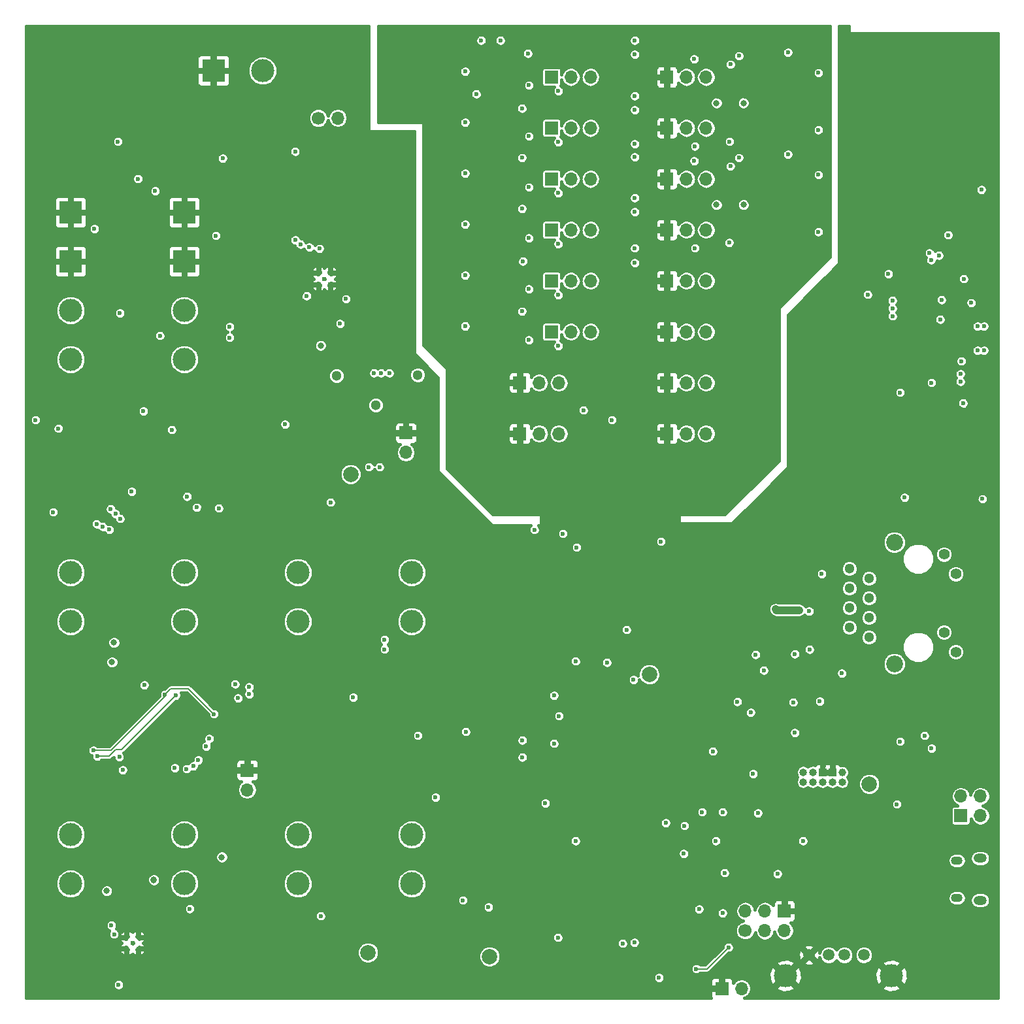
<source format=gbr>
G04 #@! TF.FileFunction,Copper,L2,Inr,Plane*
%FSLAX46Y46*%
G04 Gerber Fmt 4.6, Leading zero omitted, Abs format (unit mm)*
G04 Created by KiCad (PCBNEW 4.0.6) date 01/31/18 03:36:10*
%MOMM*%
%LPD*%
G01*
G04 APERTURE LIST*
%ADD10C,0.100000*%
%ADD11R,1.700000X1.700000*%
%ADD12O,1.700000X1.700000*%
%ADD13C,3.000000*%
%ADD14C,1.700000*%
%ADD15O,1.500000X1.100000*%
%ADD16O,1.700000X1.200000*%
%ADD17R,0.500000X0.500000*%
%ADD18C,1.000000*%
%ADD19O,1.000000X1.000000*%
%ADD20R,1.000000X1.000000*%
%ADD21C,7.700000*%
%ADD22C,0.700000*%
%ADD23R,3.000000X3.000000*%
%ADD24C,0.400000*%
%ADD25C,1.300000*%
%ADD26C,2.184400*%
%ADD27C,1.408000*%
%ADD28C,1.501140*%
%ADD29C,2.999740*%
%ADD30C,2.000000*%
%ADD31C,0.600000*%
%ADD32C,0.800000*%
%ADD33C,0.300000*%
%ADD34C,0.400000*%
%ADD35C,0.500000*%
%ADD36C,0.160000*%
%ADD37C,1.000000*%
G04 APERTURE END LIST*
D10*
D11*
X90683080Y-125227080D03*
D12*
X93223080Y-125227080D03*
D13*
X21040000Y-105295000D03*
X21040000Y-111645000D03*
D11*
X83560000Y-26950000D03*
D12*
X86100000Y-26950000D03*
X88640000Y-26950000D03*
D11*
X83560000Y-20350000D03*
D12*
X86100000Y-20350000D03*
X88640000Y-20350000D03*
D11*
X68590000Y-40150000D03*
D12*
X71130000Y-40150000D03*
X73670000Y-40150000D03*
D11*
X68590000Y-33550000D03*
D12*
X71130000Y-33550000D03*
X73670000Y-33550000D03*
D11*
X68590000Y-26950000D03*
D12*
X71130000Y-26950000D03*
X73670000Y-26950000D03*
D11*
X68590000Y-20350000D03*
D12*
X71130000Y-20350000D03*
X73670000Y-20350000D03*
D11*
X68590000Y-13750000D03*
D12*
X71130000Y-13750000D03*
X73670000Y-13750000D03*
D14*
X38410000Y-12450000D03*
D12*
X40950000Y-12450000D03*
D14*
X93726000Y-117729000D03*
D12*
X93726000Y-115189000D03*
X96266000Y-117729000D03*
X96266000Y-115189000D03*
X98806000Y-117729000D03*
D11*
X98806000Y-115189000D03*
D15*
X121150000Y-113500000D03*
X121150000Y-108660000D03*
D16*
X124150000Y-113810000D03*
X124150000Y-108350000D03*
D17*
X39200000Y-33275000D03*
X38450000Y-34025000D03*
X39950000Y-34025000D03*
X39950000Y-32525000D03*
X38450000Y-32525000D03*
X14325600Y-119331740D03*
X13575600Y-120081740D03*
X15075600Y-120081740D03*
X15075600Y-118581740D03*
X13575600Y-118581740D03*
D18*
X106290000Y-97230000D03*
D19*
X106290000Y-98500000D03*
D20*
X105020000Y-97230000D03*
D19*
X105020000Y-98500000D03*
D20*
X103750000Y-97230000D03*
D19*
X103750000Y-98500000D03*
X102480000Y-97230000D03*
X102480000Y-98500000D03*
X101210000Y-97230000D03*
X101210000Y-98500000D03*
D21*
X120650000Y-120650000D03*
D22*
X117850000Y-120650000D03*
X122629890Y-122629890D03*
X120650000Y-123450000D03*
X118670110Y-122629890D03*
X123450000Y-120650000D03*
X118670110Y-118670110D03*
X120650000Y-117850000D03*
X122629890Y-118670110D03*
D21*
X6350000Y-120650000D03*
D22*
X3550000Y-120650000D03*
X8329890Y-122629890D03*
X6350000Y-123450000D03*
X4370110Y-122629890D03*
X9150000Y-120650000D03*
X4370110Y-118670110D03*
X6350000Y-117850000D03*
X8329890Y-118670110D03*
D21*
X120650000Y-6350000D03*
D22*
X117850000Y-6350000D03*
X122629890Y-8329890D03*
X120650000Y-9150000D03*
X118670110Y-8329890D03*
X123450000Y-6350000D03*
X118670110Y-4370110D03*
X120650000Y-3550000D03*
X122629890Y-4370110D03*
D21*
X6350000Y-6350000D03*
D22*
X3550000Y-6350000D03*
X8329890Y-8329890D03*
X6350000Y-9150000D03*
X4370110Y-8329890D03*
X9150000Y-6350000D03*
X4370110Y-4370110D03*
X6350000Y-3550000D03*
X8329890Y-4370110D03*
D13*
X6310000Y-37375000D03*
D23*
X6310000Y-31025000D03*
D13*
X6310000Y-43725000D03*
D23*
X6310000Y-24675000D03*
D13*
X21040000Y-37375000D03*
D23*
X21040000Y-31025000D03*
D13*
X21040000Y-43725000D03*
D23*
X21040000Y-24675000D03*
D13*
X21040000Y-71325000D03*
X21040000Y-77675000D03*
X50500000Y-71325000D03*
X50500000Y-77675000D03*
X35770000Y-71325000D03*
X35770000Y-77675000D03*
X6310000Y-71325000D03*
X6310000Y-77675000D03*
X31175000Y-6310000D03*
D23*
X24825000Y-6310000D03*
D13*
X50500000Y-105295000D03*
X50500000Y-111645000D03*
X35770000Y-105295000D03*
X35770000Y-111645000D03*
X6310000Y-105295000D03*
X6310000Y-111645000D03*
D24*
X21730000Y-57515000D03*
X23680000Y-57515000D03*
X19780000Y-57515000D03*
X22380000Y-58415000D03*
X21080000Y-58415000D03*
X22380000Y-56615000D03*
X21080000Y-56615000D03*
X7000000Y-57515000D03*
X8950000Y-57515000D03*
X5050000Y-57515000D03*
X7650000Y-58415000D03*
X6350000Y-58415000D03*
X7650000Y-56615000D03*
X6350000Y-56615000D03*
D11*
X83560000Y-7150000D03*
D12*
X86100000Y-7150000D03*
X88640000Y-7150000D03*
D11*
X83560000Y-13750000D03*
D12*
X86100000Y-13750000D03*
X88640000Y-13750000D03*
D11*
X64490000Y-46750000D03*
D12*
X67030000Y-46750000D03*
X69570000Y-46750000D03*
D11*
X64490000Y-53350000D03*
D12*
X67030000Y-53350000D03*
X69570000Y-53350000D03*
D11*
X68590000Y-7150000D03*
D12*
X71130000Y-7150000D03*
X73670000Y-7150000D03*
D11*
X83560000Y-33550000D03*
D12*
X86100000Y-33550000D03*
X88640000Y-33550000D03*
D11*
X83560000Y-40150000D03*
D12*
X86100000Y-40150000D03*
X88640000Y-40150000D03*
D11*
X83560000Y-46750000D03*
D12*
X86100000Y-46750000D03*
X88640000Y-46750000D03*
D11*
X83560000Y-53350000D03*
D12*
X86100000Y-53350000D03*
X88640000Y-53350000D03*
D25*
X107211910Y-70855790D03*
X109751910Y-72125790D03*
X107211910Y-73395790D03*
X109751910Y-74665791D03*
X107211910Y-75935791D03*
X109751910Y-77205790D03*
X107211910Y-78475790D03*
X109751910Y-79745790D03*
D26*
X113051910Y-83175790D03*
X113051910Y-67425790D03*
D27*
X119480500Y-68974530D03*
X121000500Y-81624530D03*
X119480000Y-79086380D03*
X121000000Y-71516380D03*
D11*
X121660000Y-102850000D03*
D12*
X121660000Y-100310000D03*
X124200000Y-102850000D03*
X124200000Y-100310000D03*
D11*
X49750000Y-53250000D03*
D12*
X49750000Y-55790000D03*
D11*
X29184600Y-96941640D03*
D12*
X29184600Y-99481640D03*
D28*
X101980140Y-120901880D03*
X104520140Y-120901880D03*
X106552140Y-120901880D03*
X109092140Y-120901880D03*
D29*
X98932140Y-123568880D03*
X112648140Y-123568880D03*
D30*
X42600880Y-58602880D03*
X44836080Y-120578880D03*
X81285080Y-84536280D03*
X60584080Y-121086880D03*
X109783880Y-98734880D03*
D31*
X100150000Y-81900000D03*
X62097920Y-32171640D03*
X109347000Y-118999000D03*
X109474000Y-114681000D03*
X111709200Y-42316400D03*
X118821200Y-39776400D03*
X45720000Y-26352500D03*
X112903000Y-18034000D03*
X112903000Y-16192500D03*
X112776000Y-14287500D03*
X112776000Y-12319000D03*
X88265000Y-65659000D03*
X52578000Y-96393000D03*
X91821000Y-93027500D03*
X81470500Y-100203000D03*
X83566000Y-106743500D03*
X77089000Y-106299000D03*
D32*
X8763000Y-92329000D03*
X4064000Y-92202000D03*
X3937000Y-90678000D03*
X8636000Y-90678000D03*
D31*
X15875000Y-88392000D03*
X123698000Y-92392500D03*
X115570000Y-92329000D03*
X119126000Y-48006000D03*
D32*
X18288000Y-91757500D03*
X17335500Y-94234000D03*
X23177500Y-90487500D03*
X23368000Y-91757500D03*
D31*
X113284000Y-25654000D03*
X74342000Y-79756000D03*
X15557500Y-63627000D03*
X91757500Y-55054500D03*
X91821000Y-48260000D03*
X91630500Y-42164000D03*
X91757500Y-35052000D03*
X121539000Y-84201000D03*
X105156000Y-87503000D03*
X123190000Y-58039000D03*
X113792000Y-50673000D03*
X113030000Y-30480000D03*
X90805000Y-118110000D03*
X95123000Y-111379000D03*
X82550000Y-109728000D03*
X3556000Y-12827000D03*
X77465000Y-66000000D03*
X75692000Y-64516000D03*
X75692000Y-60325000D03*
X75692000Y-67000000D03*
X77470000Y-60325000D03*
X77465000Y-64500000D03*
X119925000Y-109800000D03*
D25*
X23000000Y-115600000D03*
D31*
X69469000Y-105410000D03*
X93472000Y-107061000D03*
X88265000Y-97917000D03*
X84455000Y-96647000D03*
X83693000Y-94361000D03*
X105460800Y-46502320D03*
X105460800Y-44597320D03*
X105460800Y-42692320D03*
X105460800Y-40787320D03*
X86487000Y-72517000D03*
X84201000Y-77978000D03*
X84455000Y-75311000D03*
X65676780Y-87200740D03*
X78740000Y-73787000D03*
X71120000Y-75565000D03*
X71755000Y-77216000D03*
X69088000Y-77978000D03*
X71374000Y-73660000D03*
X77297280Y-75316080D03*
X50007520Y-116758720D03*
X44761960Y-124747280D03*
X13159740Y-49004220D03*
X2032000Y-56134000D03*
X40248840Y-54792880D03*
X38557200Y-58755280D03*
X74904600Y-114498120D03*
X62628780Y-99982020D03*
X60845700Y-100241100D03*
X61917580Y-89258140D03*
X60822840Y-92181680D03*
D32*
X52539900Y-90030300D03*
X55135780Y-88201500D03*
X50327560Y-88193880D03*
D31*
X55166260Y-86700360D03*
X53675280Y-85577680D03*
X62738000Y-85344000D03*
D32*
X63246000Y-71882000D03*
X58166000Y-71882000D03*
X60706000Y-73914000D03*
X60706000Y-69850000D03*
D31*
X64008000Y-68580000D03*
X61468000Y-68580000D03*
X58928000Y-67310000D03*
X69004180Y-67119500D03*
X56875680Y-73319640D03*
X44980860Y-86586060D03*
X16060420Y-48978820D03*
X24033480Y-47701200D03*
X29603700Y-55618380D03*
X18506440Y-53195220D03*
X1778000Y-48966120D03*
X4091940Y-53213000D03*
X10835640Y-48905160D03*
X3766820Y-65758060D03*
X5514340Y-65836800D03*
X20030440Y-61625480D03*
X11805920Y-88412320D03*
X36068000Y-115570000D03*
X35814000Y-124968000D03*
X31668720Y-111023400D03*
X26408380Y-115051840D03*
X11300460Y-122527060D03*
X5509260Y-116037360D03*
X123291600Y-47955200D03*
X125500000Y-46900000D03*
X126000000Y-40050000D03*
X125750000Y-33400000D03*
X6150000Y-95300000D03*
X25000000Y-61350000D03*
X10250000Y-61400000D03*
X5400000Y-61450000D03*
X3150000Y-61500000D03*
X12650000Y-59700000D03*
X84900000Y-65100000D03*
X82700000Y-70400000D03*
X76565000Y-68000000D03*
X50900000Y-9500000D03*
X52100000Y-4400000D03*
X50500000Y-2400000D03*
X62400000Y-55500000D03*
X62500000Y-53700000D03*
X62400000Y-48700000D03*
X62500000Y-47000000D03*
X93600000Y-19800000D03*
X98400000Y-24600000D03*
X98600000Y-21000000D03*
X98400000Y-11400000D03*
X98600000Y-7800000D03*
X93600000Y-6600000D03*
X61600000Y-38950000D03*
X61600000Y-25750000D03*
X61600000Y-19150000D03*
X61600000Y-12550000D03*
X61600000Y-5950000D03*
X44255000Y-34725000D03*
X47480000Y-35850000D03*
D25*
X29825000Y-27550000D03*
D31*
X91059000Y-110236000D03*
X90805000Y-102362000D03*
X88138000Y-102362000D03*
X71755000Y-106108500D03*
X101219000Y-106108500D03*
X92710000Y-88074500D03*
X113792000Y-93218000D03*
X100139500Y-92075000D03*
X94424500Y-89471500D03*
X82550000Y-123825000D03*
X60452000Y-114681000D03*
X89916000Y-106100000D03*
X90805000Y-115443000D03*
X40005000Y-62230000D03*
X42926000Y-87503000D03*
X57531000Y-91948000D03*
X4064000Y-63500000D03*
X14224000Y-60833000D03*
X57150000Y-113792000D03*
X41225000Y-39075000D03*
X15875000Y-85915500D03*
X13081000Y-96901000D03*
X15049500Y-20320000D03*
X17272000Y-21907500D03*
D25*
X51308000Y-45720000D03*
D31*
X72771000Y-50292000D03*
D25*
X40767000Y-45847000D03*
X45847000Y-49657000D03*
D31*
X46550000Y-45500000D03*
X47600000Y-45500000D03*
X45600000Y-45500000D03*
X34099500Y-52133500D03*
X12532360Y-124752100D03*
X53594000Y-100457000D03*
X38735000Y-115824000D03*
X51308000Y-92456000D03*
X68961000Y-93472000D03*
X89535000Y-94488000D03*
X66421000Y-65786000D03*
X76454000Y-51562000D03*
X68961000Y-87249000D03*
X67818000Y-101219000D03*
X97917000Y-110363000D03*
X58877200Y-9347200D03*
X82804000Y-67310000D03*
X71882000Y-68072000D03*
X70104000Y-66294000D03*
D32*
X90000000Y-23700000D03*
X93500000Y-23700000D03*
X90000000Y-10500000D03*
X93500000Y-10500000D03*
D31*
X57430000Y-39410000D03*
X57430000Y-32810000D03*
X57430000Y-26210000D03*
X57430000Y-19610000D03*
X57430000Y-13010000D03*
X57430000Y-6410000D03*
X65560000Y-4100000D03*
X65700000Y-8210000D03*
X64800000Y-11200000D03*
X65700000Y-14810000D03*
X17886680Y-40645080D03*
X12700000Y-37719000D03*
X15748000Y-50419000D03*
X1778000Y-51562000D03*
X64800000Y-24200000D03*
X65700000Y-28010000D03*
X64900000Y-31000000D03*
X65700000Y-34610000D03*
X64800000Y-37500000D03*
X65700000Y-41210000D03*
X35400000Y-16800000D03*
D32*
X11684000Y-82931000D03*
D31*
X9658413Y-65041587D03*
X79375000Y-119253000D03*
X11490000Y-63100000D03*
X28000000Y-87600000D03*
X29450000Y-87100000D03*
X24277320Y-92847160D03*
X12621260Y-95239840D03*
X29450000Y-86150000D03*
X27622500Y-85788500D03*
X19812000Y-96647000D03*
X21336000Y-96774000D03*
X22225000Y-96393000D03*
X22860000Y-95631000D03*
D32*
X11938000Y-80391000D03*
X10985500Y-112585500D03*
X25908000Y-108204000D03*
D31*
X71755000Y-82804000D03*
X69596000Y-89916000D03*
X78359000Y-78740000D03*
X75798680Y-83012280D03*
X87100000Y-4800000D03*
X87200000Y-16100000D03*
X87100000Y-18000000D03*
X87200000Y-29300000D03*
X19431000Y-52832000D03*
X4725000Y-52670040D03*
X79400000Y-31200000D03*
X79400000Y-29300000D03*
X79400000Y-24600000D03*
X79400000Y-22800000D03*
X79400000Y-17500000D03*
X79400000Y-15800000D03*
X79400000Y-11400000D03*
X79400000Y-9600000D03*
X79400000Y-4200000D03*
X79400000Y-2400000D03*
X62000000Y-2400000D03*
X59500000Y-2400000D03*
X9779000Y-95123000D03*
X19939000Y-87249000D03*
X37250000Y-29175010D03*
X35425000Y-28250000D03*
D32*
X38700000Y-41925000D03*
D31*
X36100000Y-28825000D03*
X38550000Y-29375000D03*
X41990000Y-35890000D03*
X36875000Y-35500000D03*
X117856000Y-46736000D03*
X113792000Y-48006000D03*
X106235500Y-84391500D03*
X96139000Y-84010500D03*
X95059500Y-81978500D03*
X121729500Y-43942000D03*
X121602500Y-45593000D03*
X123000000Y-36400000D03*
X103378000Y-88011000D03*
X99949000Y-88138000D03*
X103632000Y-71501000D03*
X124333000Y-21717000D03*
X102000000Y-76350000D03*
X102050000Y-81300000D03*
X123802342Y-39422255D03*
X123800000Y-42550000D03*
X124646995Y-39414277D03*
X124650000Y-42550000D03*
X112800000Y-36100000D03*
X117600000Y-29950000D03*
X117800000Y-30850000D03*
X112800000Y-37100000D03*
X118825000Y-30250000D03*
X112800000Y-38100000D03*
X119150000Y-36000000D03*
X120000000Y-27600000D03*
X122047000Y-33274000D03*
X118999000Y-38544500D03*
X10440000Y-65400000D03*
X77851000Y-119380000D03*
X12120000Y-63730000D03*
X12740000Y-64350000D03*
X11320000Y-65780000D03*
X25527000Y-62992000D03*
X22650000Y-62900000D03*
X21400000Y-61490000D03*
X100711000Y-76200000D03*
X97649998Y-76073000D03*
X121600000Y-46600000D03*
X121950000Y-49400000D03*
X85742780Y-107751880D03*
X116967000Y-92456000D03*
X94742000Y-97409000D03*
X79248000Y-85217000D03*
X99249990Y-3949990D03*
X92900000Y-4400000D03*
X91800000Y-5500000D03*
X91694000Y-15494000D03*
X92900000Y-17600000D03*
X91800000Y-18700000D03*
X99249990Y-17149990D03*
X91643200Y-28600400D03*
X69510000Y-8950000D03*
X69490000Y-15570000D03*
X69490000Y-28770000D03*
X69490000Y-35370000D03*
X69490000Y-41970000D03*
X117856000Y-94107000D03*
X87757000Y-114935000D03*
X95377000Y-102489000D03*
X64800000Y-17600000D03*
X65700000Y-21410000D03*
X69490000Y-22170000D03*
X103200000Y-6600000D03*
X103200000Y-14000000D03*
X103200000Y-19800000D03*
X103200000Y-27200000D03*
X124450000Y-61800000D03*
X114350000Y-61600000D03*
X64825880Y-93070680D03*
X64820800Y-95285560D03*
X87376000Y-122682000D03*
X91567000Y-119888000D03*
D32*
X17081500Y-111125000D03*
X17081500Y-111188500D03*
D31*
X11600180Y-117043200D03*
X21760180Y-114909600D03*
X11940540Y-118201440D03*
X113365280Y-101351080D03*
X112268000Y-32639000D03*
X109601000Y-35306000D03*
X9271000Y-94361000D03*
X24892000Y-89662000D03*
X18542000Y-87122000D03*
X23876000Y-93853000D03*
X69469000Y-118618000D03*
X12446000Y-15494000D03*
X26035000Y-17653000D03*
X26924000Y-39497000D03*
X46355000Y-57658000D03*
X46990000Y-80010000D03*
X85852000Y-104140000D03*
X46990000Y-81280000D03*
X44958000Y-57658000D03*
X9398000Y-26797000D03*
X25146000Y-27686000D03*
X26924000Y-40894000D03*
X83439000Y-103759000D03*
D33*
X91821000Y-93027500D02*
X91821000Y-92964000D01*
D34*
X91821000Y-48260000D02*
X91757500Y-48260000D01*
D35*
X121539000Y-84201000D02*
X121412000Y-84201000D01*
D33*
X75692000Y-64516000D02*
X75692000Y-67000000D01*
X77470000Y-64495000D02*
X77470000Y-60325000D01*
X77465000Y-64500000D02*
X77470000Y-64495000D01*
D36*
X11303000Y-95123000D02*
X9779000Y-95123000D01*
X12192000Y-94234000D02*
X11303000Y-95123000D01*
X12954000Y-94234000D02*
X12192000Y-94234000D01*
X19939000Y-87249000D02*
X12954000Y-94234000D01*
D37*
X97776998Y-76200000D02*
X100711000Y-76200000D01*
X97649998Y-76073000D02*
X97776998Y-76200000D01*
D36*
X88773000Y-122682000D02*
X87376000Y-122682000D01*
X91567000Y-119888000D02*
X88773000Y-122682000D01*
X11165840Y-94361000D02*
X11555880Y-94361000D01*
X11165840Y-94361000D02*
X9271000Y-94361000D01*
X18542000Y-87374880D02*
X18542000Y-87122000D01*
X11555880Y-94361000D02*
X18542000Y-87374880D01*
X22352000Y-87122000D02*
X21590000Y-86360000D01*
X24892000Y-89662000D02*
X22352000Y-87122000D01*
X19304000Y-86360000D02*
X18542000Y-87122000D01*
X21590000Y-86360000D02*
X19304000Y-86360000D01*
X18542000Y-87122000D02*
X18542000Y-87376000D01*
D34*
G36*
X44885000Y-13970000D02*
X44898678Y-14042691D01*
X44941638Y-14109454D01*
X45007189Y-14154243D01*
X45085000Y-14170000D01*
X50854000Y-14170000D01*
X50854000Y-42926000D01*
X50868700Y-43001259D01*
X50912579Y-43067421D01*
X53902000Y-46056842D01*
X53902000Y-58166000D01*
X53916700Y-58241259D01*
X53960579Y-58307421D01*
X60818579Y-65165421D01*
X60882189Y-65208243D01*
X60960000Y-65224000D01*
X65922395Y-65224000D01*
X65785552Y-65360605D01*
X65671131Y-65636161D01*
X65670870Y-65934530D01*
X65784811Y-66210286D01*
X65995605Y-66421448D01*
X66271161Y-66535869D01*
X66569530Y-66536130D01*
X66796057Y-66442530D01*
X69353870Y-66442530D01*
X69467811Y-66718286D01*
X69678605Y-66929448D01*
X69954161Y-67043869D01*
X70252530Y-67044130D01*
X70528286Y-66930189D01*
X70739448Y-66719395D01*
X70853869Y-66443839D01*
X70854130Y-66145470D01*
X70740189Y-65869714D01*
X70529395Y-65658552D01*
X70253839Y-65544131D01*
X69955470Y-65543870D01*
X69679714Y-65657811D01*
X69468552Y-65868605D01*
X69354131Y-66144161D01*
X69353870Y-66442530D01*
X66796057Y-66442530D01*
X66845286Y-66422189D01*
X67056448Y-66211395D01*
X67170869Y-65935839D01*
X67171130Y-65637470D01*
X67057189Y-65361714D01*
X66919715Y-65224000D01*
X67056000Y-65224000D01*
X67128691Y-65210322D01*
X67195454Y-65167362D01*
X67240243Y-65101811D01*
X67256000Y-65024000D01*
X67256000Y-64008000D01*
X67242322Y-63935309D01*
X67199362Y-63868546D01*
X67133811Y-63823757D01*
X67056000Y-63808000D01*
X61042842Y-63808000D01*
X55064000Y-57829158D01*
X55064000Y-53712500D01*
X62990000Y-53712500D01*
X62990000Y-54329293D01*
X63088957Y-54568195D01*
X63271805Y-54751043D01*
X63510707Y-54850000D01*
X64127500Y-54850000D01*
X64290000Y-54687500D01*
X64290000Y-53550000D01*
X63152500Y-53550000D01*
X62990000Y-53712500D01*
X55064000Y-53712500D01*
X55064000Y-52370707D01*
X62990000Y-52370707D01*
X62990000Y-52987500D01*
X63152500Y-53150000D01*
X64290000Y-53150000D01*
X64290000Y-52012500D01*
X64690000Y-52012500D01*
X64690000Y-53150000D01*
X64710000Y-53150000D01*
X64710000Y-53550000D01*
X64690000Y-53550000D01*
X64690000Y-54687500D01*
X64852500Y-54850000D01*
X65469293Y-54850000D01*
X65708195Y-54751043D01*
X65891043Y-54568195D01*
X65990000Y-54329293D01*
X65990000Y-54113976D01*
X66110761Y-54294708D01*
X66532512Y-54576512D01*
X67030000Y-54675469D01*
X67527488Y-54576512D01*
X67949239Y-54294708D01*
X68231043Y-53872957D01*
X68300000Y-53526288D01*
X68368957Y-53872957D01*
X68650761Y-54294708D01*
X69072512Y-54576512D01*
X69570000Y-54675469D01*
X70067488Y-54576512D01*
X70489239Y-54294708D01*
X70771043Y-53872957D01*
X70802960Y-53712500D01*
X82060000Y-53712500D01*
X82060000Y-54329293D01*
X82158957Y-54568195D01*
X82341805Y-54751043D01*
X82580707Y-54850000D01*
X83197500Y-54850000D01*
X83360000Y-54687500D01*
X83360000Y-53550000D01*
X82222500Y-53550000D01*
X82060000Y-53712500D01*
X70802960Y-53712500D01*
X70870000Y-53375469D01*
X70870000Y-53324531D01*
X70771043Y-52827043D01*
X70489239Y-52405292D01*
X70437479Y-52370707D01*
X82060000Y-52370707D01*
X82060000Y-52987500D01*
X82222500Y-53150000D01*
X83360000Y-53150000D01*
X83360000Y-52012500D01*
X83760000Y-52012500D01*
X83760000Y-53150000D01*
X83780000Y-53150000D01*
X83780000Y-53550000D01*
X83760000Y-53550000D01*
X83760000Y-54687500D01*
X83922500Y-54850000D01*
X84539293Y-54850000D01*
X84778195Y-54751043D01*
X84961043Y-54568195D01*
X85060000Y-54329293D01*
X85060000Y-54113976D01*
X85180761Y-54294708D01*
X85602512Y-54576512D01*
X86100000Y-54675469D01*
X86597488Y-54576512D01*
X87019239Y-54294708D01*
X87301043Y-53872957D01*
X87370000Y-53526288D01*
X87438957Y-53872957D01*
X87720761Y-54294708D01*
X88142512Y-54576512D01*
X88640000Y-54675469D01*
X89137488Y-54576512D01*
X89559239Y-54294708D01*
X89841043Y-53872957D01*
X89940000Y-53375469D01*
X89940000Y-53324531D01*
X89841043Y-52827043D01*
X89559239Y-52405292D01*
X89137488Y-52123488D01*
X88640000Y-52024531D01*
X88142512Y-52123488D01*
X87720761Y-52405292D01*
X87438957Y-52827043D01*
X87370000Y-53173712D01*
X87301043Y-52827043D01*
X87019239Y-52405292D01*
X86597488Y-52123488D01*
X86100000Y-52024531D01*
X85602512Y-52123488D01*
X85180761Y-52405292D01*
X85060000Y-52586024D01*
X85060000Y-52370707D01*
X84961043Y-52131805D01*
X84778195Y-51948957D01*
X84539293Y-51850000D01*
X83922500Y-51850000D01*
X83760000Y-52012500D01*
X83360000Y-52012500D01*
X83197500Y-51850000D01*
X82580707Y-51850000D01*
X82341805Y-51948957D01*
X82158957Y-52131805D01*
X82060000Y-52370707D01*
X70437479Y-52370707D01*
X70067488Y-52123488D01*
X69570000Y-52024531D01*
X69072512Y-52123488D01*
X68650761Y-52405292D01*
X68368957Y-52827043D01*
X68300000Y-53173712D01*
X68231043Y-52827043D01*
X67949239Y-52405292D01*
X67527488Y-52123488D01*
X67030000Y-52024531D01*
X66532512Y-52123488D01*
X66110761Y-52405292D01*
X65990000Y-52586024D01*
X65990000Y-52370707D01*
X65891043Y-52131805D01*
X65708195Y-51948957D01*
X65469293Y-51850000D01*
X64852500Y-51850000D01*
X64690000Y-52012500D01*
X64290000Y-52012500D01*
X64127500Y-51850000D01*
X63510707Y-51850000D01*
X63271805Y-51948957D01*
X63088957Y-52131805D01*
X62990000Y-52370707D01*
X55064000Y-52370707D01*
X55064000Y-51710530D01*
X75703870Y-51710530D01*
X75817811Y-51986286D01*
X76028605Y-52197448D01*
X76304161Y-52311869D01*
X76602530Y-52312130D01*
X76878286Y-52198189D01*
X77089448Y-51987395D01*
X77203869Y-51711839D01*
X77204130Y-51413470D01*
X77090189Y-51137714D01*
X76879395Y-50926552D01*
X76603839Y-50812131D01*
X76305470Y-50811870D01*
X76029714Y-50925811D01*
X75818552Y-51136605D01*
X75704131Y-51412161D01*
X75703870Y-51710530D01*
X55064000Y-51710530D01*
X55064000Y-50440530D01*
X72020870Y-50440530D01*
X72134811Y-50716286D01*
X72345605Y-50927448D01*
X72621161Y-51041869D01*
X72919530Y-51042130D01*
X73195286Y-50928189D01*
X73406448Y-50717395D01*
X73520869Y-50441839D01*
X73521130Y-50143470D01*
X73407189Y-49867714D01*
X73196395Y-49656552D01*
X72920839Y-49542131D01*
X72622470Y-49541870D01*
X72346714Y-49655811D01*
X72135552Y-49866605D01*
X72021131Y-50142161D01*
X72020870Y-50440530D01*
X55064000Y-50440530D01*
X55064000Y-47112500D01*
X62990000Y-47112500D01*
X62990000Y-47729293D01*
X63088957Y-47968195D01*
X63271805Y-48151043D01*
X63510707Y-48250000D01*
X64127500Y-48250000D01*
X64290000Y-48087500D01*
X64290000Y-46950000D01*
X63152500Y-46950000D01*
X62990000Y-47112500D01*
X55064000Y-47112500D01*
X55064000Y-45770707D01*
X62990000Y-45770707D01*
X62990000Y-46387500D01*
X63152500Y-46550000D01*
X64290000Y-46550000D01*
X64290000Y-45412500D01*
X64690000Y-45412500D01*
X64690000Y-46550000D01*
X64710000Y-46550000D01*
X64710000Y-46950000D01*
X64690000Y-46950000D01*
X64690000Y-48087500D01*
X64852500Y-48250000D01*
X65469293Y-48250000D01*
X65708195Y-48151043D01*
X65891043Y-47968195D01*
X65990000Y-47729293D01*
X65990000Y-47513976D01*
X66110761Y-47694708D01*
X66532512Y-47976512D01*
X67030000Y-48075469D01*
X67527488Y-47976512D01*
X67949239Y-47694708D01*
X68231043Y-47272957D01*
X68300000Y-46926288D01*
X68368957Y-47272957D01*
X68650761Y-47694708D01*
X69072512Y-47976512D01*
X69570000Y-48075469D01*
X70067488Y-47976512D01*
X70489239Y-47694708D01*
X70771043Y-47272957D01*
X70802960Y-47112500D01*
X82060000Y-47112500D01*
X82060000Y-47729293D01*
X82158957Y-47968195D01*
X82341805Y-48151043D01*
X82580707Y-48250000D01*
X83197500Y-48250000D01*
X83360000Y-48087500D01*
X83360000Y-46950000D01*
X82222500Y-46950000D01*
X82060000Y-47112500D01*
X70802960Y-47112500D01*
X70870000Y-46775469D01*
X70870000Y-46724531D01*
X70771043Y-46227043D01*
X70489239Y-45805292D01*
X70437479Y-45770707D01*
X82060000Y-45770707D01*
X82060000Y-46387500D01*
X82222500Y-46550000D01*
X83360000Y-46550000D01*
X83360000Y-45412500D01*
X83760000Y-45412500D01*
X83760000Y-46550000D01*
X83780000Y-46550000D01*
X83780000Y-46950000D01*
X83760000Y-46950000D01*
X83760000Y-48087500D01*
X83922500Y-48250000D01*
X84539293Y-48250000D01*
X84778195Y-48151043D01*
X84961043Y-47968195D01*
X85060000Y-47729293D01*
X85060000Y-47513976D01*
X85180761Y-47694708D01*
X85602512Y-47976512D01*
X86100000Y-48075469D01*
X86597488Y-47976512D01*
X87019239Y-47694708D01*
X87301043Y-47272957D01*
X87370000Y-46926288D01*
X87438957Y-47272957D01*
X87720761Y-47694708D01*
X88142512Y-47976512D01*
X88640000Y-48075469D01*
X89137488Y-47976512D01*
X89559239Y-47694708D01*
X89841043Y-47272957D01*
X89940000Y-46775469D01*
X89940000Y-46724531D01*
X89841043Y-46227043D01*
X89559239Y-45805292D01*
X89137488Y-45523488D01*
X88640000Y-45424531D01*
X88142512Y-45523488D01*
X87720761Y-45805292D01*
X87438957Y-46227043D01*
X87370000Y-46573712D01*
X87301043Y-46227043D01*
X87019239Y-45805292D01*
X86597488Y-45523488D01*
X86100000Y-45424531D01*
X85602512Y-45523488D01*
X85180761Y-45805292D01*
X85060000Y-45986024D01*
X85060000Y-45770707D01*
X84961043Y-45531805D01*
X84778195Y-45348957D01*
X84539293Y-45250000D01*
X83922500Y-45250000D01*
X83760000Y-45412500D01*
X83360000Y-45412500D01*
X83197500Y-45250000D01*
X82580707Y-45250000D01*
X82341805Y-45348957D01*
X82158957Y-45531805D01*
X82060000Y-45770707D01*
X70437479Y-45770707D01*
X70067488Y-45523488D01*
X69570000Y-45424531D01*
X69072512Y-45523488D01*
X68650761Y-45805292D01*
X68368957Y-46227043D01*
X68300000Y-46573712D01*
X68231043Y-46227043D01*
X67949239Y-45805292D01*
X67527488Y-45523488D01*
X67030000Y-45424531D01*
X66532512Y-45523488D01*
X66110761Y-45805292D01*
X65990000Y-45986024D01*
X65990000Y-45770707D01*
X65891043Y-45531805D01*
X65708195Y-45348957D01*
X65469293Y-45250000D01*
X64852500Y-45250000D01*
X64690000Y-45412500D01*
X64290000Y-45412500D01*
X64127500Y-45250000D01*
X63510707Y-45250000D01*
X63271805Y-45348957D01*
X63088957Y-45531805D01*
X62990000Y-45770707D01*
X55064000Y-45770707D01*
X55064000Y-44958000D01*
X55049300Y-44882741D01*
X55005421Y-44816579D01*
X52016000Y-41827158D01*
X52016000Y-41358530D01*
X64949870Y-41358530D01*
X65063811Y-41634286D01*
X65274605Y-41845448D01*
X65550161Y-41959869D01*
X65848530Y-41960130D01*
X66124286Y-41846189D01*
X66335448Y-41635395D01*
X66449869Y-41359839D01*
X66450130Y-41061470D01*
X66336189Y-40785714D01*
X66125395Y-40574552D01*
X65849839Y-40460131D01*
X65551470Y-40459870D01*
X65275714Y-40573811D01*
X65064552Y-40784605D01*
X64950131Y-41060161D01*
X64949870Y-41358530D01*
X52016000Y-41358530D01*
X52016000Y-39558530D01*
X56679870Y-39558530D01*
X56793811Y-39834286D01*
X57004605Y-40045448D01*
X57280161Y-40159869D01*
X57578530Y-40160130D01*
X57854286Y-40046189D01*
X58065448Y-39835395D01*
X58179869Y-39559839D01*
X58180096Y-39300000D01*
X67281184Y-39300000D01*
X67281184Y-41000000D01*
X67312562Y-41166760D01*
X67411117Y-41319919D01*
X67561495Y-41422668D01*
X67740000Y-41458816D01*
X68940491Y-41458816D01*
X68854552Y-41544605D01*
X68740131Y-41820161D01*
X68739870Y-42118530D01*
X68853811Y-42394286D01*
X69064605Y-42605448D01*
X69340161Y-42719869D01*
X69638530Y-42720130D01*
X69914286Y-42606189D01*
X70125448Y-42395395D01*
X70239869Y-42119839D01*
X70240130Y-41821470D01*
X70126189Y-41545714D01*
X69915395Y-41334552D01*
X69791264Y-41283008D01*
X69862668Y-41178505D01*
X69898816Y-41000000D01*
X69898816Y-40521429D01*
X69928957Y-40672957D01*
X70210761Y-41094708D01*
X70632512Y-41376512D01*
X71130000Y-41475469D01*
X71627488Y-41376512D01*
X72049239Y-41094708D01*
X72331043Y-40672957D01*
X72400000Y-40326288D01*
X72468957Y-40672957D01*
X72750761Y-41094708D01*
X73172512Y-41376512D01*
X73670000Y-41475469D01*
X74167488Y-41376512D01*
X74589239Y-41094708D01*
X74871043Y-40672957D01*
X74902960Y-40512500D01*
X82060000Y-40512500D01*
X82060000Y-41129293D01*
X82158957Y-41368195D01*
X82341805Y-41551043D01*
X82580707Y-41650000D01*
X83197500Y-41650000D01*
X83360000Y-41487500D01*
X83360000Y-40350000D01*
X82222500Y-40350000D01*
X82060000Y-40512500D01*
X74902960Y-40512500D01*
X74970000Y-40175469D01*
X74970000Y-40124531D01*
X74871043Y-39627043D01*
X74589239Y-39205292D01*
X74537479Y-39170707D01*
X82060000Y-39170707D01*
X82060000Y-39787500D01*
X82222500Y-39950000D01*
X83360000Y-39950000D01*
X83360000Y-38812500D01*
X83760000Y-38812500D01*
X83760000Y-39950000D01*
X83780000Y-39950000D01*
X83780000Y-40350000D01*
X83760000Y-40350000D01*
X83760000Y-41487500D01*
X83922500Y-41650000D01*
X84539293Y-41650000D01*
X84778195Y-41551043D01*
X84961043Y-41368195D01*
X85060000Y-41129293D01*
X85060000Y-40913976D01*
X85180761Y-41094708D01*
X85602512Y-41376512D01*
X86100000Y-41475469D01*
X86597488Y-41376512D01*
X87019239Y-41094708D01*
X87301043Y-40672957D01*
X87370000Y-40326288D01*
X87438957Y-40672957D01*
X87720761Y-41094708D01*
X88142512Y-41376512D01*
X88640000Y-41475469D01*
X89137488Y-41376512D01*
X89559239Y-41094708D01*
X89841043Y-40672957D01*
X89940000Y-40175469D01*
X89940000Y-40124531D01*
X89841043Y-39627043D01*
X89559239Y-39205292D01*
X89137488Y-38923488D01*
X88640000Y-38824531D01*
X88142512Y-38923488D01*
X87720761Y-39205292D01*
X87438957Y-39627043D01*
X87370000Y-39973712D01*
X87301043Y-39627043D01*
X87019239Y-39205292D01*
X86597488Y-38923488D01*
X86100000Y-38824531D01*
X85602512Y-38923488D01*
X85180761Y-39205292D01*
X85060000Y-39386024D01*
X85060000Y-39170707D01*
X84961043Y-38931805D01*
X84778195Y-38748957D01*
X84539293Y-38650000D01*
X83922500Y-38650000D01*
X83760000Y-38812500D01*
X83360000Y-38812500D01*
X83197500Y-38650000D01*
X82580707Y-38650000D01*
X82341805Y-38748957D01*
X82158957Y-38931805D01*
X82060000Y-39170707D01*
X74537479Y-39170707D01*
X74167488Y-38923488D01*
X73670000Y-38824531D01*
X73172512Y-38923488D01*
X72750761Y-39205292D01*
X72468957Y-39627043D01*
X72400000Y-39973712D01*
X72331043Y-39627043D01*
X72049239Y-39205292D01*
X71627488Y-38923488D01*
X71130000Y-38824531D01*
X70632512Y-38923488D01*
X70210761Y-39205292D01*
X69928957Y-39627043D01*
X69898816Y-39778571D01*
X69898816Y-39300000D01*
X69867438Y-39133240D01*
X69768883Y-38980081D01*
X69618505Y-38877332D01*
X69440000Y-38841184D01*
X67740000Y-38841184D01*
X67573240Y-38872562D01*
X67420081Y-38971117D01*
X67317332Y-39121495D01*
X67281184Y-39300000D01*
X58180096Y-39300000D01*
X58180130Y-39261470D01*
X58066189Y-38985714D01*
X57855395Y-38774552D01*
X57579839Y-38660131D01*
X57281470Y-38659870D01*
X57005714Y-38773811D01*
X56794552Y-38984605D01*
X56680131Y-39260161D01*
X56679870Y-39558530D01*
X52016000Y-39558530D01*
X52016000Y-37648530D01*
X64049870Y-37648530D01*
X64163811Y-37924286D01*
X64374605Y-38135448D01*
X64650161Y-38249869D01*
X64948530Y-38250130D01*
X65224286Y-38136189D01*
X65435448Y-37925395D01*
X65549869Y-37649839D01*
X65550130Y-37351470D01*
X65436189Y-37075714D01*
X65225395Y-36864552D01*
X64949839Y-36750131D01*
X64651470Y-36749870D01*
X64375714Y-36863811D01*
X64164552Y-37074605D01*
X64050131Y-37350161D01*
X64049870Y-37648530D01*
X52016000Y-37648530D01*
X52016000Y-34758530D01*
X64949870Y-34758530D01*
X65063811Y-35034286D01*
X65274605Y-35245448D01*
X65550161Y-35359869D01*
X65848530Y-35360130D01*
X66124286Y-35246189D01*
X66335448Y-35035395D01*
X66449869Y-34759839D01*
X66450130Y-34461470D01*
X66336189Y-34185714D01*
X66125395Y-33974552D01*
X65849839Y-33860131D01*
X65551470Y-33859870D01*
X65275714Y-33973811D01*
X65064552Y-34184605D01*
X64950131Y-34460161D01*
X64949870Y-34758530D01*
X52016000Y-34758530D01*
X52016000Y-32958530D01*
X56679870Y-32958530D01*
X56793811Y-33234286D01*
X57004605Y-33445448D01*
X57280161Y-33559869D01*
X57578530Y-33560130D01*
X57854286Y-33446189D01*
X58065448Y-33235395D01*
X58179869Y-32959839D01*
X58180096Y-32700000D01*
X67281184Y-32700000D01*
X67281184Y-34400000D01*
X67312562Y-34566760D01*
X67411117Y-34719919D01*
X67561495Y-34822668D01*
X67740000Y-34858816D01*
X68940491Y-34858816D01*
X68854552Y-34944605D01*
X68740131Y-35220161D01*
X68739870Y-35518530D01*
X68853811Y-35794286D01*
X69064605Y-36005448D01*
X69340161Y-36119869D01*
X69638530Y-36120130D01*
X69914286Y-36006189D01*
X70125448Y-35795395D01*
X70239869Y-35519839D01*
X70240130Y-35221470D01*
X70126189Y-34945714D01*
X69915395Y-34734552D01*
X69791264Y-34683008D01*
X69862668Y-34578505D01*
X69898816Y-34400000D01*
X69898816Y-33921429D01*
X69928957Y-34072957D01*
X70210761Y-34494708D01*
X70632512Y-34776512D01*
X71130000Y-34875469D01*
X71627488Y-34776512D01*
X72049239Y-34494708D01*
X72331043Y-34072957D01*
X72400000Y-33726288D01*
X72468957Y-34072957D01*
X72750761Y-34494708D01*
X73172512Y-34776512D01*
X73670000Y-34875469D01*
X74167488Y-34776512D01*
X74589239Y-34494708D01*
X74871043Y-34072957D01*
X74902960Y-33912500D01*
X82060000Y-33912500D01*
X82060000Y-34529293D01*
X82158957Y-34768195D01*
X82341805Y-34951043D01*
X82580707Y-35050000D01*
X83197500Y-35050000D01*
X83360000Y-34887500D01*
X83360000Y-33750000D01*
X82222500Y-33750000D01*
X82060000Y-33912500D01*
X74902960Y-33912500D01*
X74970000Y-33575469D01*
X74970000Y-33524531D01*
X74871043Y-33027043D01*
X74589239Y-32605292D01*
X74537479Y-32570707D01*
X82060000Y-32570707D01*
X82060000Y-33187500D01*
X82222500Y-33350000D01*
X83360000Y-33350000D01*
X83360000Y-32212500D01*
X83760000Y-32212500D01*
X83760000Y-33350000D01*
X83780000Y-33350000D01*
X83780000Y-33750000D01*
X83760000Y-33750000D01*
X83760000Y-34887500D01*
X83922500Y-35050000D01*
X84539293Y-35050000D01*
X84778195Y-34951043D01*
X84961043Y-34768195D01*
X85060000Y-34529293D01*
X85060000Y-34313976D01*
X85180761Y-34494708D01*
X85602512Y-34776512D01*
X86100000Y-34875469D01*
X86597488Y-34776512D01*
X87019239Y-34494708D01*
X87301043Y-34072957D01*
X87370000Y-33726288D01*
X87438957Y-34072957D01*
X87720761Y-34494708D01*
X88142512Y-34776512D01*
X88640000Y-34875469D01*
X89137488Y-34776512D01*
X89559239Y-34494708D01*
X89841043Y-34072957D01*
X89940000Y-33575469D01*
X89940000Y-33524531D01*
X89841043Y-33027043D01*
X89559239Y-32605292D01*
X89137488Y-32323488D01*
X88640000Y-32224531D01*
X88142512Y-32323488D01*
X87720761Y-32605292D01*
X87438957Y-33027043D01*
X87370000Y-33373712D01*
X87301043Y-33027043D01*
X87019239Y-32605292D01*
X86597488Y-32323488D01*
X86100000Y-32224531D01*
X85602512Y-32323488D01*
X85180761Y-32605292D01*
X85060000Y-32786024D01*
X85060000Y-32570707D01*
X84961043Y-32331805D01*
X84778195Y-32148957D01*
X84539293Y-32050000D01*
X83922500Y-32050000D01*
X83760000Y-32212500D01*
X83360000Y-32212500D01*
X83197500Y-32050000D01*
X82580707Y-32050000D01*
X82341805Y-32148957D01*
X82158957Y-32331805D01*
X82060000Y-32570707D01*
X74537479Y-32570707D01*
X74167488Y-32323488D01*
X73670000Y-32224531D01*
X73172512Y-32323488D01*
X72750761Y-32605292D01*
X72468957Y-33027043D01*
X72400000Y-33373712D01*
X72331043Y-33027043D01*
X72049239Y-32605292D01*
X71627488Y-32323488D01*
X71130000Y-32224531D01*
X70632512Y-32323488D01*
X70210761Y-32605292D01*
X69928957Y-33027043D01*
X69898816Y-33178571D01*
X69898816Y-32700000D01*
X69867438Y-32533240D01*
X69768883Y-32380081D01*
X69618505Y-32277332D01*
X69440000Y-32241184D01*
X67740000Y-32241184D01*
X67573240Y-32272562D01*
X67420081Y-32371117D01*
X67317332Y-32521495D01*
X67281184Y-32700000D01*
X58180096Y-32700000D01*
X58180130Y-32661470D01*
X58066189Y-32385714D01*
X57855395Y-32174552D01*
X57579839Y-32060131D01*
X57281470Y-32059870D01*
X57005714Y-32173811D01*
X56794552Y-32384605D01*
X56680131Y-32660161D01*
X56679870Y-32958530D01*
X52016000Y-32958530D01*
X52016000Y-31148530D01*
X64149870Y-31148530D01*
X64263811Y-31424286D01*
X64474605Y-31635448D01*
X64750161Y-31749869D01*
X65048530Y-31750130D01*
X65324286Y-31636189D01*
X65535448Y-31425395D01*
X65567365Y-31348530D01*
X78649870Y-31348530D01*
X78763811Y-31624286D01*
X78974605Y-31835448D01*
X79250161Y-31949869D01*
X79548530Y-31950130D01*
X79824286Y-31836189D01*
X80035448Y-31625395D01*
X80149869Y-31349839D01*
X80150130Y-31051470D01*
X80036189Y-30775714D01*
X79825395Y-30564552D01*
X79549839Y-30450131D01*
X79251470Y-30449870D01*
X78975714Y-30563811D01*
X78764552Y-30774605D01*
X78650131Y-31050161D01*
X78649870Y-31348530D01*
X65567365Y-31348530D01*
X65649869Y-31149839D01*
X65650130Y-30851470D01*
X65536189Y-30575714D01*
X65325395Y-30364552D01*
X65049839Y-30250131D01*
X64751470Y-30249870D01*
X64475714Y-30363811D01*
X64264552Y-30574605D01*
X64150131Y-30850161D01*
X64149870Y-31148530D01*
X52016000Y-31148530D01*
X52016000Y-28158530D01*
X64949870Y-28158530D01*
X65063811Y-28434286D01*
X65274605Y-28645448D01*
X65550161Y-28759869D01*
X65848530Y-28760130D01*
X66124286Y-28646189D01*
X66335448Y-28435395D01*
X66449869Y-28159839D01*
X66450130Y-27861470D01*
X66336189Y-27585714D01*
X66125395Y-27374552D01*
X65849839Y-27260131D01*
X65551470Y-27259870D01*
X65275714Y-27373811D01*
X65064552Y-27584605D01*
X64950131Y-27860161D01*
X64949870Y-28158530D01*
X52016000Y-28158530D01*
X52016000Y-26358530D01*
X56679870Y-26358530D01*
X56793811Y-26634286D01*
X57004605Y-26845448D01*
X57280161Y-26959869D01*
X57578530Y-26960130D01*
X57854286Y-26846189D01*
X58065448Y-26635395D01*
X58179869Y-26359839D01*
X58180096Y-26100000D01*
X67281184Y-26100000D01*
X67281184Y-27800000D01*
X67312562Y-27966760D01*
X67411117Y-28119919D01*
X67561495Y-28222668D01*
X67740000Y-28258816D01*
X68940491Y-28258816D01*
X68854552Y-28344605D01*
X68740131Y-28620161D01*
X68739870Y-28918530D01*
X68853811Y-29194286D01*
X69064605Y-29405448D01*
X69340161Y-29519869D01*
X69638530Y-29520130D01*
X69811813Y-29448530D01*
X78649870Y-29448530D01*
X78763811Y-29724286D01*
X78974605Y-29935448D01*
X79250161Y-30049869D01*
X79548530Y-30050130D01*
X79824286Y-29936189D01*
X80035448Y-29725395D01*
X80149869Y-29449839D01*
X80149870Y-29448530D01*
X86449870Y-29448530D01*
X86563811Y-29724286D01*
X86774605Y-29935448D01*
X87050161Y-30049869D01*
X87348530Y-30050130D01*
X87624286Y-29936189D01*
X87835448Y-29725395D01*
X87949869Y-29449839D01*
X87950130Y-29151470D01*
X87836189Y-28875714D01*
X87709626Y-28748930D01*
X90893070Y-28748930D01*
X91007011Y-29024686D01*
X91217805Y-29235848D01*
X91493361Y-29350269D01*
X91791730Y-29350530D01*
X92067486Y-29236589D01*
X92278648Y-29025795D01*
X92393069Y-28750239D01*
X92393330Y-28451870D01*
X92279389Y-28176114D01*
X92068595Y-27964952D01*
X91793039Y-27850531D01*
X91494670Y-27850270D01*
X91218914Y-27964211D01*
X91007752Y-28175005D01*
X90893331Y-28450561D01*
X90893070Y-28748930D01*
X87709626Y-28748930D01*
X87625395Y-28664552D01*
X87349839Y-28550131D01*
X87051470Y-28549870D01*
X86775714Y-28663811D01*
X86564552Y-28874605D01*
X86450131Y-29150161D01*
X86449870Y-29448530D01*
X80149870Y-29448530D01*
X80150130Y-29151470D01*
X80036189Y-28875714D01*
X79825395Y-28664552D01*
X79549839Y-28550131D01*
X79251470Y-28549870D01*
X78975714Y-28663811D01*
X78764552Y-28874605D01*
X78650131Y-29150161D01*
X78649870Y-29448530D01*
X69811813Y-29448530D01*
X69914286Y-29406189D01*
X70125448Y-29195395D01*
X70239869Y-28919839D01*
X70240130Y-28621470D01*
X70126189Y-28345714D01*
X69915395Y-28134552D01*
X69791264Y-28083008D01*
X69862668Y-27978505D01*
X69898816Y-27800000D01*
X69898816Y-27321429D01*
X69928957Y-27472957D01*
X70210761Y-27894708D01*
X70632512Y-28176512D01*
X71130000Y-28275469D01*
X71627488Y-28176512D01*
X72049239Y-27894708D01*
X72331043Y-27472957D01*
X72400000Y-27126288D01*
X72468957Y-27472957D01*
X72750761Y-27894708D01*
X73172512Y-28176512D01*
X73670000Y-28275469D01*
X74167488Y-28176512D01*
X74589239Y-27894708D01*
X74871043Y-27472957D01*
X74902960Y-27312500D01*
X82060000Y-27312500D01*
X82060000Y-27929293D01*
X82158957Y-28168195D01*
X82341805Y-28351043D01*
X82580707Y-28450000D01*
X83197500Y-28450000D01*
X83360000Y-28287500D01*
X83360000Y-27150000D01*
X82222500Y-27150000D01*
X82060000Y-27312500D01*
X74902960Y-27312500D01*
X74970000Y-26975469D01*
X74970000Y-26924531D01*
X74871043Y-26427043D01*
X74589239Y-26005292D01*
X74537479Y-25970707D01*
X82060000Y-25970707D01*
X82060000Y-26587500D01*
X82222500Y-26750000D01*
X83360000Y-26750000D01*
X83360000Y-25612500D01*
X83760000Y-25612500D01*
X83760000Y-26750000D01*
X83780000Y-26750000D01*
X83780000Y-27150000D01*
X83760000Y-27150000D01*
X83760000Y-28287500D01*
X83922500Y-28450000D01*
X84539293Y-28450000D01*
X84778195Y-28351043D01*
X84961043Y-28168195D01*
X85060000Y-27929293D01*
X85060000Y-27713976D01*
X85180761Y-27894708D01*
X85602512Y-28176512D01*
X86100000Y-28275469D01*
X86597488Y-28176512D01*
X87019239Y-27894708D01*
X87301043Y-27472957D01*
X87370000Y-27126288D01*
X87438957Y-27472957D01*
X87720761Y-27894708D01*
X88142512Y-28176512D01*
X88640000Y-28275469D01*
X89137488Y-28176512D01*
X89559239Y-27894708D01*
X89841043Y-27472957D01*
X89865793Y-27348530D01*
X102449870Y-27348530D01*
X102563811Y-27624286D01*
X102774605Y-27835448D01*
X103050161Y-27949869D01*
X103348530Y-27950130D01*
X103624286Y-27836189D01*
X103835448Y-27625395D01*
X103949869Y-27349839D01*
X103950130Y-27051470D01*
X103836189Y-26775714D01*
X103625395Y-26564552D01*
X103349839Y-26450131D01*
X103051470Y-26449870D01*
X102775714Y-26563811D01*
X102564552Y-26774605D01*
X102450131Y-27050161D01*
X102449870Y-27348530D01*
X89865793Y-27348530D01*
X89940000Y-26975469D01*
X89940000Y-26924531D01*
X89841043Y-26427043D01*
X89559239Y-26005292D01*
X89137488Y-25723488D01*
X88640000Y-25624531D01*
X88142512Y-25723488D01*
X87720761Y-26005292D01*
X87438957Y-26427043D01*
X87370000Y-26773712D01*
X87301043Y-26427043D01*
X87019239Y-26005292D01*
X86597488Y-25723488D01*
X86100000Y-25624531D01*
X85602512Y-25723488D01*
X85180761Y-26005292D01*
X85060000Y-26186024D01*
X85060000Y-25970707D01*
X84961043Y-25731805D01*
X84778195Y-25548957D01*
X84539293Y-25450000D01*
X83922500Y-25450000D01*
X83760000Y-25612500D01*
X83360000Y-25612500D01*
X83197500Y-25450000D01*
X82580707Y-25450000D01*
X82341805Y-25548957D01*
X82158957Y-25731805D01*
X82060000Y-25970707D01*
X74537479Y-25970707D01*
X74167488Y-25723488D01*
X73670000Y-25624531D01*
X73172512Y-25723488D01*
X72750761Y-26005292D01*
X72468957Y-26427043D01*
X72400000Y-26773712D01*
X72331043Y-26427043D01*
X72049239Y-26005292D01*
X71627488Y-25723488D01*
X71130000Y-25624531D01*
X70632512Y-25723488D01*
X70210761Y-26005292D01*
X69928957Y-26427043D01*
X69898816Y-26578571D01*
X69898816Y-26100000D01*
X69867438Y-25933240D01*
X69768883Y-25780081D01*
X69618505Y-25677332D01*
X69440000Y-25641184D01*
X67740000Y-25641184D01*
X67573240Y-25672562D01*
X67420081Y-25771117D01*
X67317332Y-25921495D01*
X67281184Y-26100000D01*
X58180096Y-26100000D01*
X58180130Y-26061470D01*
X58066189Y-25785714D01*
X57855395Y-25574552D01*
X57579839Y-25460131D01*
X57281470Y-25459870D01*
X57005714Y-25573811D01*
X56794552Y-25784605D01*
X56680131Y-26060161D01*
X56679870Y-26358530D01*
X52016000Y-26358530D01*
X52016000Y-24348530D01*
X64049870Y-24348530D01*
X64163811Y-24624286D01*
X64374605Y-24835448D01*
X64650161Y-24949869D01*
X64948530Y-24950130D01*
X65224286Y-24836189D01*
X65312098Y-24748530D01*
X78649870Y-24748530D01*
X78763811Y-25024286D01*
X78974605Y-25235448D01*
X79250161Y-25349869D01*
X79548530Y-25350130D01*
X79824286Y-25236189D01*
X80035448Y-25025395D01*
X80149869Y-24749839D01*
X80150130Y-24451470D01*
X80036189Y-24175714D01*
X79825395Y-23964552D01*
X79593677Y-23868334D01*
X89149853Y-23868334D01*
X89278985Y-24180857D01*
X89517885Y-24420174D01*
X89830183Y-24549852D01*
X90168334Y-24550147D01*
X90480857Y-24421015D01*
X90720174Y-24182115D01*
X90849852Y-23869817D01*
X90849853Y-23868334D01*
X92649853Y-23868334D01*
X92778985Y-24180857D01*
X93017885Y-24420174D01*
X93330183Y-24549852D01*
X93668334Y-24550147D01*
X93980857Y-24421015D01*
X94220174Y-24182115D01*
X94349852Y-23869817D01*
X94350147Y-23531666D01*
X94221015Y-23219143D01*
X93982115Y-22979826D01*
X93669817Y-22850148D01*
X93331666Y-22849853D01*
X93019143Y-22978985D01*
X92779826Y-23217885D01*
X92650148Y-23530183D01*
X92649853Y-23868334D01*
X90849853Y-23868334D01*
X90850147Y-23531666D01*
X90721015Y-23219143D01*
X90482115Y-22979826D01*
X90169817Y-22850148D01*
X89831666Y-22849853D01*
X89519143Y-22978985D01*
X89279826Y-23217885D01*
X89150148Y-23530183D01*
X89149853Y-23868334D01*
X79593677Y-23868334D01*
X79549839Y-23850131D01*
X79251470Y-23849870D01*
X78975714Y-23963811D01*
X78764552Y-24174605D01*
X78650131Y-24450161D01*
X78649870Y-24748530D01*
X65312098Y-24748530D01*
X65435448Y-24625395D01*
X65549869Y-24349839D01*
X65550130Y-24051470D01*
X65436189Y-23775714D01*
X65225395Y-23564552D01*
X64949839Y-23450131D01*
X64651470Y-23449870D01*
X64375714Y-23563811D01*
X64164552Y-23774605D01*
X64050131Y-24050161D01*
X64049870Y-24348530D01*
X52016000Y-24348530D01*
X52016000Y-22948530D01*
X78649870Y-22948530D01*
X78763811Y-23224286D01*
X78974605Y-23435448D01*
X79250161Y-23549869D01*
X79548530Y-23550130D01*
X79824286Y-23436189D01*
X80035448Y-23225395D01*
X80149869Y-22949839D01*
X80150130Y-22651470D01*
X80036189Y-22375714D01*
X79825395Y-22164552D01*
X79549839Y-22050131D01*
X79251470Y-22049870D01*
X78975714Y-22163811D01*
X78764552Y-22374605D01*
X78650131Y-22650161D01*
X78649870Y-22948530D01*
X52016000Y-22948530D01*
X52016000Y-21558530D01*
X64949870Y-21558530D01*
X65063811Y-21834286D01*
X65274605Y-22045448D01*
X65550161Y-22159869D01*
X65848530Y-22160130D01*
X66124286Y-22046189D01*
X66335448Y-21835395D01*
X66449869Y-21559839D01*
X66450130Y-21261470D01*
X66336189Y-20985714D01*
X66125395Y-20774552D01*
X65849839Y-20660131D01*
X65551470Y-20659870D01*
X65275714Y-20773811D01*
X65064552Y-20984605D01*
X64950131Y-21260161D01*
X64949870Y-21558530D01*
X52016000Y-21558530D01*
X52016000Y-19758530D01*
X56679870Y-19758530D01*
X56793811Y-20034286D01*
X57004605Y-20245448D01*
X57280161Y-20359869D01*
X57578530Y-20360130D01*
X57854286Y-20246189D01*
X58065448Y-20035395D01*
X58179869Y-19759839D01*
X58180096Y-19500000D01*
X67281184Y-19500000D01*
X67281184Y-21200000D01*
X67312562Y-21366760D01*
X67411117Y-21519919D01*
X67561495Y-21622668D01*
X67740000Y-21658816D01*
X68940491Y-21658816D01*
X68854552Y-21744605D01*
X68740131Y-22020161D01*
X68739870Y-22318530D01*
X68853811Y-22594286D01*
X69064605Y-22805448D01*
X69340161Y-22919869D01*
X69638530Y-22920130D01*
X69914286Y-22806189D01*
X70125448Y-22595395D01*
X70239869Y-22319839D01*
X70240130Y-22021470D01*
X70126189Y-21745714D01*
X69915395Y-21534552D01*
X69791264Y-21483008D01*
X69862668Y-21378505D01*
X69898816Y-21200000D01*
X69898816Y-20721429D01*
X69928957Y-20872957D01*
X70210761Y-21294708D01*
X70632512Y-21576512D01*
X71130000Y-21675469D01*
X71627488Y-21576512D01*
X72049239Y-21294708D01*
X72331043Y-20872957D01*
X72400000Y-20526288D01*
X72468957Y-20872957D01*
X72750761Y-21294708D01*
X73172512Y-21576512D01*
X73670000Y-21675469D01*
X74167488Y-21576512D01*
X74589239Y-21294708D01*
X74871043Y-20872957D01*
X74902960Y-20712500D01*
X82060000Y-20712500D01*
X82060000Y-21329293D01*
X82158957Y-21568195D01*
X82341805Y-21751043D01*
X82580707Y-21850000D01*
X83197500Y-21850000D01*
X83360000Y-21687500D01*
X83360000Y-20550000D01*
X82222500Y-20550000D01*
X82060000Y-20712500D01*
X74902960Y-20712500D01*
X74970000Y-20375469D01*
X74970000Y-20324531D01*
X74871043Y-19827043D01*
X74589239Y-19405292D01*
X74537479Y-19370707D01*
X82060000Y-19370707D01*
X82060000Y-19987500D01*
X82222500Y-20150000D01*
X83360000Y-20150000D01*
X83360000Y-19012500D01*
X83760000Y-19012500D01*
X83760000Y-20150000D01*
X83780000Y-20150000D01*
X83780000Y-20550000D01*
X83760000Y-20550000D01*
X83760000Y-21687500D01*
X83922500Y-21850000D01*
X84539293Y-21850000D01*
X84778195Y-21751043D01*
X84961043Y-21568195D01*
X85060000Y-21329293D01*
X85060000Y-21113976D01*
X85180761Y-21294708D01*
X85602512Y-21576512D01*
X86100000Y-21675469D01*
X86597488Y-21576512D01*
X87019239Y-21294708D01*
X87301043Y-20872957D01*
X87370000Y-20526288D01*
X87438957Y-20872957D01*
X87720761Y-21294708D01*
X88142512Y-21576512D01*
X88640000Y-21675469D01*
X89137488Y-21576512D01*
X89559239Y-21294708D01*
X89841043Y-20872957D01*
X89940000Y-20375469D01*
X89940000Y-20324531D01*
X89865209Y-19948530D01*
X102449870Y-19948530D01*
X102563811Y-20224286D01*
X102774605Y-20435448D01*
X103050161Y-20549869D01*
X103348530Y-20550130D01*
X103624286Y-20436189D01*
X103835448Y-20225395D01*
X103949869Y-19949839D01*
X103950130Y-19651470D01*
X103836189Y-19375714D01*
X103625395Y-19164552D01*
X103349839Y-19050131D01*
X103051470Y-19049870D01*
X102775714Y-19163811D01*
X102564552Y-19374605D01*
X102450131Y-19650161D01*
X102449870Y-19948530D01*
X89865209Y-19948530D01*
X89841043Y-19827043D01*
X89559239Y-19405292D01*
X89137488Y-19123488D01*
X88640000Y-19024531D01*
X88142512Y-19123488D01*
X87720761Y-19405292D01*
X87438957Y-19827043D01*
X87370000Y-20173712D01*
X87301043Y-19827043D01*
X87019239Y-19405292D01*
X86597488Y-19123488D01*
X86100000Y-19024531D01*
X85602512Y-19123488D01*
X85180761Y-19405292D01*
X85060000Y-19586024D01*
X85060000Y-19370707D01*
X84961043Y-19131805D01*
X84778195Y-18948957D01*
X84539293Y-18850000D01*
X83922500Y-18850000D01*
X83760000Y-19012500D01*
X83360000Y-19012500D01*
X83197500Y-18850000D01*
X82580707Y-18850000D01*
X82341805Y-18948957D01*
X82158957Y-19131805D01*
X82060000Y-19370707D01*
X74537479Y-19370707D01*
X74167488Y-19123488D01*
X73670000Y-19024531D01*
X73172512Y-19123488D01*
X72750761Y-19405292D01*
X72468957Y-19827043D01*
X72400000Y-20173712D01*
X72331043Y-19827043D01*
X72049239Y-19405292D01*
X71627488Y-19123488D01*
X71130000Y-19024531D01*
X70632512Y-19123488D01*
X70210761Y-19405292D01*
X69928957Y-19827043D01*
X69898816Y-19978571D01*
X69898816Y-19500000D01*
X69867438Y-19333240D01*
X69768883Y-19180081D01*
X69618505Y-19077332D01*
X69440000Y-19041184D01*
X67740000Y-19041184D01*
X67573240Y-19072562D01*
X67420081Y-19171117D01*
X67317332Y-19321495D01*
X67281184Y-19500000D01*
X58180096Y-19500000D01*
X58180130Y-19461470D01*
X58066189Y-19185714D01*
X57855395Y-18974552D01*
X57579839Y-18860131D01*
X57281470Y-18859870D01*
X57005714Y-18973811D01*
X56794552Y-19184605D01*
X56680131Y-19460161D01*
X56679870Y-19758530D01*
X52016000Y-19758530D01*
X52016000Y-18848530D01*
X91049870Y-18848530D01*
X91163811Y-19124286D01*
X91374605Y-19335448D01*
X91650161Y-19449869D01*
X91948530Y-19450130D01*
X92224286Y-19336189D01*
X92435448Y-19125395D01*
X92549869Y-18849839D01*
X92550130Y-18551470D01*
X92436189Y-18275714D01*
X92225395Y-18064552D01*
X91949839Y-17950131D01*
X91651470Y-17949870D01*
X91375714Y-18063811D01*
X91164552Y-18274605D01*
X91050131Y-18550161D01*
X91049870Y-18848530D01*
X52016000Y-18848530D01*
X52016000Y-17748530D01*
X64049870Y-17748530D01*
X64163811Y-18024286D01*
X64374605Y-18235448D01*
X64650161Y-18349869D01*
X64948530Y-18350130D01*
X65224286Y-18236189D01*
X65435448Y-18025395D01*
X65549869Y-17749839D01*
X65549957Y-17648530D01*
X78649870Y-17648530D01*
X78763811Y-17924286D01*
X78974605Y-18135448D01*
X79250161Y-18249869D01*
X79548530Y-18250130D01*
X79794418Y-18148530D01*
X86349870Y-18148530D01*
X86463811Y-18424286D01*
X86674605Y-18635448D01*
X86950161Y-18749869D01*
X87248530Y-18750130D01*
X87524286Y-18636189D01*
X87735448Y-18425395D01*
X87849869Y-18149839D01*
X87850130Y-17851470D01*
X87807596Y-17748530D01*
X92149870Y-17748530D01*
X92263811Y-18024286D01*
X92474605Y-18235448D01*
X92750161Y-18349869D01*
X93048530Y-18350130D01*
X93324286Y-18236189D01*
X93535448Y-18025395D01*
X93649869Y-17749839D01*
X93650130Y-17451470D01*
X93586932Y-17298520D01*
X98499860Y-17298520D01*
X98613801Y-17574276D01*
X98824595Y-17785438D01*
X99100151Y-17899859D01*
X99398520Y-17900120D01*
X99674276Y-17786179D01*
X99885438Y-17575385D01*
X99999859Y-17299829D01*
X100000120Y-17001460D01*
X99886179Y-16725704D01*
X99675385Y-16514542D01*
X99399829Y-16400121D01*
X99101460Y-16399860D01*
X98825704Y-16513801D01*
X98614542Y-16724595D01*
X98500121Y-17000151D01*
X98499860Y-17298520D01*
X93586932Y-17298520D01*
X93536189Y-17175714D01*
X93325395Y-16964552D01*
X93049839Y-16850131D01*
X92751470Y-16849870D01*
X92475714Y-16963811D01*
X92264552Y-17174605D01*
X92150131Y-17450161D01*
X92149870Y-17748530D01*
X87807596Y-17748530D01*
X87736189Y-17575714D01*
X87525395Y-17364552D01*
X87249839Y-17250131D01*
X86951470Y-17249870D01*
X86675714Y-17363811D01*
X86464552Y-17574605D01*
X86350131Y-17850161D01*
X86349870Y-18148530D01*
X79794418Y-18148530D01*
X79824286Y-18136189D01*
X80035448Y-17925395D01*
X80149869Y-17649839D01*
X80150130Y-17351470D01*
X80036189Y-17075714D01*
X79825395Y-16864552D01*
X79549839Y-16750131D01*
X79251470Y-16749870D01*
X78975714Y-16863811D01*
X78764552Y-17074605D01*
X78650131Y-17350161D01*
X78649870Y-17648530D01*
X65549957Y-17648530D01*
X65550130Y-17451470D01*
X65436189Y-17175714D01*
X65225395Y-16964552D01*
X64949839Y-16850131D01*
X64651470Y-16849870D01*
X64375714Y-16963811D01*
X64164552Y-17174605D01*
X64050131Y-17450161D01*
X64049870Y-17748530D01*
X52016000Y-17748530D01*
X52016000Y-14958530D01*
X64949870Y-14958530D01*
X65063811Y-15234286D01*
X65274605Y-15445448D01*
X65550161Y-15559869D01*
X65848530Y-15560130D01*
X66124286Y-15446189D01*
X66335448Y-15235395D01*
X66449869Y-14959839D01*
X66450130Y-14661470D01*
X66336189Y-14385714D01*
X66125395Y-14174552D01*
X65849839Y-14060131D01*
X65551470Y-14059870D01*
X65275714Y-14173811D01*
X65064552Y-14384605D01*
X64950131Y-14660161D01*
X64949870Y-14958530D01*
X52016000Y-14958530D01*
X52016000Y-13208000D01*
X52006692Y-13158530D01*
X56679870Y-13158530D01*
X56793811Y-13434286D01*
X57004605Y-13645448D01*
X57280161Y-13759869D01*
X57578530Y-13760130D01*
X57854286Y-13646189D01*
X58065448Y-13435395D01*
X58179869Y-13159839D01*
X58180096Y-12900000D01*
X67281184Y-12900000D01*
X67281184Y-14600000D01*
X67312562Y-14766760D01*
X67411117Y-14919919D01*
X67561495Y-15022668D01*
X67740000Y-15058816D01*
X68940491Y-15058816D01*
X68854552Y-15144605D01*
X68740131Y-15420161D01*
X68739870Y-15718530D01*
X68853811Y-15994286D01*
X69064605Y-16205448D01*
X69340161Y-16319869D01*
X69638530Y-16320130D01*
X69914286Y-16206189D01*
X70125448Y-15995395D01*
X70144908Y-15948530D01*
X78649870Y-15948530D01*
X78763811Y-16224286D01*
X78974605Y-16435448D01*
X79250161Y-16549869D01*
X79548530Y-16550130D01*
X79824286Y-16436189D01*
X80012272Y-16248530D01*
X86449870Y-16248530D01*
X86563811Y-16524286D01*
X86774605Y-16735448D01*
X87050161Y-16849869D01*
X87348530Y-16850130D01*
X87624286Y-16736189D01*
X87835448Y-16525395D01*
X87949869Y-16249839D01*
X87950130Y-15951470D01*
X87836189Y-15675714D01*
X87803063Y-15642530D01*
X90943870Y-15642530D01*
X91057811Y-15918286D01*
X91268605Y-16129448D01*
X91544161Y-16243869D01*
X91842530Y-16244130D01*
X92118286Y-16130189D01*
X92329448Y-15919395D01*
X92443869Y-15643839D01*
X92444130Y-15345470D01*
X92330189Y-15069714D01*
X92119395Y-14858552D01*
X91843839Y-14744131D01*
X91545470Y-14743870D01*
X91269714Y-14857811D01*
X91058552Y-15068605D01*
X90944131Y-15344161D01*
X90943870Y-15642530D01*
X87803063Y-15642530D01*
X87625395Y-15464552D01*
X87349839Y-15350131D01*
X87051470Y-15349870D01*
X86775714Y-15463811D01*
X86564552Y-15674605D01*
X86450131Y-15950161D01*
X86449870Y-16248530D01*
X80012272Y-16248530D01*
X80035448Y-16225395D01*
X80149869Y-15949839D01*
X80150130Y-15651470D01*
X80036189Y-15375714D01*
X79825395Y-15164552D01*
X79549839Y-15050131D01*
X79251470Y-15049870D01*
X78975714Y-15163811D01*
X78764552Y-15374605D01*
X78650131Y-15650161D01*
X78649870Y-15948530D01*
X70144908Y-15948530D01*
X70239869Y-15719839D01*
X70240130Y-15421470D01*
X70126189Y-15145714D01*
X69915395Y-14934552D01*
X69791264Y-14883008D01*
X69862668Y-14778505D01*
X69898816Y-14600000D01*
X69898816Y-14121429D01*
X69928957Y-14272957D01*
X70210761Y-14694708D01*
X70632512Y-14976512D01*
X71130000Y-15075469D01*
X71627488Y-14976512D01*
X72049239Y-14694708D01*
X72331043Y-14272957D01*
X72400000Y-13926288D01*
X72468957Y-14272957D01*
X72750761Y-14694708D01*
X73172512Y-14976512D01*
X73670000Y-15075469D01*
X74167488Y-14976512D01*
X74589239Y-14694708D01*
X74871043Y-14272957D01*
X74902960Y-14112500D01*
X82060000Y-14112500D01*
X82060000Y-14729293D01*
X82158957Y-14968195D01*
X82341805Y-15151043D01*
X82580707Y-15250000D01*
X83197500Y-15250000D01*
X83360000Y-15087500D01*
X83360000Y-13950000D01*
X82222500Y-13950000D01*
X82060000Y-14112500D01*
X74902960Y-14112500D01*
X74970000Y-13775469D01*
X74970000Y-13724531D01*
X74871043Y-13227043D01*
X74589239Y-12805292D01*
X74537479Y-12770707D01*
X82060000Y-12770707D01*
X82060000Y-13387500D01*
X82222500Y-13550000D01*
X83360000Y-13550000D01*
X83360000Y-12412500D01*
X83760000Y-12412500D01*
X83760000Y-13550000D01*
X83780000Y-13550000D01*
X83780000Y-13950000D01*
X83760000Y-13950000D01*
X83760000Y-15087500D01*
X83922500Y-15250000D01*
X84539293Y-15250000D01*
X84778195Y-15151043D01*
X84961043Y-14968195D01*
X85060000Y-14729293D01*
X85060000Y-14513976D01*
X85180761Y-14694708D01*
X85602512Y-14976512D01*
X86100000Y-15075469D01*
X86597488Y-14976512D01*
X87019239Y-14694708D01*
X87301043Y-14272957D01*
X87370000Y-13926288D01*
X87438957Y-14272957D01*
X87720761Y-14694708D01*
X88142512Y-14976512D01*
X88640000Y-15075469D01*
X89137488Y-14976512D01*
X89559239Y-14694708D01*
X89841043Y-14272957D01*
X89865793Y-14148530D01*
X102449870Y-14148530D01*
X102563811Y-14424286D01*
X102774605Y-14635448D01*
X103050161Y-14749869D01*
X103348530Y-14750130D01*
X103624286Y-14636189D01*
X103835448Y-14425395D01*
X103949869Y-14149839D01*
X103950130Y-13851470D01*
X103836189Y-13575714D01*
X103625395Y-13364552D01*
X103349839Y-13250131D01*
X103051470Y-13249870D01*
X102775714Y-13363811D01*
X102564552Y-13574605D01*
X102450131Y-13850161D01*
X102449870Y-14148530D01*
X89865793Y-14148530D01*
X89940000Y-13775469D01*
X89940000Y-13724531D01*
X89841043Y-13227043D01*
X89559239Y-12805292D01*
X89137488Y-12523488D01*
X88640000Y-12424531D01*
X88142512Y-12523488D01*
X87720761Y-12805292D01*
X87438957Y-13227043D01*
X87370000Y-13573712D01*
X87301043Y-13227043D01*
X87019239Y-12805292D01*
X86597488Y-12523488D01*
X86100000Y-12424531D01*
X85602512Y-12523488D01*
X85180761Y-12805292D01*
X85060000Y-12986024D01*
X85060000Y-12770707D01*
X84961043Y-12531805D01*
X84778195Y-12348957D01*
X84539293Y-12250000D01*
X83922500Y-12250000D01*
X83760000Y-12412500D01*
X83360000Y-12412500D01*
X83197500Y-12250000D01*
X82580707Y-12250000D01*
X82341805Y-12348957D01*
X82158957Y-12531805D01*
X82060000Y-12770707D01*
X74537479Y-12770707D01*
X74167488Y-12523488D01*
X73670000Y-12424531D01*
X73172512Y-12523488D01*
X72750761Y-12805292D01*
X72468957Y-13227043D01*
X72400000Y-13573712D01*
X72331043Y-13227043D01*
X72049239Y-12805292D01*
X71627488Y-12523488D01*
X71130000Y-12424531D01*
X70632512Y-12523488D01*
X70210761Y-12805292D01*
X69928957Y-13227043D01*
X69898816Y-13378571D01*
X69898816Y-12900000D01*
X69867438Y-12733240D01*
X69768883Y-12580081D01*
X69618505Y-12477332D01*
X69440000Y-12441184D01*
X67740000Y-12441184D01*
X67573240Y-12472562D01*
X67420081Y-12571117D01*
X67317332Y-12721495D01*
X67281184Y-12900000D01*
X58180096Y-12900000D01*
X58180130Y-12861470D01*
X58066189Y-12585714D01*
X57855395Y-12374552D01*
X57579839Y-12260131D01*
X57281470Y-12259870D01*
X57005714Y-12373811D01*
X56794552Y-12584605D01*
X56680131Y-12860161D01*
X56679870Y-13158530D01*
X52006692Y-13158530D01*
X52002322Y-13135309D01*
X51959362Y-13068546D01*
X51893811Y-13023757D01*
X51816000Y-13008000D01*
X46174000Y-13008000D01*
X46174000Y-11348530D01*
X64049870Y-11348530D01*
X64163811Y-11624286D01*
X64374605Y-11835448D01*
X64650161Y-11949869D01*
X64948530Y-11950130D01*
X65224286Y-11836189D01*
X65435448Y-11625395D01*
X65467365Y-11548530D01*
X78649870Y-11548530D01*
X78763811Y-11824286D01*
X78974605Y-12035448D01*
X79250161Y-12149869D01*
X79548530Y-12150130D01*
X79824286Y-12036189D01*
X80035448Y-11825395D01*
X80149869Y-11549839D01*
X80150130Y-11251470D01*
X80036189Y-10975714D01*
X79825395Y-10764552D01*
X79593677Y-10668334D01*
X89149853Y-10668334D01*
X89278985Y-10980857D01*
X89517885Y-11220174D01*
X89830183Y-11349852D01*
X90168334Y-11350147D01*
X90480857Y-11221015D01*
X90720174Y-10982115D01*
X90849852Y-10669817D01*
X90849853Y-10668334D01*
X92649853Y-10668334D01*
X92778985Y-10980857D01*
X93017885Y-11220174D01*
X93330183Y-11349852D01*
X93668334Y-11350147D01*
X93980857Y-11221015D01*
X94220174Y-10982115D01*
X94349852Y-10669817D01*
X94350147Y-10331666D01*
X94221015Y-10019143D01*
X93982115Y-9779826D01*
X93669817Y-9650148D01*
X93331666Y-9649853D01*
X93019143Y-9778985D01*
X92779826Y-10017885D01*
X92650148Y-10330183D01*
X92649853Y-10668334D01*
X90849853Y-10668334D01*
X90850147Y-10331666D01*
X90721015Y-10019143D01*
X90482115Y-9779826D01*
X90169817Y-9650148D01*
X89831666Y-9649853D01*
X89519143Y-9778985D01*
X89279826Y-10017885D01*
X89150148Y-10330183D01*
X89149853Y-10668334D01*
X79593677Y-10668334D01*
X79549839Y-10650131D01*
X79251470Y-10649870D01*
X78975714Y-10763811D01*
X78764552Y-10974605D01*
X78650131Y-11250161D01*
X78649870Y-11548530D01*
X65467365Y-11548530D01*
X65549869Y-11349839D01*
X65550130Y-11051470D01*
X65436189Y-10775714D01*
X65225395Y-10564552D01*
X64949839Y-10450131D01*
X64651470Y-10449870D01*
X64375714Y-10563811D01*
X64164552Y-10774605D01*
X64050131Y-11050161D01*
X64049870Y-11348530D01*
X46174000Y-11348530D01*
X46174000Y-9495730D01*
X58127070Y-9495730D01*
X58241011Y-9771486D01*
X58451805Y-9982648D01*
X58727361Y-10097069D01*
X59025730Y-10097330D01*
X59301486Y-9983389D01*
X59512648Y-9772595D01*
X59522640Y-9748530D01*
X78649870Y-9748530D01*
X78763811Y-10024286D01*
X78974605Y-10235448D01*
X79250161Y-10349869D01*
X79548530Y-10350130D01*
X79824286Y-10236189D01*
X80035448Y-10025395D01*
X80149869Y-9749839D01*
X80150130Y-9451470D01*
X80036189Y-9175714D01*
X79825395Y-8964552D01*
X79549839Y-8850131D01*
X79251470Y-8849870D01*
X78975714Y-8963811D01*
X78764552Y-9174605D01*
X78650131Y-9450161D01*
X78649870Y-9748530D01*
X59522640Y-9748530D01*
X59627069Y-9497039D01*
X59627330Y-9198670D01*
X59513389Y-8922914D01*
X59302595Y-8711752D01*
X59027039Y-8597331D01*
X58728670Y-8597070D01*
X58452914Y-8711011D01*
X58241752Y-8921805D01*
X58127331Y-9197361D01*
X58127070Y-9495730D01*
X46174000Y-9495730D01*
X46174000Y-8358530D01*
X64949870Y-8358530D01*
X65063811Y-8634286D01*
X65274605Y-8845448D01*
X65550161Y-8959869D01*
X65848530Y-8960130D01*
X66124286Y-8846189D01*
X66335448Y-8635395D01*
X66449869Y-8359839D01*
X66450130Y-8061470D01*
X66336189Y-7785714D01*
X66125395Y-7574552D01*
X65849839Y-7460131D01*
X65551470Y-7459870D01*
X65275714Y-7573811D01*
X65064552Y-7784605D01*
X64950131Y-8060161D01*
X64949870Y-8358530D01*
X46174000Y-8358530D01*
X46174000Y-6558530D01*
X56679870Y-6558530D01*
X56793811Y-6834286D01*
X57004605Y-7045448D01*
X57280161Y-7159869D01*
X57578530Y-7160130D01*
X57854286Y-7046189D01*
X58065448Y-6835395D01*
X58179869Y-6559839D01*
X58180096Y-6300000D01*
X67281184Y-6300000D01*
X67281184Y-8000000D01*
X67312562Y-8166760D01*
X67411117Y-8319919D01*
X67561495Y-8422668D01*
X67740000Y-8458816D01*
X68940456Y-8458816D01*
X68874552Y-8524605D01*
X68760131Y-8800161D01*
X68759870Y-9098530D01*
X68873811Y-9374286D01*
X69084605Y-9585448D01*
X69360161Y-9699869D01*
X69658530Y-9700130D01*
X69934286Y-9586189D01*
X70145448Y-9375395D01*
X70259869Y-9099839D01*
X70260130Y-8801470D01*
X70146189Y-8525714D01*
X69935395Y-8314552D01*
X69806329Y-8260959D01*
X69862668Y-8178505D01*
X69898816Y-8000000D01*
X69898816Y-7521429D01*
X69928957Y-7672957D01*
X70210761Y-8094708D01*
X70632512Y-8376512D01*
X71130000Y-8475469D01*
X71627488Y-8376512D01*
X72049239Y-8094708D01*
X72331043Y-7672957D01*
X72400000Y-7326288D01*
X72468957Y-7672957D01*
X72750761Y-8094708D01*
X73172512Y-8376512D01*
X73670000Y-8475469D01*
X74167488Y-8376512D01*
X74589239Y-8094708D01*
X74871043Y-7672957D01*
X74902960Y-7512500D01*
X82060000Y-7512500D01*
X82060000Y-8129293D01*
X82158957Y-8368195D01*
X82341805Y-8551043D01*
X82580707Y-8650000D01*
X83197500Y-8650000D01*
X83360000Y-8487500D01*
X83360000Y-7350000D01*
X82222500Y-7350000D01*
X82060000Y-7512500D01*
X74902960Y-7512500D01*
X74970000Y-7175469D01*
X74970000Y-7124531D01*
X74871043Y-6627043D01*
X74589239Y-6205292D01*
X74537479Y-6170707D01*
X82060000Y-6170707D01*
X82060000Y-6787500D01*
X82222500Y-6950000D01*
X83360000Y-6950000D01*
X83360000Y-5812500D01*
X83760000Y-5812500D01*
X83760000Y-6950000D01*
X83780000Y-6950000D01*
X83780000Y-7350000D01*
X83760000Y-7350000D01*
X83760000Y-8487500D01*
X83922500Y-8650000D01*
X84539293Y-8650000D01*
X84778195Y-8551043D01*
X84961043Y-8368195D01*
X85060000Y-8129293D01*
X85060000Y-7913976D01*
X85180761Y-8094708D01*
X85602512Y-8376512D01*
X86100000Y-8475469D01*
X86597488Y-8376512D01*
X87019239Y-8094708D01*
X87301043Y-7672957D01*
X87370000Y-7326288D01*
X87438957Y-7672957D01*
X87720761Y-8094708D01*
X88142512Y-8376512D01*
X88640000Y-8475469D01*
X89137488Y-8376512D01*
X89559239Y-8094708D01*
X89841043Y-7672957D01*
X89940000Y-7175469D01*
X89940000Y-7124531D01*
X89865209Y-6748530D01*
X102449870Y-6748530D01*
X102563811Y-7024286D01*
X102774605Y-7235448D01*
X103050161Y-7349869D01*
X103348530Y-7350130D01*
X103624286Y-7236189D01*
X103835448Y-7025395D01*
X103949869Y-6749839D01*
X103950130Y-6451470D01*
X103836189Y-6175714D01*
X103625395Y-5964552D01*
X103349839Y-5850131D01*
X103051470Y-5849870D01*
X102775714Y-5963811D01*
X102564552Y-6174605D01*
X102450131Y-6450161D01*
X102449870Y-6748530D01*
X89865209Y-6748530D01*
X89841043Y-6627043D01*
X89559239Y-6205292D01*
X89137488Y-5923488D01*
X88640000Y-5824531D01*
X88142512Y-5923488D01*
X87720761Y-6205292D01*
X87438957Y-6627043D01*
X87370000Y-6973712D01*
X87301043Y-6627043D01*
X87019239Y-6205292D01*
X86597488Y-5923488D01*
X86100000Y-5824531D01*
X85602512Y-5923488D01*
X85180761Y-6205292D01*
X85060000Y-6386024D01*
X85060000Y-6170707D01*
X84961043Y-5931805D01*
X84778195Y-5748957D01*
X84539293Y-5650000D01*
X83922500Y-5650000D01*
X83760000Y-5812500D01*
X83360000Y-5812500D01*
X83197500Y-5650000D01*
X82580707Y-5650000D01*
X82341805Y-5748957D01*
X82158957Y-5931805D01*
X82060000Y-6170707D01*
X74537479Y-6170707D01*
X74167488Y-5923488D01*
X73670000Y-5824531D01*
X73172512Y-5923488D01*
X72750761Y-6205292D01*
X72468957Y-6627043D01*
X72400000Y-6973712D01*
X72331043Y-6627043D01*
X72049239Y-6205292D01*
X71627488Y-5923488D01*
X71130000Y-5824531D01*
X70632512Y-5923488D01*
X70210761Y-6205292D01*
X69928957Y-6627043D01*
X69898816Y-6778571D01*
X69898816Y-6300000D01*
X69867438Y-6133240D01*
X69768883Y-5980081D01*
X69618505Y-5877332D01*
X69440000Y-5841184D01*
X67740000Y-5841184D01*
X67573240Y-5872562D01*
X67420081Y-5971117D01*
X67317332Y-6121495D01*
X67281184Y-6300000D01*
X58180096Y-6300000D01*
X58180130Y-6261470D01*
X58066189Y-5985714D01*
X57855395Y-5774552D01*
X57579839Y-5660131D01*
X57281470Y-5659870D01*
X57005714Y-5773811D01*
X56794552Y-5984605D01*
X56680131Y-6260161D01*
X56679870Y-6558530D01*
X46174000Y-6558530D01*
X46174000Y-5648530D01*
X91049870Y-5648530D01*
X91163811Y-5924286D01*
X91374605Y-6135448D01*
X91650161Y-6249869D01*
X91948530Y-6250130D01*
X92224286Y-6136189D01*
X92435448Y-5925395D01*
X92549869Y-5649839D01*
X92550130Y-5351470D01*
X92436189Y-5075714D01*
X92225395Y-4864552D01*
X91949839Y-4750131D01*
X91651470Y-4749870D01*
X91375714Y-4863811D01*
X91164552Y-5074605D01*
X91050131Y-5350161D01*
X91049870Y-5648530D01*
X46174000Y-5648530D01*
X46174000Y-4248530D01*
X64809870Y-4248530D01*
X64923811Y-4524286D01*
X65134605Y-4735448D01*
X65410161Y-4849869D01*
X65708530Y-4850130D01*
X65984286Y-4736189D01*
X66195448Y-4525395D01*
X66268888Y-4348530D01*
X78649870Y-4348530D01*
X78763811Y-4624286D01*
X78974605Y-4835448D01*
X79250161Y-4949869D01*
X79548530Y-4950130D01*
X79552402Y-4948530D01*
X86349870Y-4948530D01*
X86463811Y-5224286D01*
X86674605Y-5435448D01*
X86950161Y-5549869D01*
X87248530Y-5550130D01*
X87524286Y-5436189D01*
X87735448Y-5225395D01*
X87849869Y-4949839D01*
X87850130Y-4651470D01*
X87807596Y-4548530D01*
X92149870Y-4548530D01*
X92263811Y-4824286D01*
X92474605Y-5035448D01*
X92750161Y-5149869D01*
X93048530Y-5150130D01*
X93324286Y-5036189D01*
X93535448Y-4825395D01*
X93649869Y-4549839D01*
X93650130Y-4251470D01*
X93586932Y-4098520D01*
X98499860Y-4098520D01*
X98613801Y-4374276D01*
X98824595Y-4585438D01*
X99100151Y-4699859D01*
X99398520Y-4700120D01*
X99674276Y-4586179D01*
X99885438Y-4375385D01*
X99999859Y-4099829D01*
X100000120Y-3801460D01*
X99886179Y-3525704D01*
X99675385Y-3314542D01*
X99399829Y-3200121D01*
X99101460Y-3199860D01*
X98825704Y-3313801D01*
X98614542Y-3524595D01*
X98500121Y-3800151D01*
X98499860Y-4098520D01*
X93586932Y-4098520D01*
X93536189Y-3975714D01*
X93325395Y-3764552D01*
X93049839Y-3650131D01*
X92751470Y-3649870D01*
X92475714Y-3763811D01*
X92264552Y-3974605D01*
X92150131Y-4250161D01*
X92149870Y-4548530D01*
X87807596Y-4548530D01*
X87736189Y-4375714D01*
X87525395Y-4164552D01*
X87249839Y-4050131D01*
X86951470Y-4049870D01*
X86675714Y-4163811D01*
X86464552Y-4374605D01*
X86350131Y-4650161D01*
X86349870Y-4948530D01*
X79552402Y-4948530D01*
X79824286Y-4836189D01*
X80035448Y-4625395D01*
X80149869Y-4349839D01*
X80150130Y-4051470D01*
X80036189Y-3775714D01*
X79825395Y-3564552D01*
X79549839Y-3450131D01*
X79251470Y-3449870D01*
X78975714Y-3563811D01*
X78764552Y-3774605D01*
X78650131Y-4050161D01*
X78649870Y-4348530D01*
X66268888Y-4348530D01*
X66309869Y-4249839D01*
X66310130Y-3951470D01*
X66196189Y-3675714D01*
X65985395Y-3464552D01*
X65709839Y-3350131D01*
X65411470Y-3349870D01*
X65135714Y-3463811D01*
X64924552Y-3674605D01*
X64810131Y-3950161D01*
X64809870Y-4248530D01*
X46174000Y-4248530D01*
X46174000Y-2548530D01*
X58749870Y-2548530D01*
X58863811Y-2824286D01*
X59074605Y-3035448D01*
X59350161Y-3149869D01*
X59648530Y-3150130D01*
X59924286Y-3036189D01*
X60135448Y-2825395D01*
X60249869Y-2549839D01*
X60249870Y-2548530D01*
X61249870Y-2548530D01*
X61363811Y-2824286D01*
X61574605Y-3035448D01*
X61850161Y-3149869D01*
X62148530Y-3150130D01*
X62424286Y-3036189D01*
X62635448Y-2825395D01*
X62749869Y-2549839D01*
X62749870Y-2548530D01*
X78649870Y-2548530D01*
X78763811Y-2824286D01*
X78974605Y-3035448D01*
X79250161Y-3149869D01*
X79548530Y-3150130D01*
X79824286Y-3036189D01*
X80035448Y-2825395D01*
X80149869Y-2549839D01*
X80150130Y-2251470D01*
X80036189Y-1975714D01*
X79825395Y-1764552D01*
X79549839Y-1650131D01*
X79251470Y-1649870D01*
X78975714Y-1763811D01*
X78764552Y-1974605D01*
X78650131Y-2250161D01*
X78649870Y-2548530D01*
X62749870Y-2548530D01*
X62750130Y-2251470D01*
X62636189Y-1975714D01*
X62425395Y-1764552D01*
X62149839Y-1650131D01*
X61851470Y-1649870D01*
X61575714Y-1763811D01*
X61364552Y-1974605D01*
X61250131Y-2250161D01*
X61249870Y-2548530D01*
X60249870Y-2548530D01*
X60250130Y-2251470D01*
X60136189Y-1975714D01*
X59925395Y-1764552D01*
X59649839Y-1650131D01*
X59351470Y-1649870D01*
X59075714Y-1763811D01*
X58864552Y-1974605D01*
X58750131Y-2250161D01*
X58749870Y-2548530D01*
X46174000Y-2548530D01*
X46174000Y-525000D01*
X104702000Y-525000D01*
X104702000Y-30397158D01*
X98156579Y-36942579D01*
X98113757Y-37006189D01*
X98098000Y-37084000D01*
X98098000Y-56813158D01*
X91103158Y-63808000D01*
X85344000Y-63808000D01*
X85271309Y-63821678D01*
X85204546Y-63864638D01*
X85159757Y-63930189D01*
X85144000Y-64008000D01*
X85144000Y-64770000D01*
X85157678Y-64842691D01*
X85200638Y-64909454D01*
X85266189Y-64954243D01*
X85344000Y-64970000D01*
X91948000Y-64970000D01*
X92023259Y-64955300D01*
X92089421Y-64911421D01*
X95252312Y-61748530D01*
X113599870Y-61748530D01*
X113713811Y-62024286D01*
X113924605Y-62235448D01*
X114200161Y-62349869D01*
X114498530Y-62350130D01*
X114774286Y-62236189D01*
X114985448Y-62025395D01*
X115017365Y-61948530D01*
X123699870Y-61948530D01*
X123813811Y-62224286D01*
X124024605Y-62435448D01*
X124300161Y-62549869D01*
X124598530Y-62550130D01*
X124874286Y-62436189D01*
X125085448Y-62225395D01*
X125199869Y-61949839D01*
X125200130Y-61651470D01*
X125086189Y-61375714D01*
X124875395Y-61164552D01*
X124599839Y-61050131D01*
X124301470Y-61049870D01*
X124025714Y-61163811D01*
X123814552Y-61374605D01*
X123700131Y-61650161D01*
X123699870Y-61948530D01*
X115017365Y-61948530D01*
X115099869Y-61749839D01*
X115100130Y-61451470D01*
X114986189Y-61175714D01*
X114775395Y-60964552D01*
X114499839Y-60850131D01*
X114201470Y-60849870D01*
X113925714Y-60963811D01*
X113714552Y-61174605D01*
X113600131Y-61450161D01*
X113599870Y-61748530D01*
X95252312Y-61748530D01*
X99201421Y-57799421D01*
X99244243Y-57735811D01*
X99260000Y-57658000D01*
X99260000Y-49548530D01*
X121199870Y-49548530D01*
X121313811Y-49824286D01*
X121524605Y-50035448D01*
X121800161Y-50149869D01*
X122098530Y-50150130D01*
X122374286Y-50036189D01*
X122585448Y-49825395D01*
X122699869Y-49549839D01*
X122700130Y-49251470D01*
X122586189Y-48975714D01*
X122375395Y-48764552D01*
X122099839Y-48650131D01*
X121801470Y-48649870D01*
X121525714Y-48763811D01*
X121314552Y-48974605D01*
X121200131Y-49250161D01*
X121199870Y-49548530D01*
X99260000Y-49548530D01*
X99260000Y-48154530D01*
X113041870Y-48154530D01*
X113155811Y-48430286D01*
X113366605Y-48641448D01*
X113642161Y-48755869D01*
X113940530Y-48756130D01*
X114216286Y-48642189D01*
X114427448Y-48431395D01*
X114541869Y-48155839D01*
X114542130Y-47857470D01*
X114428189Y-47581714D01*
X114217395Y-47370552D01*
X113941839Y-47256131D01*
X113643470Y-47255870D01*
X113367714Y-47369811D01*
X113156552Y-47580605D01*
X113042131Y-47856161D01*
X113041870Y-48154530D01*
X99260000Y-48154530D01*
X99260000Y-46884530D01*
X117105870Y-46884530D01*
X117219811Y-47160286D01*
X117430605Y-47371448D01*
X117706161Y-47485869D01*
X118004530Y-47486130D01*
X118280286Y-47372189D01*
X118491448Y-47161395D01*
X118605869Y-46885839D01*
X118605989Y-46748530D01*
X120849870Y-46748530D01*
X120963811Y-47024286D01*
X121174605Y-47235448D01*
X121450161Y-47349869D01*
X121748530Y-47350130D01*
X122024286Y-47236189D01*
X122235448Y-47025395D01*
X122349869Y-46749839D01*
X122350130Y-46451470D01*
X122236189Y-46175714D01*
X122158408Y-46097797D01*
X122237948Y-46018395D01*
X122352369Y-45742839D01*
X122352630Y-45444470D01*
X122238689Y-45168714D01*
X122027895Y-44957552D01*
X121752339Y-44843131D01*
X121453970Y-44842870D01*
X121178214Y-44956811D01*
X120967052Y-45167605D01*
X120852631Y-45443161D01*
X120852370Y-45741530D01*
X120966311Y-46017286D01*
X121044092Y-46095203D01*
X120964552Y-46174605D01*
X120850131Y-46450161D01*
X120849870Y-46748530D01*
X118605989Y-46748530D01*
X118606130Y-46587470D01*
X118492189Y-46311714D01*
X118281395Y-46100552D01*
X118005839Y-45986131D01*
X117707470Y-45985870D01*
X117431714Y-46099811D01*
X117220552Y-46310605D01*
X117106131Y-46586161D01*
X117105870Y-46884530D01*
X99260000Y-46884530D01*
X99260000Y-44090530D01*
X120979370Y-44090530D01*
X121093311Y-44366286D01*
X121304105Y-44577448D01*
X121579661Y-44691869D01*
X121878030Y-44692130D01*
X122153786Y-44578189D01*
X122364948Y-44367395D01*
X122479369Y-44091839D01*
X122479630Y-43793470D01*
X122365689Y-43517714D01*
X122154895Y-43306552D01*
X121879339Y-43192131D01*
X121580970Y-43191870D01*
X121305214Y-43305811D01*
X121094052Y-43516605D01*
X120979631Y-43792161D01*
X120979370Y-44090530D01*
X99260000Y-44090530D01*
X99260000Y-42698530D01*
X123049870Y-42698530D01*
X123163811Y-42974286D01*
X123374605Y-43185448D01*
X123650161Y-43299869D01*
X123948530Y-43300130D01*
X124224286Y-43186189D01*
X124224904Y-43185572D01*
X124500161Y-43299869D01*
X124798530Y-43300130D01*
X125074286Y-43186189D01*
X125285448Y-42975395D01*
X125399869Y-42699839D01*
X125400130Y-42401470D01*
X125286189Y-42125714D01*
X125075395Y-41914552D01*
X124799839Y-41800131D01*
X124501470Y-41799870D01*
X124225714Y-41913811D01*
X124225096Y-41914428D01*
X123949839Y-41800131D01*
X123651470Y-41799870D01*
X123375714Y-41913811D01*
X123164552Y-42124605D01*
X123050131Y-42400161D01*
X123049870Y-42698530D01*
X99260000Y-42698530D01*
X99260000Y-39570785D01*
X123052212Y-39570785D01*
X123166153Y-39846541D01*
X123376947Y-40057703D01*
X123652503Y-40172124D01*
X123950872Y-40172385D01*
X124226628Y-40058444D01*
X124231319Y-40053761D01*
X124497156Y-40164146D01*
X124795525Y-40164407D01*
X125071281Y-40050466D01*
X125282443Y-39839672D01*
X125396864Y-39564116D01*
X125397125Y-39265747D01*
X125283184Y-38989991D01*
X125072390Y-38778829D01*
X124796834Y-38664408D01*
X124498465Y-38664147D01*
X124222709Y-38778088D01*
X124218018Y-38782771D01*
X123952181Y-38672386D01*
X123653812Y-38672125D01*
X123378056Y-38786066D01*
X123166894Y-38996860D01*
X123052473Y-39272416D01*
X123052212Y-39570785D01*
X99260000Y-39570785D01*
X99260000Y-37928842D01*
X100940312Y-36248530D01*
X112049870Y-36248530D01*
X112163811Y-36524286D01*
X112239340Y-36599947D01*
X112164552Y-36674605D01*
X112050131Y-36950161D01*
X112049870Y-37248530D01*
X112163811Y-37524286D01*
X112239340Y-37599947D01*
X112164552Y-37674605D01*
X112050131Y-37950161D01*
X112049870Y-38248530D01*
X112163811Y-38524286D01*
X112374605Y-38735448D01*
X112650161Y-38849869D01*
X112948530Y-38850130D01*
X113224286Y-38736189D01*
X113267520Y-38693030D01*
X118248870Y-38693030D01*
X118362811Y-38968786D01*
X118573605Y-39179948D01*
X118849161Y-39294369D01*
X119147530Y-39294630D01*
X119423286Y-39180689D01*
X119634448Y-38969895D01*
X119748869Y-38694339D01*
X119749130Y-38395970D01*
X119635189Y-38120214D01*
X119424395Y-37909052D01*
X119148839Y-37794631D01*
X118850470Y-37794370D01*
X118574714Y-37908311D01*
X118363552Y-38119105D01*
X118249131Y-38394661D01*
X118248870Y-38693030D01*
X113267520Y-38693030D01*
X113435448Y-38525395D01*
X113549869Y-38249839D01*
X113550130Y-37951470D01*
X113436189Y-37675714D01*
X113360660Y-37600053D01*
X113435448Y-37525395D01*
X113549869Y-37249839D01*
X113550130Y-36951470D01*
X113436189Y-36675714D01*
X113360660Y-36600053D01*
X113435448Y-36525395D01*
X113549869Y-36249839D01*
X113549957Y-36148530D01*
X118399870Y-36148530D01*
X118513811Y-36424286D01*
X118724605Y-36635448D01*
X119000161Y-36749869D01*
X119298530Y-36750130D01*
X119574286Y-36636189D01*
X119662098Y-36548530D01*
X122249870Y-36548530D01*
X122363811Y-36824286D01*
X122574605Y-37035448D01*
X122850161Y-37149869D01*
X123148530Y-37150130D01*
X123424286Y-37036189D01*
X123635448Y-36825395D01*
X123749869Y-36549839D01*
X123750130Y-36251470D01*
X123636189Y-35975714D01*
X123425395Y-35764552D01*
X123149839Y-35650131D01*
X122851470Y-35649870D01*
X122575714Y-35763811D01*
X122364552Y-35974605D01*
X122250131Y-36250161D01*
X122249870Y-36548530D01*
X119662098Y-36548530D01*
X119785448Y-36425395D01*
X119899869Y-36149839D01*
X119900130Y-35851470D01*
X119786189Y-35575714D01*
X119575395Y-35364552D01*
X119299839Y-35250131D01*
X119001470Y-35249870D01*
X118725714Y-35363811D01*
X118514552Y-35574605D01*
X118400131Y-35850161D01*
X118399870Y-36148530D01*
X113549957Y-36148530D01*
X113550130Y-35951470D01*
X113436189Y-35675714D01*
X113225395Y-35464552D01*
X112949839Y-35350131D01*
X112651470Y-35349870D01*
X112375714Y-35463811D01*
X112164552Y-35674605D01*
X112050131Y-35950161D01*
X112049870Y-36248530D01*
X100940312Y-36248530D01*
X101734312Y-35454530D01*
X108850870Y-35454530D01*
X108964811Y-35730286D01*
X109175605Y-35941448D01*
X109451161Y-36055869D01*
X109749530Y-36056130D01*
X110025286Y-35942189D01*
X110236448Y-35731395D01*
X110350869Y-35455839D01*
X110351130Y-35157470D01*
X110237189Y-34881714D01*
X110026395Y-34670552D01*
X109750839Y-34556131D01*
X109452470Y-34555870D01*
X109176714Y-34669811D01*
X108965552Y-34880605D01*
X108851131Y-35156161D01*
X108850870Y-35454530D01*
X101734312Y-35454530D01*
X103766312Y-33422530D01*
X121296870Y-33422530D01*
X121410811Y-33698286D01*
X121621605Y-33909448D01*
X121897161Y-34023869D01*
X122195530Y-34024130D01*
X122471286Y-33910189D01*
X122682448Y-33699395D01*
X122796869Y-33423839D01*
X122797130Y-33125470D01*
X122683189Y-32849714D01*
X122472395Y-32638552D01*
X122196839Y-32524131D01*
X121898470Y-32523870D01*
X121622714Y-32637811D01*
X121411552Y-32848605D01*
X121297131Y-33124161D01*
X121296870Y-33422530D01*
X103766312Y-33422530D01*
X104401312Y-32787530D01*
X111517870Y-32787530D01*
X111631811Y-33063286D01*
X111842605Y-33274448D01*
X112118161Y-33388869D01*
X112416530Y-33389130D01*
X112692286Y-33275189D01*
X112903448Y-33064395D01*
X113017869Y-32788839D01*
X113018130Y-32490470D01*
X112904189Y-32214714D01*
X112693395Y-32003552D01*
X112417839Y-31889131D01*
X112119470Y-31888870D01*
X111843714Y-32002811D01*
X111632552Y-32213605D01*
X111518131Y-32489161D01*
X111517870Y-32787530D01*
X104401312Y-32787530D01*
X105805421Y-31383421D01*
X105848243Y-31319811D01*
X105864000Y-31242000D01*
X105864000Y-30098530D01*
X116849870Y-30098530D01*
X116963811Y-30374286D01*
X117120337Y-30531086D01*
X117050131Y-30700161D01*
X117049870Y-30998530D01*
X117163811Y-31274286D01*
X117374605Y-31485448D01*
X117650161Y-31599869D01*
X117948530Y-31600130D01*
X118224286Y-31486189D01*
X118435448Y-31275395D01*
X118549869Y-30999839D01*
X118549914Y-30947862D01*
X118675161Y-30999869D01*
X118973530Y-31000130D01*
X119249286Y-30886189D01*
X119460448Y-30675395D01*
X119574869Y-30399839D01*
X119575130Y-30101470D01*
X119461189Y-29825714D01*
X119250395Y-29614552D01*
X118974839Y-29500131D01*
X118676470Y-29499870D01*
X118400714Y-29613811D01*
X118310005Y-29704362D01*
X118236189Y-29525714D01*
X118025395Y-29314552D01*
X117749839Y-29200131D01*
X117451470Y-29199870D01*
X117175714Y-29313811D01*
X116964552Y-29524605D01*
X116850131Y-29800161D01*
X116849870Y-30098530D01*
X105864000Y-30098530D01*
X105864000Y-27748530D01*
X119249870Y-27748530D01*
X119363811Y-28024286D01*
X119574605Y-28235448D01*
X119850161Y-28349869D01*
X120148530Y-28350130D01*
X120424286Y-28236189D01*
X120635448Y-28025395D01*
X120749869Y-27749839D01*
X120750130Y-27451470D01*
X120636189Y-27175714D01*
X120425395Y-26964552D01*
X120149839Y-26850131D01*
X119851470Y-26849870D01*
X119575714Y-26963811D01*
X119364552Y-27174605D01*
X119250131Y-27450161D01*
X119249870Y-27748530D01*
X105864000Y-27748530D01*
X105864000Y-21865530D01*
X123582870Y-21865530D01*
X123696811Y-22141286D01*
X123907605Y-22352448D01*
X124183161Y-22466869D01*
X124481530Y-22467130D01*
X124757286Y-22353189D01*
X124968448Y-22142395D01*
X125082869Y-21866839D01*
X125083130Y-21568470D01*
X124969189Y-21292714D01*
X124758395Y-21081552D01*
X124482839Y-20967131D01*
X124184470Y-20966870D01*
X123908714Y-21080811D01*
X123697552Y-21291605D01*
X123583131Y-21567161D01*
X123582870Y-21865530D01*
X105864000Y-21865530D01*
X105864000Y-9308432D01*
X119849861Y-9308432D01*
X119971397Y-9602572D01*
X120196245Y-9827812D01*
X120490172Y-9949861D01*
X120808432Y-9950139D01*
X121102572Y-9828603D01*
X121327812Y-9603755D01*
X121449861Y-9309828D01*
X121450139Y-8991568D01*
X121328603Y-8697428D01*
X121119861Y-8488322D01*
X121829751Y-8488322D01*
X121951287Y-8782462D01*
X122176135Y-9007702D01*
X122470062Y-9129751D01*
X122788322Y-9130029D01*
X123082462Y-9008493D01*
X123307702Y-8783645D01*
X123429751Y-8489718D01*
X123430029Y-8171458D01*
X123308493Y-7877318D01*
X123083645Y-7652078D01*
X122789718Y-7530029D01*
X122471458Y-7529751D01*
X122177318Y-7651287D01*
X121952078Y-7876135D01*
X121830029Y-8170062D01*
X121829751Y-8488322D01*
X121119861Y-8488322D01*
X121103755Y-8472188D01*
X120809828Y-8350139D01*
X120491568Y-8349861D01*
X120197428Y-8471397D01*
X119972188Y-8696245D01*
X119850139Y-8990172D01*
X119849861Y-9308432D01*
X105864000Y-9308432D01*
X105864000Y-8488322D01*
X117869971Y-8488322D01*
X117991507Y-8782462D01*
X118216355Y-9007702D01*
X118510282Y-9129751D01*
X118828542Y-9130029D01*
X119122682Y-9008493D01*
X119347922Y-8783645D01*
X119469971Y-8489718D01*
X119470249Y-8171458D01*
X119348713Y-7877318D01*
X119123865Y-7652078D01*
X118829938Y-7530029D01*
X118511678Y-7529751D01*
X118217538Y-7651287D01*
X117992298Y-7876135D01*
X117870249Y-8170062D01*
X117869971Y-8488322D01*
X105864000Y-8488322D01*
X105864000Y-6508432D01*
X117049861Y-6508432D01*
X117171397Y-6802572D01*
X117396245Y-7027812D01*
X117690172Y-7149861D01*
X118008432Y-7150139D01*
X118302572Y-7028603D01*
X118527812Y-6803755D01*
X118649861Y-6509828D01*
X118649862Y-6508432D01*
X122649861Y-6508432D01*
X122771397Y-6802572D01*
X122996245Y-7027812D01*
X123290172Y-7149861D01*
X123608432Y-7150139D01*
X123902572Y-7028603D01*
X124127812Y-6803755D01*
X124249861Y-6509828D01*
X124250139Y-6191568D01*
X124128603Y-5897428D01*
X123903755Y-5672188D01*
X123609828Y-5550139D01*
X123291568Y-5549861D01*
X122997428Y-5671397D01*
X122772188Y-5896245D01*
X122650139Y-6190172D01*
X122649861Y-6508432D01*
X118649862Y-6508432D01*
X118650139Y-6191568D01*
X118528603Y-5897428D01*
X118303755Y-5672188D01*
X118009828Y-5550139D01*
X117691568Y-5549861D01*
X117397428Y-5671397D01*
X117172188Y-5896245D01*
X117050139Y-6190172D01*
X117049861Y-6508432D01*
X105864000Y-6508432D01*
X105864000Y-4528542D01*
X117869971Y-4528542D01*
X117991507Y-4822682D01*
X118216355Y-5047922D01*
X118510282Y-5169971D01*
X118828542Y-5170249D01*
X119122682Y-5048713D01*
X119347922Y-4823865D01*
X119469971Y-4529938D01*
X119469972Y-4528542D01*
X121829751Y-4528542D01*
X121951287Y-4822682D01*
X122176135Y-5047922D01*
X122470062Y-5169971D01*
X122788322Y-5170249D01*
X123082462Y-5048713D01*
X123307702Y-4823865D01*
X123429751Y-4529938D01*
X123430029Y-4211678D01*
X123308493Y-3917538D01*
X123083645Y-3692298D01*
X122789718Y-3570249D01*
X122471458Y-3569971D01*
X122177318Y-3691507D01*
X121952078Y-3916355D01*
X121830029Y-4210282D01*
X121829751Y-4528542D01*
X119469972Y-4528542D01*
X119470249Y-4211678D01*
X119348713Y-3917538D01*
X119139971Y-3708432D01*
X119849861Y-3708432D01*
X119971397Y-4002572D01*
X120196245Y-4227812D01*
X120490172Y-4349861D01*
X120808432Y-4350139D01*
X121102572Y-4228603D01*
X121327812Y-4003755D01*
X121449861Y-3709828D01*
X121450139Y-3391568D01*
X121328603Y-3097428D01*
X121103755Y-2872188D01*
X120809828Y-2750139D01*
X120491568Y-2749861D01*
X120197428Y-2871397D01*
X119972188Y-3096245D01*
X119850139Y-3390172D01*
X119849861Y-3708432D01*
X119139971Y-3708432D01*
X119123865Y-3692298D01*
X118829938Y-3570249D01*
X118511678Y-3569971D01*
X118217538Y-3691507D01*
X117992298Y-3916355D01*
X117870249Y-4210282D01*
X117869971Y-4528542D01*
X105864000Y-4528542D01*
X105864000Y-525000D01*
X107115000Y-525000D01*
X107115000Y-1270000D01*
X107130757Y-1347811D01*
X107175546Y-1413362D01*
X107242309Y-1456322D01*
X107315000Y-1470000D01*
X126475000Y-1470000D01*
X126475000Y-126475000D01*
X93612943Y-126475000D01*
X93720568Y-126453592D01*
X94142319Y-126171788D01*
X94424123Y-125750037D01*
X94523080Y-125252549D01*
X94523080Y-125201611D01*
X94510503Y-125138381D01*
X97645482Y-125138381D01*
X97810899Y-125452396D01*
X98617039Y-125738103D01*
X99471150Y-125693564D01*
X100053381Y-125452396D01*
X100218798Y-125138381D01*
X111361482Y-125138381D01*
X111526899Y-125452396D01*
X112333039Y-125738103D01*
X113187150Y-125693564D01*
X113769381Y-125452396D01*
X113934798Y-125138381D01*
X112648140Y-123851723D01*
X111361482Y-125138381D01*
X100218798Y-125138381D01*
X98932140Y-123851723D01*
X97645482Y-125138381D01*
X94510503Y-125138381D01*
X94424123Y-124704123D01*
X94142319Y-124282372D01*
X93720568Y-124000568D01*
X93223080Y-123901611D01*
X92725592Y-124000568D01*
X92303841Y-124282372D01*
X92183080Y-124463104D01*
X92183080Y-124247787D01*
X92084123Y-124008885D01*
X91901275Y-123826037D01*
X91662373Y-123727080D01*
X91045580Y-123727080D01*
X90883080Y-123889580D01*
X90883080Y-125027080D01*
X90903080Y-125027080D01*
X90903080Y-125427080D01*
X90883080Y-125427080D01*
X90883080Y-125447080D01*
X90483080Y-125447080D01*
X90483080Y-125427080D01*
X89345580Y-125427080D01*
X89183080Y-125589580D01*
X89183080Y-126206373D01*
X89282037Y-126445275D01*
X89311762Y-126475000D01*
X525000Y-126475000D01*
X525000Y-124900630D01*
X11782230Y-124900630D01*
X11896171Y-125176386D01*
X12106965Y-125387548D01*
X12382521Y-125501969D01*
X12680890Y-125502230D01*
X12956646Y-125388289D01*
X13167808Y-125177495D01*
X13282229Y-124901939D01*
X13282490Y-124603570D01*
X13168549Y-124327814D01*
X12957755Y-124116652D01*
X12682199Y-124002231D01*
X12383830Y-124001970D01*
X12108074Y-124115911D01*
X11896912Y-124326705D01*
X11782491Y-124602261D01*
X11782230Y-124900630D01*
X525000Y-124900630D01*
X525000Y-123608432D01*
X5549861Y-123608432D01*
X5671397Y-123902572D01*
X5896245Y-124127812D01*
X6190172Y-124249861D01*
X6508432Y-124250139D01*
X6802572Y-124128603D01*
X6957915Y-123973530D01*
X81799870Y-123973530D01*
X81913811Y-124249286D01*
X82124605Y-124460448D01*
X82400161Y-124574869D01*
X82698530Y-124575130D01*
X82974286Y-124461189D01*
X83185448Y-124250395D01*
X83186530Y-124247787D01*
X89183080Y-124247787D01*
X89183080Y-124864580D01*
X89345580Y-125027080D01*
X90483080Y-125027080D01*
X90483080Y-123889580D01*
X90320580Y-123727080D01*
X89703787Y-123727080D01*
X89464885Y-123826037D01*
X89282037Y-124008885D01*
X89183080Y-124247787D01*
X83186530Y-124247787D01*
X83299869Y-123974839D01*
X83300130Y-123676470D01*
X83186189Y-123400714D01*
X82975395Y-123189552D01*
X82699839Y-123075131D01*
X82401470Y-123074870D01*
X82125714Y-123188811D01*
X81914552Y-123399605D01*
X81800131Y-123675161D01*
X81799870Y-123973530D01*
X6957915Y-123973530D01*
X7027812Y-123903755D01*
X7149861Y-123609828D01*
X7150139Y-123291568D01*
X7028603Y-122997428D01*
X6819861Y-122788322D01*
X7529751Y-122788322D01*
X7651287Y-123082462D01*
X7876135Y-123307702D01*
X8170062Y-123429751D01*
X8488322Y-123430029D01*
X8782462Y-123308493D01*
X9007702Y-123083645D01*
X9112804Y-122830530D01*
X86625870Y-122830530D01*
X86739811Y-123106286D01*
X86950605Y-123317448D01*
X87226161Y-123431869D01*
X87524530Y-123432130D01*
X87800286Y-123318189D01*
X87864808Y-123253779D01*
X96762917Y-123253779D01*
X96807456Y-124107890D01*
X97048624Y-124690121D01*
X97362639Y-124855538D01*
X98649297Y-123568880D01*
X99214983Y-123568880D01*
X100501641Y-124855538D01*
X100815656Y-124690121D01*
X101101363Y-123883981D01*
X101068501Y-123253779D01*
X110478917Y-123253779D01*
X110523456Y-124107890D01*
X110764624Y-124690121D01*
X111078639Y-124855538D01*
X112365297Y-123568880D01*
X112930983Y-123568880D01*
X114217641Y-124855538D01*
X114531656Y-124690121D01*
X114817363Y-123883981D01*
X114802995Y-123608432D01*
X119849861Y-123608432D01*
X119971397Y-123902572D01*
X120196245Y-124127812D01*
X120490172Y-124249861D01*
X120808432Y-124250139D01*
X121102572Y-124128603D01*
X121327812Y-123903755D01*
X121449861Y-123609828D01*
X121450139Y-123291568D01*
X121328603Y-122997428D01*
X121119861Y-122788322D01*
X121829751Y-122788322D01*
X121951287Y-123082462D01*
X122176135Y-123307702D01*
X122470062Y-123429751D01*
X122788322Y-123430029D01*
X123082462Y-123308493D01*
X123307702Y-123083645D01*
X123429751Y-122789718D01*
X123430029Y-122471458D01*
X123308493Y-122177318D01*
X123083645Y-121952078D01*
X122789718Y-121830029D01*
X122471458Y-121829751D01*
X122177318Y-121951287D01*
X121952078Y-122176135D01*
X121830029Y-122470062D01*
X121829751Y-122788322D01*
X121119861Y-122788322D01*
X121103755Y-122772188D01*
X120809828Y-122650139D01*
X120491568Y-122649861D01*
X120197428Y-122771397D01*
X119972188Y-122996245D01*
X119850139Y-123290172D01*
X119849861Y-123608432D01*
X114802995Y-123608432D01*
X114772824Y-123029870D01*
X114672772Y-122788322D01*
X117869971Y-122788322D01*
X117991507Y-123082462D01*
X118216355Y-123307702D01*
X118510282Y-123429751D01*
X118828542Y-123430029D01*
X119122682Y-123308493D01*
X119347922Y-123083645D01*
X119469971Y-122789718D01*
X119470249Y-122471458D01*
X119348713Y-122177318D01*
X119123865Y-121952078D01*
X118829938Y-121830029D01*
X118511678Y-121829751D01*
X118217538Y-121951287D01*
X117992298Y-122176135D01*
X117870249Y-122470062D01*
X117869971Y-122788322D01*
X114672772Y-122788322D01*
X114531656Y-122447639D01*
X114217641Y-122282222D01*
X112930983Y-123568880D01*
X112365297Y-123568880D01*
X111078639Y-122282222D01*
X110764624Y-122447639D01*
X110478917Y-123253779D01*
X101068501Y-123253779D01*
X101056824Y-123029870D01*
X100815656Y-122447639D01*
X100501641Y-122282222D01*
X99214983Y-123568880D01*
X98649297Y-123568880D01*
X97362639Y-122282222D01*
X97048624Y-122447639D01*
X96762917Y-123253779D01*
X87864808Y-123253779D01*
X87906660Y-123212000D01*
X88772995Y-123212000D01*
X88773000Y-123212001D01*
X88975822Y-123171656D01*
X89147767Y-123056767D01*
X90205154Y-121999379D01*
X97645482Y-121999379D01*
X98932140Y-123286037D01*
X100218798Y-121999379D01*
X100180621Y-121926906D01*
X101237957Y-121926906D01*
X101310854Y-122163334D01*
X101844538Y-122323436D01*
X102398866Y-122267119D01*
X102649426Y-122163334D01*
X102722323Y-121926906D01*
X101980140Y-121184723D01*
X101237957Y-121926906D01*
X100180621Y-121926906D01*
X100053381Y-121685364D01*
X99247241Y-121399657D01*
X98393130Y-121444196D01*
X97810899Y-121685364D01*
X97645482Y-121999379D01*
X90205154Y-121999379D01*
X91438255Y-120766278D01*
X100558584Y-120766278D01*
X100614901Y-121320606D01*
X100718686Y-121571166D01*
X100955114Y-121644063D01*
X101697297Y-120901880D01*
X102262983Y-120901880D01*
X103005166Y-121644063D01*
X103241594Y-121571166D01*
X103349307Y-121212114D01*
X103501752Y-121581060D01*
X103839184Y-121919081D01*
X104280284Y-122102242D01*
X104757901Y-122102658D01*
X105199320Y-121920268D01*
X105536431Y-121583744D01*
X105871184Y-121919081D01*
X106312284Y-122102242D01*
X106789901Y-122102658D01*
X107231320Y-121920268D01*
X107569341Y-121582836D01*
X107752502Y-121141736D01*
X107752503Y-121139641D01*
X107891362Y-121139641D01*
X108073752Y-121581060D01*
X108411184Y-121919081D01*
X108852284Y-122102242D01*
X109329901Y-122102658D01*
X109579856Y-121999379D01*
X111361482Y-121999379D01*
X112648140Y-123286037D01*
X113934798Y-121999379D01*
X113769381Y-121685364D01*
X112963241Y-121399657D01*
X112109130Y-121444196D01*
X111526899Y-121685364D01*
X111361482Y-121999379D01*
X109579856Y-121999379D01*
X109771320Y-121920268D01*
X110109341Y-121582836D01*
X110292502Y-121141736D01*
X110292792Y-120808432D01*
X117049861Y-120808432D01*
X117171397Y-121102572D01*
X117396245Y-121327812D01*
X117690172Y-121449861D01*
X118008432Y-121450139D01*
X118302572Y-121328603D01*
X118527812Y-121103755D01*
X118649861Y-120809828D01*
X118649862Y-120808432D01*
X122649861Y-120808432D01*
X122771397Y-121102572D01*
X122996245Y-121327812D01*
X123290172Y-121449861D01*
X123608432Y-121450139D01*
X123902572Y-121328603D01*
X124127812Y-121103755D01*
X124249861Y-120809828D01*
X124250139Y-120491568D01*
X124128603Y-120197428D01*
X123903755Y-119972188D01*
X123609828Y-119850139D01*
X123291568Y-119849861D01*
X122997428Y-119971397D01*
X122772188Y-120196245D01*
X122650139Y-120490172D01*
X122649861Y-120808432D01*
X118649862Y-120808432D01*
X118650139Y-120491568D01*
X118528603Y-120197428D01*
X118303755Y-119972188D01*
X118009828Y-119850139D01*
X117691568Y-119849861D01*
X117397428Y-119971397D01*
X117172188Y-120196245D01*
X117050139Y-120490172D01*
X117049861Y-120808432D01*
X110292792Y-120808432D01*
X110292918Y-120664119D01*
X110110528Y-120222700D01*
X109773096Y-119884679D01*
X109331996Y-119701518D01*
X108854379Y-119701102D01*
X108412960Y-119883492D01*
X108074939Y-120220924D01*
X107891778Y-120662024D01*
X107891362Y-121139641D01*
X107752503Y-121139641D01*
X107752918Y-120664119D01*
X107570528Y-120222700D01*
X107233096Y-119884679D01*
X106791996Y-119701518D01*
X106314379Y-119701102D01*
X105872960Y-119883492D01*
X105535849Y-120220016D01*
X105201096Y-119884679D01*
X104759996Y-119701518D01*
X104282379Y-119701102D01*
X103840960Y-119883492D01*
X103502939Y-120220924D01*
X103354947Y-120577329D01*
X103345379Y-120483154D01*
X103241594Y-120232594D01*
X103005166Y-120159697D01*
X102262983Y-120901880D01*
X101697297Y-120901880D01*
X100955114Y-120159697D01*
X100718686Y-120232594D01*
X100558584Y-120766278D01*
X91438255Y-120766278D01*
X91566533Y-120638000D01*
X91715530Y-120638130D01*
X91991286Y-120524189D01*
X92202448Y-120313395D01*
X92316869Y-120037839D01*
X92317009Y-119876854D01*
X101237957Y-119876854D01*
X101980140Y-120619037D01*
X102722323Y-119876854D01*
X102649426Y-119640426D01*
X102115742Y-119480324D01*
X101561414Y-119536641D01*
X101310854Y-119640426D01*
X101237957Y-119876854D01*
X92317009Y-119876854D01*
X92317130Y-119739470D01*
X92203189Y-119463714D01*
X91992395Y-119252552D01*
X91716839Y-119138131D01*
X91418470Y-119137870D01*
X91142714Y-119251811D01*
X90931552Y-119462605D01*
X90817131Y-119738161D01*
X90817000Y-119888467D01*
X88553466Y-122152000D01*
X87906659Y-122152000D01*
X87801395Y-122046552D01*
X87525839Y-121932131D01*
X87227470Y-121931870D01*
X86951714Y-122045811D01*
X86740552Y-122256605D01*
X86626131Y-122532161D01*
X86625870Y-122830530D01*
X9112804Y-122830530D01*
X9129751Y-122789718D01*
X9130029Y-122471458D01*
X9008493Y-122177318D01*
X8783645Y-121952078D01*
X8489718Y-121830029D01*
X8171458Y-121829751D01*
X7877318Y-121951287D01*
X7652078Y-122176135D01*
X7530029Y-122470062D01*
X7529751Y-122788322D01*
X6819861Y-122788322D01*
X6803755Y-122772188D01*
X6509828Y-122650139D01*
X6191568Y-122649861D01*
X5897428Y-122771397D01*
X5672188Y-122996245D01*
X5550139Y-123290172D01*
X5549861Y-123608432D01*
X525000Y-123608432D01*
X525000Y-122788322D01*
X3569971Y-122788322D01*
X3691507Y-123082462D01*
X3916355Y-123307702D01*
X4210282Y-123429751D01*
X4528542Y-123430029D01*
X4822682Y-123308493D01*
X5047922Y-123083645D01*
X5169971Y-122789718D01*
X5170249Y-122471458D01*
X5048713Y-122177318D01*
X4823865Y-121952078D01*
X4529938Y-121830029D01*
X4211678Y-121829751D01*
X3917538Y-121951287D01*
X3692298Y-122176135D01*
X3570249Y-122470062D01*
X3569971Y-122788322D01*
X525000Y-122788322D01*
X525000Y-120808432D01*
X2749861Y-120808432D01*
X2871397Y-121102572D01*
X3096245Y-121327812D01*
X3390172Y-121449861D01*
X3708432Y-121450139D01*
X4002572Y-121328603D01*
X4227812Y-121103755D01*
X4349861Y-120809828D01*
X4349862Y-120808432D01*
X8349861Y-120808432D01*
X8471397Y-121102572D01*
X8696245Y-121327812D01*
X8990172Y-121449861D01*
X9308432Y-121450139D01*
X9602572Y-121328603D01*
X9827812Y-121103755D01*
X9949861Y-120809828D01*
X9950139Y-120491568D01*
X9899595Y-120369240D01*
X12675600Y-120369240D01*
X12675600Y-120461033D01*
X12774557Y-120699935D01*
X12957405Y-120882783D01*
X13196307Y-120981740D01*
X13288100Y-120981740D01*
X13450600Y-120819240D01*
X13450600Y-120206740D01*
X12838100Y-120206740D01*
X12675600Y-120369240D01*
X9899595Y-120369240D01*
X9828603Y-120197428D01*
X9603755Y-119972188D01*
X9309828Y-119850139D01*
X8991568Y-119849861D01*
X8697428Y-119971397D01*
X8472188Y-120196245D01*
X8350139Y-120490172D01*
X8349861Y-120808432D01*
X4349862Y-120808432D01*
X4350139Y-120491568D01*
X4228603Y-120197428D01*
X4003755Y-119972188D01*
X3709828Y-119850139D01*
X3391568Y-119849861D01*
X3097428Y-119971397D01*
X2872188Y-120196245D01*
X2750139Y-120490172D01*
X2749861Y-120808432D01*
X525000Y-120808432D01*
X525000Y-118828542D01*
X3569971Y-118828542D01*
X3691507Y-119122682D01*
X3916355Y-119347922D01*
X4210282Y-119469971D01*
X4528542Y-119470249D01*
X4822682Y-119348713D01*
X5047922Y-119123865D01*
X5169971Y-118829938D01*
X5169972Y-118828542D01*
X7529751Y-118828542D01*
X7651287Y-119122682D01*
X7876135Y-119347922D01*
X8170062Y-119469971D01*
X8488322Y-119470249D01*
X8782462Y-119348713D01*
X9007702Y-119123865D01*
X9129751Y-118829938D01*
X9130029Y-118511678D01*
X9008493Y-118217538D01*
X8783645Y-117992298D01*
X8489718Y-117870249D01*
X8171458Y-117869971D01*
X7877318Y-117991507D01*
X7652078Y-118216355D01*
X7530029Y-118510282D01*
X7529751Y-118828542D01*
X5169972Y-118828542D01*
X5170249Y-118511678D01*
X5048713Y-118217538D01*
X4839971Y-118008432D01*
X5549861Y-118008432D01*
X5671397Y-118302572D01*
X5896245Y-118527812D01*
X6190172Y-118649861D01*
X6508432Y-118650139D01*
X6802572Y-118528603D01*
X7027812Y-118303755D01*
X7149861Y-118009828D01*
X7150139Y-117691568D01*
X7028603Y-117397428D01*
X6823263Y-117191730D01*
X10850050Y-117191730D01*
X10963991Y-117467486D01*
X11174785Y-117678648D01*
X11335717Y-117745473D01*
X11305092Y-117776045D01*
X11190671Y-118051601D01*
X11190410Y-118349970D01*
X11304351Y-118625726D01*
X11515145Y-118836888D01*
X11790701Y-118951309D01*
X12089070Y-118951570D01*
X12288322Y-118869240D01*
X12675600Y-118869240D01*
X12675600Y-118961033D01*
X12774557Y-119199935D01*
X12906362Y-119331740D01*
X12774557Y-119463545D01*
X12675600Y-119702447D01*
X12675600Y-119794240D01*
X12838100Y-119956740D01*
X13450600Y-119956740D01*
X13450600Y-119861740D01*
X13488025Y-119861740D01*
X13524557Y-119949935D01*
X13707405Y-120132783D01*
X13795600Y-120169315D01*
X13795600Y-120206740D01*
X13700600Y-120206740D01*
X13700600Y-120819240D01*
X13863100Y-120981740D01*
X13954893Y-120981740D01*
X14193795Y-120882783D01*
X14325600Y-120750978D01*
X14457405Y-120882783D01*
X14696307Y-120981740D01*
X14788100Y-120981740D01*
X14950600Y-120819240D01*
X14950600Y-120206740D01*
X15200600Y-120206740D01*
X15200600Y-120819240D01*
X15363100Y-120981740D01*
X15454893Y-120981740D01*
X15693795Y-120882783D01*
X15710541Y-120866037D01*
X43385829Y-120866037D01*
X43606113Y-121399166D01*
X44013649Y-121807413D01*
X44546392Y-122028628D01*
X45123237Y-122029131D01*
X45656366Y-121808847D01*
X46064613Y-121401311D01*
X46075938Y-121374037D01*
X59133829Y-121374037D01*
X59354113Y-121907166D01*
X59761649Y-122315413D01*
X60294392Y-122536628D01*
X60871237Y-122537131D01*
X61404366Y-122316847D01*
X61812613Y-121909311D01*
X62033828Y-121376568D01*
X62034331Y-120799723D01*
X61814047Y-120266594D01*
X61406511Y-119858347D01*
X60873768Y-119637132D01*
X60296923Y-119636629D01*
X59763794Y-119856913D01*
X59355547Y-120264449D01*
X59134332Y-120797192D01*
X59133829Y-121374037D01*
X46075938Y-121374037D01*
X46285828Y-120868568D01*
X46286331Y-120291723D01*
X46066047Y-119758594D01*
X45836384Y-119528530D01*
X77100870Y-119528530D01*
X77214811Y-119804286D01*
X77425605Y-120015448D01*
X77701161Y-120129869D01*
X77999530Y-120130130D01*
X78275286Y-120016189D01*
X78486448Y-119805395D01*
X78600869Y-119529839D01*
X78600981Y-119401530D01*
X78624870Y-119401530D01*
X78738811Y-119677286D01*
X78949605Y-119888448D01*
X79225161Y-120002869D01*
X79523530Y-120003130D01*
X79799286Y-119889189D01*
X80010448Y-119678395D01*
X80124869Y-119402839D01*
X80125130Y-119104470D01*
X80011189Y-118828714D01*
X79800395Y-118617552D01*
X79524839Y-118503131D01*
X79226470Y-118502870D01*
X78950714Y-118616811D01*
X78739552Y-118827605D01*
X78625131Y-119103161D01*
X78624870Y-119401530D01*
X78600981Y-119401530D01*
X78601130Y-119231470D01*
X78487189Y-118955714D01*
X78276395Y-118744552D01*
X78000839Y-118630131D01*
X77702470Y-118629870D01*
X77426714Y-118743811D01*
X77215552Y-118954605D01*
X77101131Y-119230161D01*
X77100870Y-119528530D01*
X45836384Y-119528530D01*
X45658511Y-119350347D01*
X45125768Y-119129132D01*
X44548923Y-119128629D01*
X44015794Y-119348913D01*
X43607547Y-119756449D01*
X43386332Y-120289192D01*
X43385829Y-120866037D01*
X15710541Y-120866037D01*
X15876643Y-120699935D01*
X15975600Y-120461033D01*
X15975600Y-120369240D01*
X15813100Y-120206740D01*
X15200600Y-120206740D01*
X14950600Y-120206740D01*
X14855600Y-120206740D01*
X14855600Y-120169315D01*
X14943795Y-120132783D01*
X15126643Y-119949935D01*
X15163175Y-119861740D01*
X15200600Y-119861740D01*
X15200600Y-119956740D01*
X15813100Y-119956740D01*
X15975600Y-119794240D01*
X15975600Y-119702447D01*
X15876643Y-119463545D01*
X15744838Y-119331740D01*
X15876643Y-119199935D01*
X15975600Y-118961033D01*
X15975600Y-118869240D01*
X15872890Y-118766530D01*
X68718870Y-118766530D01*
X68832811Y-119042286D01*
X69043605Y-119253448D01*
X69319161Y-119367869D01*
X69617530Y-119368130D01*
X69893286Y-119254189D01*
X70104448Y-119043395D01*
X70218869Y-118767839D01*
X70219130Y-118469470D01*
X70105189Y-118193714D01*
X69898289Y-117986452D01*
X92425774Y-117986452D01*
X92623271Y-118464429D01*
X92988647Y-118830444D01*
X93466279Y-119028774D01*
X93983452Y-119029226D01*
X94461429Y-118831729D01*
X94827444Y-118466353D01*
X95016864Y-118010179D01*
X95064957Y-118251957D01*
X95346761Y-118673708D01*
X95768512Y-118955512D01*
X96266000Y-119054469D01*
X96763488Y-118955512D01*
X97185239Y-118673708D01*
X97467043Y-118251957D01*
X97536000Y-117905288D01*
X97604957Y-118251957D01*
X97886761Y-118673708D01*
X98308512Y-118955512D01*
X98806000Y-119054469D01*
X99303488Y-118955512D01*
X99493512Y-118828542D01*
X117869971Y-118828542D01*
X117991507Y-119122682D01*
X118216355Y-119347922D01*
X118510282Y-119469971D01*
X118828542Y-119470249D01*
X119122682Y-119348713D01*
X119347922Y-119123865D01*
X119469971Y-118829938D01*
X119469972Y-118828542D01*
X121829751Y-118828542D01*
X121951287Y-119122682D01*
X122176135Y-119347922D01*
X122470062Y-119469971D01*
X122788322Y-119470249D01*
X123082462Y-119348713D01*
X123307702Y-119123865D01*
X123429751Y-118829938D01*
X123430029Y-118511678D01*
X123308493Y-118217538D01*
X123083645Y-117992298D01*
X122789718Y-117870249D01*
X122471458Y-117869971D01*
X122177318Y-117991507D01*
X121952078Y-118216355D01*
X121830029Y-118510282D01*
X121829751Y-118828542D01*
X119469972Y-118828542D01*
X119470249Y-118511678D01*
X119348713Y-118217538D01*
X119139971Y-118008432D01*
X119849861Y-118008432D01*
X119971397Y-118302572D01*
X120196245Y-118527812D01*
X120490172Y-118649861D01*
X120808432Y-118650139D01*
X121102572Y-118528603D01*
X121327812Y-118303755D01*
X121449861Y-118009828D01*
X121450139Y-117691568D01*
X121328603Y-117397428D01*
X121103755Y-117172188D01*
X120809828Y-117050139D01*
X120491568Y-117049861D01*
X120197428Y-117171397D01*
X119972188Y-117396245D01*
X119850139Y-117690172D01*
X119849861Y-118008432D01*
X119139971Y-118008432D01*
X119123865Y-117992298D01*
X118829938Y-117870249D01*
X118511678Y-117869971D01*
X118217538Y-117991507D01*
X117992298Y-118216355D01*
X117870249Y-118510282D01*
X117869971Y-118828542D01*
X99493512Y-118828542D01*
X99725239Y-118673708D01*
X100007043Y-118251957D01*
X100106000Y-117754469D01*
X100106000Y-117703531D01*
X100007043Y-117206043D01*
X99725239Y-116784292D01*
X99582624Y-116689000D01*
X99785293Y-116689000D01*
X100024195Y-116590043D01*
X100207043Y-116407195D01*
X100306000Y-116168293D01*
X100306000Y-115551500D01*
X100143500Y-115389000D01*
X99006000Y-115389000D01*
X99006000Y-115409000D01*
X98606000Y-115409000D01*
X98606000Y-115389000D01*
X98586000Y-115389000D01*
X98586000Y-114989000D01*
X98606000Y-114989000D01*
X98606000Y-113851500D01*
X99006000Y-113851500D01*
X99006000Y-114989000D01*
X100143500Y-114989000D01*
X100306000Y-114826500D01*
X100306000Y-114209707D01*
X100207043Y-113970805D01*
X100024195Y-113787957D01*
X99785293Y-113689000D01*
X99168500Y-113689000D01*
X99006000Y-113851500D01*
X98606000Y-113851500D01*
X98443500Y-113689000D01*
X97826707Y-113689000D01*
X97587805Y-113787957D01*
X97404957Y-113970805D01*
X97306000Y-114209707D01*
X97306000Y-114425024D01*
X97185239Y-114244292D01*
X96763488Y-113962488D01*
X96266000Y-113863531D01*
X95768512Y-113962488D01*
X95346761Y-114244292D01*
X95064957Y-114666043D01*
X94996000Y-115012712D01*
X94927043Y-114666043D01*
X94645239Y-114244292D01*
X94223488Y-113962488D01*
X93726000Y-113863531D01*
X93228512Y-113962488D01*
X92806761Y-114244292D01*
X92524957Y-114666043D01*
X92426000Y-115163531D01*
X92426000Y-115214469D01*
X92524957Y-115711957D01*
X92806761Y-116133708D01*
X93228512Y-116415512D01*
X93412211Y-116452052D01*
X92990571Y-116626271D01*
X92624556Y-116991647D01*
X92426226Y-117469279D01*
X92425774Y-117986452D01*
X69898289Y-117986452D01*
X69894395Y-117982552D01*
X69618839Y-117868131D01*
X69320470Y-117867870D01*
X69044714Y-117981811D01*
X68833552Y-118192605D01*
X68719131Y-118468161D01*
X68718870Y-118766530D01*
X15872890Y-118766530D01*
X15813100Y-118706740D01*
X15200600Y-118706740D01*
X15200600Y-118801740D01*
X15163175Y-118801740D01*
X15126643Y-118713545D01*
X14943795Y-118530697D01*
X14855600Y-118494165D01*
X14855600Y-118456740D01*
X14950600Y-118456740D01*
X14950600Y-117844240D01*
X15200600Y-117844240D01*
X15200600Y-118456740D01*
X15813100Y-118456740D01*
X15975600Y-118294240D01*
X15975600Y-118202447D01*
X15876643Y-117963545D01*
X15693795Y-117780697D01*
X15454893Y-117681740D01*
X15363100Y-117681740D01*
X15200600Y-117844240D01*
X14950600Y-117844240D01*
X14788100Y-117681740D01*
X14696307Y-117681740D01*
X14457405Y-117780697D01*
X14325600Y-117912502D01*
X14193795Y-117780697D01*
X13954893Y-117681740D01*
X13863100Y-117681740D01*
X13700600Y-117844240D01*
X13700600Y-118456740D01*
X13795600Y-118456740D01*
X13795600Y-118494165D01*
X13707405Y-118530697D01*
X13524557Y-118713545D01*
X13488025Y-118801740D01*
X13450600Y-118801740D01*
X13450600Y-118706740D01*
X12838100Y-118706740D01*
X12675600Y-118869240D01*
X12288322Y-118869240D01*
X12364826Y-118837629D01*
X12575988Y-118626835D01*
X12690409Y-118351279D01*
X12690446Y-118309086D01*
X12838100Y-118456740D01*
X13450600Y-118456740D01*
X13450600Y-117844240D01*
X13288100Y-117681740D01*
X13196307Y-117681740D01*
X12957405Y-117780697D01*
X12774557Y-117963545D01*
X12690571Y-118166304D01*
X12690670Y-118052910D01*
X12576729Y-117777154D01*
X12365935Y-117565992D01*
X12205003Y-117499167D01*
X12235628Y-117468595D01*
X12350049Y-117193039D01*
X12350310Y-116894670D01*
X12236369Y-116618914D01*
X12025575Y-116407752D01*
X11750019Y-116293331D01*
X11451650Y-116293070D01*
X11175894Y-116407011D01*
X10964732Y-116617805D01*
X10850311Y-116893361D01*
X10850050Y-117191730D01*
X6823263Y-117191730D01*
X6803755Y-117172188D01*
X6509828Y-117050139D01*
X6191568Y-117049861D01*
X5897428Y-117171397D01*
X5672188Y-117396245D01*
X5550139Y-117690172D01*
X5549861Y-118008432D01*
X4839971Y-118008432D01*
X4823865Y-117992298D01*
X4529938Y-117870249D01*
X4211678Y-117869971D01*
X3917538Y-117991507D01*
X3692298Y-118216355D01*
X3570249Y-118510282D01*
X3569971Y-118828542D01*
X525000Y-118828542D01*
X525000Y-115972530D01*
X37984870Y-115972530D01*
X38098811Y-116248286D01*
X38309605Y-116459448D01*
X38585161Y-116573869D01*
X38883530Y-116574130D01*
X39159286Y-116460189D01*
X39370448Y-116249395D01*
X39484869Y-115973839D01*
X39485130Y-115675470D01*
X39371189Y-115399714D01*
X39160395Y-115188552D01*
X38884839Y-115074131D01*
X38586470Y-115073870D01*
X38310714Y-115187811D01*
X38099552Y-115398605D01*
X37985131Y-115674161D01*
X37984870Y-115972530D01*
X525000Y-115972530D01*
X525000Y-115058130D01*
X21010050Y-115058130D01*
X21123991Y-115333886D01*
X21334785Y-115545048D01*
X21610341Y-115659469D01*
X21908710Y-115659730D01*
X22184466Y-115545789D01*
X22395628Y-115334995D01*
X22510049Y-115059439D01*
X22510250Y-114829530D01*
X59701870Y-114829530D01*
X59815811Y-115105286D01*
X60026605Y-115316448D01*
X60302161Y-115430869D01*
X60600530Y-115431130D01*
X60876286Y-115317189D01*
X61087448Y-115106395D01*
X61096942Y-115083530D01*
X87006870Y-115083530D01*
X87120811Y-115359286D01*
X87331605Y-115570448D01*
X87607161Y-115684869D01*
X87905530Y-115685130D01*
X88132057Y-115591530D01*
X90054870Y-115591530D01*
X90168811Y-115867286D01*
X90379605Y-116078448D01*
X90655161Y-116192869D01*
X90953530Y-116193130D01*
X91229286Y-116079189D01*
X91440448Y-115868395D01*
X91554869Y-115592839D01*
X91555130Y-115294470D01*
X91441189Y-115018714D01*
X91230395Y-114807552D01*
X90954839Y-114693131D01*
X90656470Y-114692870D01*
X90380714Y-114806811D01*
X90169552Y-115017605D01*
X90055131Y-115293161D01*
X90054870Y-115591530D01*
X88132057Y-115591530D01*
X88181286Y-115571189D01*
X88392448Y-115360395D01*
X88506869Y-115084839D01*
X88507130Y-114786470D01*
X88393189Y-114510714D01*
X88182395Y-114299552D01*
X87906839Y-114185131D01*
X87608470Y-114184870D01*
X87332714Y-114298811D01*
X87121552Y-114509605D01*
X87007131Y-114785161D01*
X87006870Y-115083530D01*
X61096942Y-115083530D01*
X61201869Y-114830839D01*
X61202130Y-114532470D01*
X61088189Y-114256714D01*
X60877395Y-114045552D01*
X60601839Y-113931131D01*
X60303470Y-113930870D01*
X60027714Y-114044811D01*
X59816552Y-114255605D01*
X59702131Y-114531161D01*
X59701870Y-114829530D01*
X22510250Y-114829530D01*
X22510310Y-114761070D01*
X22396369Y-114485314D01*
X22185575Y-114274152D01*
X21910019Y-114159731D01*
X21611650Y-114159470D01*
X21335894Y-114273411D01*
X21124732Y-114484205D01*
X21010311Y-114759761D01*
X21010050Y-115058130D01*
X525000Y-115058130D01*
X525000Y-113940530D01*
X56399870Y-113940530D01*
X56513811Y-114216286D01*
X56724605Y-114427448D01*
X57000161Y-114541869D01*
X57298530Y-114542130D01*
X57574286Y-114428189D01*
X57785448Y-114217395D01*
X57899869Y-113941839D01*
X57900130Y-113643470D01*
X57840849Y-113500000D01*
X119926491Y-113500000D01*
X120002611Y-113882683D01*
X120219384Y-114207107D01*
X120543808Y-114423880D01*
X120926491Y-114500000D01*
X121373509Y-114500000D01*
X121756192Y-114423880D01*
X122080616Y-114207107D01*
X122297389Y-113882683D01*
X122311846Y-113810000D01*
X122824531Y-113810000D01*
X122904457Y-114211818D01*
X123132069Y-114552462D01*
X123472713Y-114780074D01*
X123874531Y-114860000D01*
X124425469Y-114860000D01*
X124827287Y-114780074D01*
X125167931Y-114552462D01*
X125395543Y-114211818D01*
X125475469Y-113810000D01*
X125395543Y-113408182D01*
X125167931Y-113067538D01*
X124827287Y-112839926D01*
X124425469Y-112760000D01*
X123874531Y-112760000D01*
X123472713Y-112839926D01*
X123132069Y-113067538D01*
X122904457Y-113408182D01*
X122824531Y-113810000D01*
X122311846Y-113810000D01*
X122373509Y-113500000D01*
X122297389Y-113117317D01*
X122080616Y-112792893D01*
X121756192Y-112576120D01*
X121373509Y-112500000D01*
X120926491Y-112500000D01*
X120543808Y-112576120D01*
X120219384Y-112792893D01*
X120002611Y-113117317D01*
X119926491Y-113500000D01*
X57840849Y-113500000D01*
X57786189Y-113367714D01*
X57575395Y-113156552D01*
X57299839Y-113042131D01*
X57001470Y-113041870D01*
X56725714Y-113155811D01*
X56514552Y-113366605D01*
X56400131Y-113642161D01*
X56399870Y-113940530D01*
X525000Y-113940530D01*
X525000Y-112031177D01*
X4359662Y-112031177D01*
X4655906Y-112748143D01*
X5203971Y-113297166D01*
X5920419Y-113594661D01*
X6696177Y-113595338D01*
X7413143Y-113299094D01*
X7959356Y-112753834D01*
X10135353Y-112753834D01*
X10264485Y-113066357D01*
X10503385Y-113305674D01*
X10815683Y-113435352D01*
X11153834Y-113435647D01*
X11466357Y-113306515D01*
X11705674Y-113067615D01*
X11835352Y-112755317D01*
X11835647Y-112417166D01*
X11706515Y-112104643D01*
X11467615Y-111865326D01*
X11155317Y-111735648D01*
X10817166Y-111735353D01*
X10504643Y-111864485D01*
X10265326Y-112103385D01*
X10135648Y-112415683D01*
X10135353Y-112753834D01*
X7959356Y-112753834D01*
X7962166Y-112751029D01*
X8259661Y-112034581D01*
X8260307Y-111293334D01*
X16231353Y-111293334D01*
X16231408Y-111293468D01*
X16231353Y-111356834D01*
X16360485Y-111669357D01*
X16599385Y-111908674D01*
X16911683Y-112038352D01*
X17249834Y-112038647D01*
X17267912Y-112031177D01*
X19089662Y-112031177D01*
X19385906Y-112748143D01*
X19933971Y-113297166D01*
X20650419Y-113594661D01*
X21426177Y-113595338D01*
X22143143Y-113299094D01*
X22692166Y-112751029D01*
X22989661Y-112034581D01*
X22989663Y-112031177D01*
X33819662Y-112031177D01*
X34115906Y-112748143D01*
X34663971Y-113297166D01*
X35380419Y-113594661D01*
X36156177Y-113595338D01*
X36873143Y-113299094D01*
X37422166Y-112751029D01*
X37719661Y-112034581D01*
X37719663Y-112031177D01*
X48549662Y-112031177D01*
X48845906Y-112748143D01*
X49393971Y-113297166D01*
X50110419Y-113594661D01*
X50886177Y-113595338D01*
X51603143Y-113299094D01*
X52152166Y-112751029D01*
X52449661Y-112034581D01*
X52450338Y-111258823D01*
X52154094Y-110541857D01*
X51997042Y-110384530D01*
X90308870Y-110384530D01*
X90422811Y-110660286D01*
X90633605Y-110871448D01*
X90909161Y-110985869D01*
X91207530Y-110986130D01*
X91483286Y-110872189D01*
X91694448Y-110661395D01*
X91756677Y-110511530D01*
X97166870Y-110511530D01*
X97280811Y-110787286D01*
X97491605Y-110998448D01*
X97767161Y-111112869D01*
X98065530Y-111113130D01*
X98341286Y-110999189D01*
X98552448Y-110788395D01*
X98666869Y-110512839D01*
X98667130Y-110214470D01*
X98553189Y-109938714D01*
X98342395Y-109727552D01*
X98066839Y-109613131D01*
X97768470Y-109612870D01*
X97492714Y-109726811D01*
X97281552Y-109937605D01*
X97167131Y-110213161D01*
X97166870Y-110511530D01*
X91756677Y-110511530D01*
X91808869Y-110385839D01*
X91809130Y-110087470D01*
X91695189Y-109811714D01*
X91484395Y-109600552D01*
X91208839Y-109486131D01*
X90910470Y-109485870D01*
X90634714Y-109599811D01*
X90423552Y-109810605D01*
X90309131Y-110086161D01*
X90308870Y-110384530D01*
X51997042Y-110384530D01*
X51606029Y-109992834D01*
X50889581Y-109695339D01*
X50113823Y-109694662D01*
X49396857Y-109990906D01*
X48847834Y-110538971D01*
X48550339Y-111255419D01*
X48549662Y-112031177D01*
X37719663Y-112031177D01*
X37720338Y-111258823D01*
X37424094Y-110541857D01*
X36876029Y-109992834D01*
X36159581Y-109695339D01*
X35383823Y-109694662D01*
X34666857Y-109990906D01*
X34117834Y-110538971D01*
X33820339Y-111255419D01*
X33819662Y-112031177D01*
X22989663Y-112031177D01*
X22990338Y-111258823D01*
X22694094Y-110541857D01*
X22146029Y-109992834D01*
X21429581Y-109695339D01*
X20653823Y-109694662D01*
X19936857Y-109990906D01*
X19387834Y-110538971D01*
X19090339Y-111255419D01*
X19089662Y-112031177D01*
X17267912Y-112031177D01*
X17562357Y-111909515D01*
X17801674Y-111670615D01*
X17931352Y-111358317D01*
X17931647Y-111020166D01*
X17931592Y-111020032D01*
X17931647Y-110956666D01*
X17802515Y-110644143D01*
X17563615Y-110404826D01*
X17251317Y-110275148D01*
X16913166Y-110274853D01*
X16600643Y-110403985D01*
X16361326Y-110642885D01*
X16231648Y-110955183D01*
X16231353Y-111293334D01*
X8260307Y-111293334D01*
X8260338Y-111258823D01*
X7964094Y-110541857D01*
X7416029Y-109992834D01*
X6699581Y-109695339D01*
X5923823Y-109694662D01*
X5206857Y-109990906D01*
X4657834Y-110538971D01*
X4360339Y-111255419D01*
X4359662Y-112031177D01*
X525000Y-112031177D01*
X525000Y-108372334D01*
X25057853Y-108372334D01*
X25186985Y-108684857D01*
X25425885Y-108924174D01*
X25738183Y-109053852D01*
X26076334Y-109054147D01*
X26388857Y-108925015D01*
X26628174Y-108686115D01*
X26639017Y-108660000D01*
X119926491Y-108660000D01*
X120002611Y-109042683D01*
X120219384Y-109367107D01*
X120543808Y-109583880D01*
X120926491Y-109660000D01*
X121373509Y-109660000D01*
X121756192Y-109583880D01*
X122080616Y-109367107D01*
X122297389Y-109042683D01*
X122373509Y-108660000D01*
X122311847Y-108350000D01*
X122824531Y-108350000D01*
X122904457Y-108751818D01*
X123132069Y-109092462D01*
X123472713Y-109320074D01*
X123874531Y-109400000D01*
X124425469Y-109400000D01*
X124827287Y-109320074D01*
X125167931Y-109092462D01*
X125395543Y-108751818D01*
X125475469Y-108350000D01*
X125395543Y-107948182D01*
X125167931Y-107607538D01*
X124827287Y-107379926D01*
X124425469Y-107300000D01*
X123874531Y-107300000D01*
X123472713Y-107379926D01*
X123132069Y-107607538D01*
X122904457Y-107948182D01*
X122824531Y-108350000D01*
X122311847Y-108350000D01*
X122297389Y-108277317D01*
X122080616Y-107952893D01*
X121756192Y-107736120D01*
X121373509Y-107660000D01*
X120926491Y-107660000D01*
X120543808Y-107736120D01*
X120219384Y-107952893D01*
X120002611Y-108277317D01*
X119926491Y-108660000D01*
X26639017Y-108660000D01*
X26757852Y-108373817D01*
X26758147Y-108035666D01*
X26702261Y-107900410D01*
X84992650Y-107900410D01*
X85106591Y-108176166D01*
X85317385Y-108387328D01*
X85592941Y-108501749D01*
X85891310Y-108502010D01*
X86167066Y-108388069D01*
X86378228Y-108177275D01*
X86492649Y-107901719D01*
X86492910Y-107603350D01*
X86378969Y-107327594D01*
X86168175Y-107116432D01*
X85892619Y-107002011D01*
X85594250Y-107001750D01*
X85318494Y-107115691D01*
X85107332Y-107326485D01*
X84992911Y-107602041D01*
X84992650Y-107900410D01*
X26702261Y-107900410D01*
X26629015Y-107723143D01*
X26390115Y-107483826D01*
X26077817Y-107354148D01*
X25739666Y-107353853D01*
X25427143Y-107482985D01*
X25187826Y-107721885D01*
X25058148Y-108034183D01*
X25057853Y-108372334D01*
X525000Y-108372334D01*
X525000Y-105681177D01*
X4359662Y-105681177D01*
X4655906Y-106398143D01*
X5203971Y-106947166D01*
X5920419Y-107244661D01*
X6696177Y-107245338D01*
X7413143Y-106949094D01*
X7962166Y-106401029D01*
X8259661Y-105684581D01*
X8259663Y-105681177D01*
X19089662Y-105681177D01*
X19385906Y-106398143D01*
X19933971Y-106947166D01*
X20650419Y-107244661D01*
X21426177Y-107245338D01*
X22143143Y-106949094D01*
X22692166Y-106401029D01*
X22989661Y-105684581D01*
X22989663Y-105681177D01*
X33819662Y-105681177D01*
X34115906Y-106398143D01*
X34663971Y-106947166D01*
X35380419Y-107244661D01*
X36156177Y-107245338D01*
X36873143Y-106949094D01*
X37422166Y-106401029D01*
X37719661Y-105684581D01*
X37719663Y-105681177D01*
X48549662Y-105681177D01*
X48845906Y-106398143D01*
X49393971Y-106947166D01*
X50110419Y-107244661D01*
X50886177Y-107245338D01*
X51603143Y-106949094D01*
X52152166Y-106401029D01*
X52211959Y-106257030D01*
X71004870Y-106257030D01*
X71118811Y-106532786D01*
X71329605Y-106743948D01*
X71605161Y-106858369D01*
X71903530Y-106858630D01*
X72179286Y-106744689D01*
X72390448Y-106533895D01*
X72504869Y-106258339D01*
X72504877Y-106248530D01*
X89165870Y-106248530D01*
X89279811Y-106524286D01*
X89490605Y-106735448D01*
X89766161Y-106849869D01*
X90064530Y-106850130D01*
X90340286Y-106736189D01*
X90551448Y-106525395D01*
X90662883Y-106257030D01*
X100468870Y-106257030D01*
X100582811Y-106532786D01*
X100793605Y-106743948D01*
X101069161Y-106858369D01*
X101367530Y-106858630D01*
X101643286Y-106744689D01*
X101854448Y-106533895D01*
X101968869Y-106258339D01*
X101969130Y-105959970D01*
X101855189Y-105684214D01*
X101644395Y-105473052D01*
X101368839Y-105358631D01*
X101070470Y-105358370D01*
X100794714Y-105472311D01*
X100583552Y-105683105D01*
X100469131Y-105958661D01*
X100468870Y-106257030D01*
X90662883Y-106257030D01*
X90665869Y-106249839D01*
X90666130Y-105951470D01*
X90552189Y-105675714D01*
X90341395Y-105464552D01*
X90065839Y-105350131D01*
X89767470Y-105349870D01*
X89491714Y-105463811D01*
X89280552Y-105674605D01*
X89166131Y-105950161D01*
X89165870Y-106248530D01*
X72504877Y-106248530D01*
X72505130Y-105959970D01*
X72391189Y-105684214D01*
X72180395Y-105473052D01*
X71904839Y-105358631D01*
X71606470Y-105358370D01*
X71330714Y-105472311D01*
X71119552Y-105683105D01*
X71005131Y-105958661D01*
X71004870Y-106257030D01*
X52211959Y-106257030D01*
X52449661Y-105684581D01*
X52450338Y-104908823D01*
X52154094Y-104191857D01*
X51870264Y-103907530D01*
X82688870Y-103907530D01*
X82802811Y-104183286D01*
X83013605Y-104394448D01*
X83289161Y-104508869D01*
X83587530Y-104509130D01*
X83863286Y-104395189D01*
X83970131Y-104288530D01*
X85101870Y-104288530D01*
X85215811Y-104564286D01*
X85426605Y-104775448D01*
X85702161Y-104889869D01*
X86000530Y-104890130D01*
X86276286Y-104776189D01*
X86487448Y-104565395D01*
X86601869Y-104289839D01*
X86602130Y-103991470D01*
X86488189Y-103715714D01*
X86277395Y-103504552D01*
X86001839Y-103390131D01*
X85703470Y-103389870D01*
X85427714Y-103503811D01*
X85216552Y-103714605D01*
X85102131Y-103990161D01*
X85101870Y-104288530D01*
X83970131Y-104288530D01*
X84074448Y-104184395D01*
X84188869Y-103908839D01*
X84189130Y-103610470D01*
X84075189Y-103334714D01*
X83864395Y-103123552D01*
X83588839Y-103009131D01*
X83290470Y-103008870D01*
X83014714Y-103122811D01*
X82803552Y-103333605D01*
X82689131Y-103609161D01*
X82688870Y-103907530D01*
X51870264Y-103907530D01*
X51606029Y-103642834D01*
X50889581Y-103345339D01*
X50113823Y-103344662D01*
X49396857Y-103640906D01*
X48847834Y-104188971D01*
X48550339Y-104905419D01*
X48549662Y-105681177D01*
X37719663Y-105681177D01*
X37720338Y-104908823D01*
X37424094Y-104191857D01*
X36876029Y-103642834D01*
X36159581Y-103345339D01*
X35383823Y-103344662D01*
X34666857Y-103640906D01*
X34117834Y-104188971D01*
X33820339Y-104905419D01*
X33819662Y-105681177D01*
X22989663Y-105681177D01*
X22990338Y-104908823D01*
X22694094Y-104191857D01*
X22146029Y-103642834D01*
X21429581Y-103345339D01*
X20653823Y-103344662D01*
X19936857Y-103640906D01*
X19387834Y-104188971D01*
X19090339Y-104905419D01*
X19089662Y-105681177D01*
X8259663Y-105681177D01*
X8260338Y-104908823D01*
X7964094Y-104191857D01*
X7416029Y-103642834D01*
X6699581Y-103345339D01*
X5923823Y-103344662D01*
X5206857Y-103640906D01*
X4657834Y-104188971D01*
X4360339Y-104905419D01*
X4359662Y-105681177D01*
X525000Y-105681177D01*
X525000Y-102510530D01*
X87387870Y-102510530D01*
X87501811Y-102786286D01*
X87712605Y-102997448D01*
X87988161Y-103111869D01*
X88286530Y-103112130D01*
X88562286Y-102998189D01*
X88773448Y-102787395D01*
X88887869Y-102511839D01*
X88887870Y-102510530D01*
X90054870Y-102510530D01*
X90168811Y-102786286D01*
X90379605Y-102997448D01*
X90655161Y-103111869D01*
X90953530Y-103112130D01*
X91229286Y-102998189D01*
X91440448Y-102787395D01*
X91502677Y-102637530D01*
X94626870Y-102637530D01*
X94740811Y-102913286D01*
X94951605Y-103124448D01*
X95227161Y-103238869D01*
X95525530Y-103239130D01*
X95801286Y-103125189D01*
X96012448Y-102914395D01*
X96126869Y-102638839D01*
X96127130Y-102340470D01*
X96013189Y-102064714D01*
X95802395Y-101853552D01*
X95526839Y-101739131D01*
X95228470Y-101738870D01*
X94952714Y-101852811D01*
X94741552Y-102063605D01*
X94627131Y-102339161D01*
X94626870Y-102637530D01*
X91502677Y-102637530D01*
X91554869Y-102511839D01*
X91555130Y-102213470D01*
X91441189Y-101937714D01*
X91230395Y-101726552D01*
X90954839Y-101612131D01*
X90656470Y-101611870D01*
X90380714Y-101725811D01*
X90169552Y-101936605D01*
X90055131Y-102212161D01*
X90054870Y-102510530D01*
X88887870Y-102510530D01*
X88888130Y-102213470D01*
X88774189Y-101937714D01*
X88563395Y-101726552D01*
X88287839Y-101612131D01*
X87989470Y-101611870D01*
X87713714Y-101725811D01*
X87502552Y-101936605D01*
X87388131Y-102212161D01*
X87387870Y-102510530D01*
X525000Y-102510530D01*
X525000Y-101367530D01*
X67067870Y-101367530D01*
X67181811Y-101643286D01*
X67392605Y-101854448D01*
X67668161Y-101968869D01*
X67966530Y-101969130D01*
X68242286Y-101855189D01*
X68453448Y-101644395D01*
X68513568Y-101499610D01*
X112615150Y-101499610D01*
X112729091Y-101775366D01*
X112939885Y-101986528D01*
X113215441Y-102100949D01*
X113513810Y-102101210D01*
X113758754Y-102000000D01*
X120351184Y-102000000D01*
X120351184Y-103700000D01*
X120382562Y-103866760D01*
X120481117Y-104019919D01*
X120631495Y-104122668D01*
X120810000Y-104158816D01*
X122510000Y-104158816D01*
X122676760Y-104127438D01*
X122829919Y-104028883D01*
X122932668Y-103878505D01*
X122968816Y-103700000D01*
X122968816Y-103221429D01*
X122998957Y-103372957D01*
X123280761Y-103794708D01*
X123702512Y-104076512D01*
X124200000Y-104175469D01*
X124697488Y-104076512D01*
X125119239Y-103794708D01*
X125401043Y-103372957D01*
X125500000Y-102875469D01*
X125500000Y-102824531D01*
X125401043Y-102327043D01*
X125119239Y-101905292D01*
X124697488Y-101623488D01*
X124478860Y-101580000D01*
X124697488Y-101536512D01*
X125119239Y-101254708D01*
X125401043Y-100832957D01*
X125500000Y-100335469D01*
X125500000Y-100284531D01*
X125401043Y-99787043D01*
X125119239Y-99365292D01*
X124697488Y-99083488D01*
X124200000Y-98984531D01*
X123702512Y-99083488D01*
X123280761Y-99365292D01*
X122998957Y-99787043D01*
X122930000Y-100133712D01*
X122861043Y-99787043D01*
X122579239Y-99365292D01*
X122157488Y-99083488D01*
X121660000Y-98984531D01*
X121162512Y-99083488D01*
X120740761Y-99365292D01*
X120458957Y-99787043D01*
X120360000Y-100284531D01*
X120360000Y-100335469D01*
X120458957Y-100832957D01*
X120740761Y-101254708D01*
X121162512Y-101536512D01*
X121186000Y-101541184D01*
X120810000Y-101541184D01*
X120643240Y-101572562D01*
X120490081Y-101671117D01*
X120387332Y-101821495D01*
X120351184Y-102000000D01*
X113758754Y-102000000D01*
X113789566Y-101987269D01*
X114000728Y-101776475D01*
X114115149Y-101500919D01*
X114115410Y-101202550D01*
X114001469Y-100926794D01*
X113790675Y-100715632D01*
X113515119Y-100601211D01*
X113216750Y-100600950D01*
X112940994Y-100714891D01*
X112729832Y-100925685D01*
X112615411Y-101201241D01*
X112615150Y-101499610D01*
X68513568Y-101499610D01*
X68567869Y-101368839D01*
X68568130Y-101070470D01*
X68454189Y-100794714D01*
X68243395Y-100583552D01*
X67967839Y-100469131D01*
X67669470Y-100468870D01*
X67393714Y-100582811D01*
X67182552Y-100793605D01*
X67068131Y-101069161D01*
X67067870Y-101367530D01*
X525000Y-101367530D01*
X525000Y-97049530D01*
X12330870Y-97049530D01*
X12444811Y-97325286D01*
X12655605Y-97536448D01*
X12931161Y-97650869D01*
X13229530Y-97651130D01*
X13505286Y-97537189D01*
X13716448Y-97326395D01*
X13830869Y-97050839D01*
X13831092Y-96795530D01*
X19061870Y-96795530D01*
X19175811Y-97071286D01*
X19386605Y-97282448D01*
X19662161Y-97396869D01*
X19960530Y-97397130D01*
X20236286Y-97283189D01*
X20447448Y-97072395D01*
X20509677Y-96922530D01*
X20585870Y-96922530D01*
X20699811Y-97198286D01*
X20910605Y-97409448D01*
X21186161Y-97523869D01*
X21484530Y-97524130D01*
X21760286Y-97410189D01*
X21866520Y-97304140D01*
X27684600Y-97304140D01*
X27684600Y-97920933D01*
X27783557Y-98159835D01*
X27966405Y-98342683D01*
X28205307Y-98441640D01*
X28407976Y-98441640D01*
X28265361Y-98536932D01*
X27983557Y-98958683D01*
X27884600Y-99456171D01*
X27884600Y-99507109D01*
X27983557Y-100004597D01*
X28265361Y-100426348D01*
X28687112Y-100708152D01*
X29184600Y-100807109D01*
X29682088Y-100708152D01*
X29835673Y-100605530D01*
X52843870Y-100605530D01*
X52957811Y-100881286D01*
X53168605Y-101092448D01*
X53444161Y-101206869D01*
X53742530Y-101207130D01*
X54018286Y-101093189D01*
X54229448Y-100882395D01*
X54343869Y-100606839D01*
X54344130Y-100308470D01*
X54230189Y-100032714D01*
X54019395Y-99821552D01*
X53743839Y-99707131D01*
X53445470Y-99706870D01*
X53169714Y-99820811D01*
X52958552Y-100031605D01*
X52844131Y-100307161D01*
X52843870Y-100605530D01*
X29835673Y-100605530D01*
X30103839Y-100426348D01*
X30385643Y-100004597D01*
X30484600Y-99507109D01*
X30484600Y-99456171D01*
X30385643Y-98958683D01*
X30103839Y-98536932D01*
X29961224Y-98441640D01*
X30163893Y-98441640D01*
X30402795Y-98342683D01*
X30585643Y-98159835D01*
X30684600Y-97920933D01*
X30684600Y-97557530D01*
X93991870Y-97557530D01*
X94105811Y-97833286D01*
X94316605Y-98044448D01*
X94592161Y-98158869D01*
X94890530Y-98159130D01*
X95166286Y-98045189D01*
X95377448Y-97834395D01*
X95491869Y-97558839D01*
X95492130Y-97260470D01*
X95471850Y-97211388D01*
X100260000Y-97211388D01*
X100260000Y-97248612D01*
X100332314Y-97612161D01*
X100501256Y-97865000D01*
X100332314Y-98117839D01*
X100260000Y-98481388D01*
X100260000Y-98518612D01*
X100332314Y-98882161D01*
X100538249Y-99190363D01*
X100846451Y-99396298D01*
X101210000Y-99468612D01*
X101573549Y-99396298D01*
X101845000Y-99214919D01*
X102116451Y-99396298D01*
X102480000Y-99468612D01*
X102843549Y-99396298D01*
X103115000Y-99214919D01*
X103386451Y-99396298D01*
X103750000Y-99468612D01*
X104113549Y-99396298D01*
X104385000Y-99214919D01*
X104656451Y-99396298D01*
X105020000Y-99468612D01*
X105383549Y-99396298D01*
X105655000Y-99214919D01*
X105926451Y-99396298D01*
X106290000Y-99468612D01*
X106653549Y-99396298D01*
X106961751Y-99190363D01*
X107074223Y-99022037D01*
X108333629Y-99022037D01*
X108553913Y-99555166D01*
X108961449Y-99963413D01*
X109494192Y-100184628D01*
X110071037Y-100185131D01*
X110604166Y-99964847D01*
X111012413Y-99557311D01*
X111233628Y-99024568D01*
X111234131Y-98447723D01*
X111013847Y-97914594D01*
X110606311Y-97506347D01*
X110073568Y-97285132D01*
X109496723Y-97284629D01*
X108963594Y-97504913D01*
X108555347Y-97912449D01*
X108334132Y-98445192D01*
X108333629Y-99022037D01*
X107074223Y-99022037D01*
X107167686Y-98882161D01*
X107240000Y-98518612D01*
X107240000Y-98481388D01*
X107167686Y-98117839D01*
X106998674Y-97864895D01*
X107094902Y-97768835D01*
X107239835Y-97419796D01*
X107240165Y-97041862D01*
X107095841Y-96692571D01*
X106828835Y-96425098D01*
X106479796Y-96280165D01*
X106101862Y-96279835D01*
X106022050Y-96312812D01*
X105888195Y-96178957D01*
X105649293Y-96080000D01*
X105382500Y-96080000D01*
X105220000Y-96242500D01*
X105220000Y-97030000D01*
X105240000Y-97030000D01*
X105240000Y-97430000D01*
X105220000Y-97430000D01*
X105220000Y-97450000D01*
X104820000Y-97450000D01*
X104820000Y-97430000D01*
X103950000Y-97430000D01*
X103950000Y-97450000D01*
X103550000Y-97450000D01*
X103550000Y-97430000D01*
X103530000Y-97430000D01*
X103530000Y-97030000D01*
X103550000Y-97030000D01*
X103550000Y-96600707D01*
X103870000Y-96600707D01*
X103870000Y-96867500D01*
X103950000Y-96947500D01*
X103950000Y-97030000D01*
X104820000Y-97030000D01*
X104820000Y-96947500D01*
X104900000Y-96867500D01*
X104900000Y-96600707D01*
X104820000Y-96407571D01*
X104820000Y-96242500D01*
X104657500Y-96080000D01*
X104390707Y-96080000D01*
X104385000Y-96082364D01*
X104379293Y-96080000D01*
X104112500Y-96080000D01*
X103950000Y-96242500D01*
X103950000Y-96407571D01*
X103870000Y-96600707D01*
X103550000Y-96600707D01*
X103550000Y-96242500D01*
X103387500Y-96080000D01*
X103120707Y-96080000D01*
X102881805Y-96178957D01*
X102746387Y-96314375D01*
X102480000Y-96261388D01*
X102116451Y-96333702D01*
X101845000Y-96515081D01*
X101573549Y-96333702D01*
X101210000Y-96261388D01*
X100846451Y-96333702D01*
X100538249Y-96539637D01*
X100332314Y-96847839D01*
X100260000Y-97211388D01*
X95471850Y-97211388D01*
X95378189Y-96984714D01*
X95167395Y-96773552D01*
X94891839Y-96659131D01*
X94593470Y-96658870D01*
X94317714Y-96772811D01*
X94106552Y-96983605D01*
X93992131Y-97259161D01*
X93991870Y-97557530D01*
X30684600Y-97557530D01*
X30684600Y-97304140D01*
X30522100Y-97141640D01*
X29384600Y-97141640D01*
X29384600Y-97161640D01*
X28984600Y-97161640D01*
X28984600Y-97141640D01*
X27847100Y-97141640D01*
X27684600Y-97304140D01*
X21866520Y-97304140D01*
X21971448Y-97199395D01*
X22006720Y-97114450D01*
X22075161Y-97142869D01*
X22373530Y-97143130D01*
X22649286Y-97029189D01*
X22860448Y-96818395D01*
X22974869Y-96542839D01*
X22975010Y-96381101D01*
X23008530Y-96381130D01*
X23284286Y-96267189D01*
X23495448Y-96056395D01*
X23534500Y-95962347D01*
X27684600Y-95962347D01*
X27684600Y-96579140D01*
X27847100Y-96741640D01*
X28984600Y-96741640D01*
X28984600Y-95604140D01*
X29384600Y-95604140D01*
X29384600Y-96741640D01*
X30522100Y-96741640D01*
X30684600Y-96579140D01*
X30684600Y-95962347D01*
X30585643Y-95723445D01*
X30402795Y-95540597D01*
X30163893Y-95441640D01*
X29547100Y-95441640D01*
X29384600Y-95604140D01*
X28984600Y-95604140D01*
X28822100Y-95441640D01*
X28205307Y-95441640D01*
X27966405Y-95540597D01*
X27783557Y-95723445D01*
X27684600Y-95962347D01*
X23534500Y-95962347D01*
X23609869Y-95780839D01*
X23610130Y-95482470D01*
X23590140Y-95434090D01*
X64070670Y-95434090D01*
X64184611Y-95709846D01*
X64395405Y-95921008D01*
X64670961Y-96035429D01*
X64969330Y-96035690D01*
X65245086Y-95921749D01*
X65456248Y-95710955D01*
X65570669Y-95435399D01*
X65570930Y-95137030D01*
X65456989Y-94861274D01*
X65246195Y-94650112D01*
X65213486Y-94636530D01*
X88784870Y-94636530D01*
X88898811Y-94912286D01*
X89109605Y-95123448D01*
X89385161Y-95237869D01*
X89683530Y-95238130D01*
X89959286Y-95124189D01*
X90170448Y-94913395D01*
X90284869Y-94637839D01*
X90285130Y-94339470D01*
X90250447Y-94255530D01*
X117105870Y-94255530D01*
X117219811Y-94531286D01*
X117430605Y-94742448D01*
X117706161Y-94856869D01*
X118004530Y-94857130D01*
X118280286Y-94743189D01*
X118491448Y-94532395D01*
X118605869Y-94256839D01*
X118606130Y-93958470D01*
X118492189Y-93682714D01*
X118281395Y-93471552D01*
X118005839Y-93357131D01*
X117707470Y-93356870D01*
X117431714Y-93470811D01*
X117220552Y-93681605D01*
X117106131Y-93957161D01*
X117105870Y-94255530D01*
X90250447Y-94255530D01*
X90171189Y-94063714D01*
X89960395Y-93852552D01*
X89684839Y-93738131D01*
X89386470Y-93737870D01*
X89110714Y-93851811D01*
X88899552Y-94062605D01*
X88785131Y-94338161D01*
X88784870Y-94636530D01*
X65213486Y-94636530D01*
X64970639Y-94535691D01*
X64672270Y-94535430D01*
X64396514Y-94649371D01*
X64185352Y-94860165D01*
X64070931Y-95135721D01*
X64070670Y-95434090D01*
X23590140Y-95434090D01*
X23496189Y-95206714D01*
X23285395Y-94995552D01*
X23009839Y-94881131D01*
X22711470Y-94880870D01*
X22435714Y-94994811D01*
X22224552Y-95205605D01*
X22110131Y-95481161D01*
X22109990Y-95642899D01*
X22076470Y-95642870D01*
X21800714Y-95756811D01*
X21589552Y-95967605D01*
X21554280Y-96052550D01*
X21485839Y-96024131D01*
X21187470Y-96023870D01*
X20911714Y-96137811D01*
X20700552Y-96348605D01*
X20586131Y-96624161D01*
X20585870Y-96922530D01*
X20509677Y-96922530D01*
X20561869Y-96796839D01*
X20562130Y-96498470D01*
X20448189Y-96222714D01*
X20237395Y-96011552D01*
X19961839Y-95897131D01*
X19663470Y-95896870D01*
X19387714Y-96010811D01*
X19176552Y-96221605D01*
X19062131Y-96497161D01*
X19061870Y-96795530D01*
X13831092Y-96795530D01*
X13831130Y-96752470D01*
X13717189Y-96476714D01*
X13506395Y-96265552D01*
X13230839Y-96151131D01*
X12932470Y-96150870D01*
X12656714Y-96264811D01*
X12445552Y-96475605D01*
X12331131Y-96751161D01*
X12330870Y-97049530D01*
X525000Y-97049530D01*
X525000Y-94509530D01*
X8520870Y-94509530D01*
X8634811Y-94785286D01*
X8845605Y-94996448D01*
X9029044Y-95072619D01*
X9028870Y-95271530D01*
X9142811Y-95547286D01*
X9353605Y-95758448D01*
X9629161Y-95872869D01*
X9927530Y-95873130D01*
X10203286Y-95759189D01*
X10309660Y-95653000D01*
X11302995Y-95653000D01*
X11303000Y-95653001D01*
X11505822Y-95612656D01*
X11677767Y-95497767D01*
X11871204Y-95304330D01*
X11871130Y-95388370D01*
X11985071Y-95664126D01*
X12195865Y-95875288D01*
X12471421Y-95989709D01*
X12769790Y-95989970D01*
X13045546Y-95876029D01*
X13256708Y-95665235D01*
X13371129Y-95389679D01*
X13371390Y-95091310D01*
X13257449Y-94815554D01*
X13162154Y-94720093D01*
X13328767Y-94608767D01*
X13936003Y-94001530D01*
X23125870Y-94001530D01*
X23239811Y-94277286D01*
X23450605Y-94488448D01*
X23726161Y-94602869D01*
X24024530Y-94603130D01*
X24300286Y-94489189D01*
X24511448Y-94278395D01*
X24625869Y-94002839D01*
X24626130Y-93704470D01*
X24559095Y-93542234D01*
X24701606Y-93483349D01*
X24912768Y-93272555D01*
X24934918Y-93219210D01*
X64075750Y-93219210D01*
X64189691Y-93494966D01*
X64400485Y-93706128D01*
X64676041Y-93820549D01*
X64974410Y-93820810D01*
X65250166Y-93706869D01*
X65336655Y-93620530D01*
X68210870Y-93620530D01*
X68324811Y-93896286D01*
X68535605Y-94107448D01*
X68811161Y-94221869D01*
X69109530Y-94222130D01*
X69385286Y-94108189D01*
X69596448Y-93897395D01*
X69710869Y-93621839D01*
X69711092Y-93366530D01*
X113041870Y-93366530D01*
X113155811Y-93642286D01*
X113366605Y-93853448D01*
X113642161Y-93967869D01*
X113940530Y-93968130D01*
X114216286Y-93854189D01*
X114427448Y-93643395D01*
X114541869Y-93367839D01*
X114542130Y-93069470D01*
X114428189Y-92793714D01*
X114239335Y-92604530D01*
X116216870Y-92604530D01*
X116330811Y-92880286D01*
X116541605Y-93091448D01*
X116817161Y-93205869D01*
X117115530Y-93206130D01*
X117391286Y-93092189D01*
X117602448Y-92881395D01*
X117716869Y-92605839D01*
X117717130Y-92307470D01*
X117603189Y-92031714D01*
X117392395Y-91820552D01*
X117116839Y-91706131D01*
X116818470Y-91705870D01*
X116542714Y-91819811D01*
X116331552Y-92030605D01*
X116217131Y-92306161D01*
X116216870Y-92604530D01*
X114239335Y-92604530D01*
X114217395Y-92582552D01*
X113941839Y-92468131D01*
X113643470Y-92467870D01*
X113367714Y-92581811D01*
X113156552Y-92792605D01*
X113042131Y-93068161D01*
X113041870Y-93366530D01*
X69711092Y-93366530D01*
X69711130Y-93323470D01*
X69597189Y-93047714D01*
X69386395Y-92836552D01*
X69110839Y-92722131D01*
X68812470Y-92721870D01*
X68536714Y-92835811D01*
X68325552Y-93046605D01*
X68211131Y-93322161D01*
X68210870Y-93620530D01*
X65336655Y-93620530D01*
X65461328Y-93496075D01*
X65575749Y-93220519D01*
X65576010Y-92922150D01*
X65462069Y-92646394D01*
X65251275Y-92435232D01*
X64975719Y-92320811D01*
X64677350Y-92320550D01*
X64401594Y-92434491D01*
X64190432Y-92645285D01*
X64076011Y-92920841D01*
X64075750Y-93219210D01*
X24934918Y-93219210D01*
X25027189Y-92996999D01*
X25027450Y-92698630D01*
X24988569Y-92604530D01*
X50557870Y-92604530D01*
X50671811Y-92880286D01*
X50882605Y-93091448D01*
X51158161Y-93205869D01*
X51456530Y-93206130D01*
X51732286Y-93092189D01*
X51943448Y-92881395D01*
X52057869Y-92605839D01*
X52058130Y-92307470D01*
X51970971Y-92096530D01*
X56780870Y-92096530D01*
X56894811Y-92372286D01*
X57105605Y-92583448D01*
X57381161Y-92697869D01*
X57679530Y-92698130D01*
X57955286Y-92584189D01*
X58166448Y-92373395D01*
X58228677Y-92223530D01*
X99389370Y-92223530D01*
X99503311Y-92499286D01*
X99714105Y-92710448D01*
X99989661Y-92824869D01*
X100288030Y-92825130D01*
X100563786Y-92711189D01*
X100774948Y-92500395D01*
X100889369Y-92224839D01*
X100889630Y-91926470D01*
X100775689Y-91650714D01*
X100564895Y-91439552D01*
X100289339Y-91325131D01*
X99990970Y-91324870D01*
X99715214Y-91438811D01*
X99504052Y-91649605D01*
X99389631Y-91925161D01*
X99389370Y-92223530D01*
X58228677Y-92223530D01*
X58280869Y-92097839D01*
X58281130Y-91799470D01*
X58167189Y-91523714D01*
X57956395Y-91312552D01*
X57680839Y-91198131D01*
X57382470Y-91197870D01*
X57106714Y-91311811D01*
X56895552Y-91522605D01*
X56781131Y-91798161D01*
X56780870Y-92096530D01*
X51970971Y-92096530D01*
X51944189Y-92031714D01*
X51733395Y-91820552D01*
X51457839Y-91706131D01*
X51159470Y-91705870D01*
X50883714Y-91819811D01*
X50672552Y-92030605D01*
X50558131Y-92306161D01*
X50557870Y-92604530D01*
X24988569Y-92604530D01*
X24913509Y-92422874D01*
X24702715Y-92211712D01*
X24427159Y-92097291D01*
X24128790Y-92097030D01*
X23853034Y-92210971D01*
X23641872Y-92421765D01*
X23527451Y-92697321D01*
X23527190Y-92995690D01*
X23594225Y-93157926D01*
X23451714Y-93216811D01*
X23240552Y-93427605D01*
X23126131Y-93703161D01*
X23125870Y-94001530D01*
X13936003Y-94001530D01*
X19938533Y-87999000D01*
X20087530Y-87999130D01*
X20363286Y-87885189D01*
X20574448Y-87674395D01*
X20688869Y-87398839D01*
X20689130Y-87100470D01*
X20602165Y-86890000D01*
X21370466Y-86890000D01*
X21977231Y-87496764D01*
X21977233Y-87496767D01*
X24142000Y-89661533D01*
X24141870Y-89810530D01*
X24255811Y-90086286D01*
X24466605Y-90297448D01*
X24742161Y-90411869D01*
X25040530Y-90412130D01*
X25316286Y-90298189D01*
X25527448Y-90087395D01*
X25536942Y-90064530D01*
X68845870Y-90064530D01*
X68959811Y-90340286D01*
X69170605Y-90551448D01*
X69446161Y-90665869D01*
X69744530Y-90666130D01*
X70020286Y-90552189D01*
X70231448Y-90341395D01*
X70345869Y-90065839D01*
X70346130Y-89767470D01*
X70285209Y-89620030D01*
X93674370Y-89620030D01*
X93788311Y-89895786D01*
X93999105Y-90106948D01*
X94274661Y-90221369D01*
X94573030Y-90221630D01*
X94848786Y-90107689D01*
X95059948Y-89896895D01*
X95174369Y-89621339D01*
X95174630Y-89322970D01*
X95060689Y-89047214D01*
X94849895Y-88836052D01*
X94574339Y-88721631D01*
X94275970Y-88721370D01*
X94000214Y-88835311D01*
X93789052Y-89046105D01*
X93674631Y-89321661D01*
X93674370Y-89620030D01*
X70285209Y-89620030D01*
X70232189Y-89491714D01*
X70021395Y-89280552D01*
X69745839Y-89166131D01*
X69447470Y-89165870D01*
X69171714Y-89279811D01*
X68960552Y-89490605D01*
X68846131Y-89766161D01*
X68845870Y-90064530D01*
X25536942Y-90064530D01*
X25641869Y-89811839D01*
X25642130Y-89513470D01*
X25528189Y-89237714D01*
X25317395Y-89026552D01*
X25041839Y-88912131D01*
X24891533Y-88912000D01*
X23728064Y-87748530D01*
X27249870Y-87748530D01*
X27363811Y-88024286D01*
X27574605Y-88235448D01*
X27850161Y-88349869D01*
X28148530Y-88350130D01*
X28424286Y-88236189D01*
X28635448Y-88025395D01*
X28749869Y-87749839D01*
X28750130Y-87451470D01*
X28636189Y-87175714D01*
X28425395Y-86964552D01*
X28149839Y-86850131D01*
X27851470Y-86849870D01*
X27575714Y-86963811D01*
X27364552Y-87174605D01*
X27250131Y-87450161D01*
X27249870Y-87748530D01*
X23728064Y-87748530D01*
X22726767Y-86747233D01*
X22726764Y-86747231D01*
X21964767Y-85985233D01*
X21892626Y-85937030D01*
X26872370Y-85937030D01*
X26986311Y-86212786D01*
X27197105Y-86423948D01*
X27472661Y-86538369D01*
X27771030Y-86538630D01*
X28046786Y-86424689D01*
X28173165Y-86298530D01*
X28699870Y-86298530D01*
X28813811Y-86574286D01*
X28864340Y-86624903D01*
X28814552Y-86674605D01*
X28700131Y-86950161D01*
X28699870Y-87248530D01*
X28813811Y-87524286D01*
X29024605Y-87735448D01*
X29300161Y-87849869D01*
X29598530Y-87850130D01*
X29874286Y-87736189D01*
X29959092Y-87651530D01*
X42175870Y-87651530D01*
X42289811Y-87927286D01*
X42500605Y-88138448D01*
X42776161Y-88252869D01*
X43074530Y-88253130D01*
X43147376Y-88223030D01*
X91959870Y-88223030D01*
X92073811Y-88498786D01*
X92284605Y-88709948D01*
X92560161Y-88824369D01*
X92858530Y-88824630D01*
X93134286Y-88710689D01*
X93345448Y-88499895D01*
X93434045Y-88286530D01*
X99198870Y-88286530D01*
X99312811Y-88562286D01*
X99523605Y-88773448D01*
X99799161Y-88887869D01*
X100097530Y-88888130D01*
X100373286Y-88774189D01*
X100584448Y-88563395D01*
X100698869Y-88287839D01*
X100698981Y-88159530D01*
X102627870Y-88159530D01*
X102741811Y-88435286D01*
X102952605Y-88646448D01*
X103228161Y-88760869D01*
X103526530Y-88761130D01*
X103802286Y-88647189D01*
X104013448Y-88436395D01*
X104127869Y-88160839D01*
X104128130Y-87862470D01*
X104014189Y-87586714D01*
X103803395Y-87375552D01*
X103527839Y-87261131D01*
X103229470Y-87260870D01*
X102953714Y-87374811D01*
X102742552Y-87585605D01*
X102628131Y-87861161D01*
X102627870Y-88159530D01*
X100698981Y-88159530D01*
X100699130Y-87989470D01*
X100585189Y-87713714D01*
X100374395Y-87502552D01*
X100098839Y-87388131D01*
X99800470Y-87387870D01*
X99524714Y-87501811D01*
X99313552Y-87712605D01*
X99199131Y-87988161D01*
X99198870Y-88286530D01*
X93434045Y-88286530D01*
X93459869Y-88224339D01*
X93460130Y-87925970D01*
X93346189Y-87650214D01*
X93135395Y-87439052D01*
X92859839Y-87324631D01*
X92561470Y-87324370D01*
X92285714Y-87438311D01*
X92074552Y-87649105D01*
X91960131Y-87924661D01*
X91959870Y-88223030D01*
X43147376Y-88223030D01*
X43350286Y-88139189D01*
X43561448Y-87928395D01*
X43675869Y-87652839D01*
X43676092Y-87397530D01*
X68210870Y-87397530D01*
X68324811Y-87673286D01*
X68535605Y-87884448D01*
X68811161Y-87998869D01*
X69109530Y-87999130D01*
X69385286Y-87885189D01*
X69596448Y-87674395D01*
X69710869Y-87398839D01*
X69711130Y-87100470D01*
X69597189Y-86824714D01*
X69386395Y-86613552D01*
X69110839Y-86499131D01*
X68812470Y-86498870D01*
X68536714Y-86612811D01*
X68325552Y-86823605D01*
X68211131Y-87099161D01*
X68210870Y-87397530D01*
X43676092Y-87397530D01*
X43676130Y-87354470D01*
X43562189Y-87078714D01*
X43351395Y-86867552D01*
X43075839Y-86753131D01*
X42777470Y-86752870D01*
X42501714Y-86866811D01*
X42290552Y-87077605D01*
X42176131Y-87353161D01*
X42175870Y-87651530D01*
X29959092Y-87651530D01*
X30085448Y-87525395D01*
X30199869Y-87249839D01*
X30200130Y-86951470D01*
X30086189Y-86675714D01*
X30035660Y-86625097D01*
X30085448Y-86575395D01*
X30199869Y-86299839D01*
X30200130Y-86001470D01*
X30086189Y-85725714D01*
X29875395Y-85514552D01*
X29599839Y-85400131D01*
X29301470Y-85399870D01*
X29025714Y-85513811D01*
X28814552Y-85724605D01*
X28700131Y-86000161D01*
X28699870Y-86298530D01*
X28173165Y-86298530D01*
X28257948Y-86213895D01*
X28372369Y-85938339D01*
X28372630Y-85639970D01*
X28259233Y-85365530D01*
X78497870Y-85365530D01*
X78611811Y-85641286D01*
X78822605Y-85852448D01*
X79098161Y-85966869D01*
X79396530Y-85967130D01*
X79672286Y-85853189D01*
X79883448Y-85642395D01*
X79997869Y-85366839D01*
X79997999Y-85218339D01*
X80055113Y-85356566D01*
X80462649Y-85764813D01*
X80995392Y-85986028D01*
X81572237Y-85986531D01*
X82105366Y-85766247D01*
X82513613Y-85358711D01*
X82734828Y-84825968D01*
X82735331Y-84249123D01*
X82698106Y-84159030D01*
X95388870Y-84159030D01*
X95502811Y-84434786D01*
X95713605Y-84645948D01*
X95989161Y-84760369D01*
X96287530Y-84760630D01*
X96563286Y-84646689D01*
X96670131Y-84540030D01*
X105485370Y-84540030D01*
X105599311Y-84815786D01*
X105810105Y-85026948D01*
X106085661Y-85141369D01*
X106384030Y-85141630D01*
X106659786Y-85027689D01*
X106870948Y-84816895D01*
X106985369Y-84541339D01*
X106985630Y-84242970D01*
X106871689Y-83967214D01*
X106660895Y-83756052D01*
X106385339Y-83641631D01*
X106086970Y-83641370D01*
X105811214Y-83755311D01*
X105600052Y-83966105D01*
X105485631Y-84241661D01*
X105485370Y-84540030D01*
X96670131Y-84540030D01*
X96774448Y-84435895D01*
X96888869Y-84160339D01*
X96889130Y-83861970D01*
X96775189Y-83586214D01*
X96670365Y-83481207D01*
X111509443Y-83481207D01*
X111743735Y-84048235D01*
X112177184Y-84482441D01*
X112743802Y-84717721D01*
X113357327Y-84718257D01*
X113924355Y-84483965D01*
X114358561Y-84050516D01*
X114593841Y-83483898D01*
X114594377Y-82870373D01*
X114360085Y-82303345D01*
X113926636Y-81869139D01*
X113360018Y-81633859D01*
X112746493Y-81633323D01*
X112179465Y-81867615D01*
X111745259Y-82301064D01*
X111509979Y-82867682D01*
X111509443Y-83481207D01*
X96670365Y-83481207D01*
X96564395Y-83375052D01*
X96288839Y-83260631D01*
X95990470Y-83260370D01*
X95714714Y-83374311D01*
X95503552Y-83585105D01*
X95389131Y-83860661D01*
X95388870Y-84159030D01*
X82698106Y-84159030D01*
X82515047Y-83715994D01*
X82107511Y-83307747D01*
X81574768Y-83086532D01*
X80997923Y-83086029D01*
X80464794Y-83306313D01*
X80056547Y-83713849D01*
X79835332Y-84246592D01*
X79834899Y-84743338D01*
X79673395Y-84581552D01*
X79397839Y-84467131D01*
X79099470Y-84466870D01*
X78823714Y-84580811D01*
X78612552Y-84791605D01*
X78498131Y-85067161D01*
X78497870Y-85365530D01*
X28259233Y-85365530D01*
X28258689Y-85364214D01*
X28047895Y-85153052D01*
X27772339Y-85038631D01*
X27473970Y-85038370D01*
X27198214Y-85152311D01*
X26987052Y-85363105D01*
X26872631Y-85638661D01*
X26872370Y-85937030D01*
X21892626Y-85937030D01*
X21792822Y-85870344D01*
X21590000Y-85829999D01*
X21589995Y-85830000D01*
X19304005Y-85830000D01*
X19304000Y-85829999D01*
X19101178Y-85870344D01*
X18929233Y-85985233D01*
X18929231Y-85985236D01*
X18542466Y-86372000D01*
X18393470Y-86371870D01*
X18117714Y-86485811D01*
X17906552Y-86696605D01*
X17792131Y-86972161D01*
X17791870Y-87270530D01*
X17822555Y-87344792D01*
X11336346Y-93831000D01*
X9801659Y-93831000D01*
X9696395Y-93725552D01*
X9420839Y-93611131D01*
X9122470Y-93610870D01*
X8846714Y-93724811D01*
X8635552Y-93935605D01*
X8521131Y-94211161D01*
X8520870Y-94509530D01*
X525000Y-94509530D01*
X525000Y-86064030D01*
X15124870Y-86064030D01*
X15238811Y-86339786D01*
X15449605Y-86550948D01*
X15725161Y-86665369D01*
X16023530Y-86665630D01*
X16299286Y-86551689D01*
X16510448Y-86340895D01*
X16624869Y-86065339D01*
X16625130Y-85766970D01*
X16511189Y-85491214D01*
X16300395Y-85280052D01*
X16024839Y-85165631D01*
X15726470Y-85165370D01*
X15450714Y-85279311D01*
X15239552Y-85490105D01*
X15125131Y-85765661D01*
X15124870Y-86064030D01*
X525000Y-86064030D01*
X525000Y-83099334D01*
X10833853Y-83099334D01*
X10962985Y-83411857D01*
X11201885Y-83651174D01*
X11514183Y-83780852D01*
X11852334Y-83781147D01*
X12164857Y-83652015D01*
X12404174Y-83413115D01*
X12533852Y-83100817D01*
X12533981Y-82952530D01*
X71004870Y-82952530D01*
X71118811Y-83228286D01*
X71329605Y-83439448D01*
X71605161Y-83553869D01*
X71903530Y-83554130D01*
X72179286Y-83440189D01*
X72390448Y-83229395D01*
X72418927Y-83160810D01*
X75048550Y-83160810D01*
X75162491Y-83436566D01*
X75373285Y-83647728D01*
X75648841Y-83762149D01*
X75947210Y-83762410D01*
X76222966Y-83648469D01*
X76434128Y-83437675D01*
X76548549Y-83162119D01*
X76548810Y-82863750D01*
X76434869Y-82587994D01*
X76224075Y-82376832D01*
X75948519Y-82262411D01*
X75650150Y-82262150D01*
X75374394Y-82376091D01*
X75163232Y-82586885D01*
X75048811Y-82862441D01*
X75048550Y-83160810D01*
X72418927Y-83160810D01*
X72504869Y-82953839D01*
X72505130Y-82655470D01*
X72391189Y-82379714D01*
X72180395Y-82168552D01*
X72080400Y-82127030D01*
X94309370Y-82127030D01*
X94423311Y-82402786D01*
X94634105Y-82613948D01*
X94909661Y-82728369D01*
X95208030Y-82728630D01*
X95483786Y-82614689D01*
X95694948Y-82403895D01*
X95809369Y-82128339D01*
X95809438Y-82048530D01*
X99399870Y-82048530D01*
X99513811Y-82324286D01*
X99724605Y-82535448D01*
X100000161Y-82649869D01*
X100298530Y-82650130D01*
X100574286Y-82536189D01*
X100785448Y-82325395D01*
X100899869Y-82049839D01*
X100900130Y-81751470D01*
X100786189Y-81475714D01*
X100759053Y-81448530D01*
X101299870Y-81448530D01*
X101413811Y-81724286D01*
X101624605Y-81935448D01*
X101900161Y-82049869D01*
X102198530Y-82050130D01*
X102474286Y-81936189D01*
X102685448Y-81725395D01*
X102799869Y-81449839D01*
X102799884Y-81431673D01*
X114001548Y-81431673D01*
X114320580Y-82203790D01*
X114910804Y-82795045D01*
X115682363Y-83115424D01*
X116517794Y-83116153D01*
X117289911Y-82797121D01*
X117881166Y-82206897D01*
X118028088Y-81853068D01*
X119846300Y-81853068D01*
X120021616Y-82277364D01*
X120345958Y-82602273D01*
X120769948Y-82778329D01*
X121229038Y-82778730D01*
X121653334Y-82603414D01*
X121978243Y-82279072D01*
X122154299Y-81855082D01*
X122154700Y-81395992D01*
X121979384Y-80971696D01*
X121655042Y-80646787D01*
X121231052Y-80470731D01*
X120771962Y-80470330D01*
X120347666Y-80645646D01*
X120022757Y-80969988D01*
X119846701Y-81393978D01*
X119846300Y-81853068D01*
X118028088Y-81853068D01*
X118201545Y-81435338D01*
X118202274Y-80599907D01*
X117883242Y-79827790D01*
X117371265Y-79314918D01*
X118325800Y-79314918D01*
X118501116Y-79739214D01*
X118825458Y-80064123D01*
X119249448Y-80240179D01*
X119708538Y-80240580D01*
X120132834Y-80065264D01*
X120457743Y-79740922D01*
X120633799Y-79316932D01*
X120634200Y-78857842D01*
X120458884Y-78433546D01*
X120134542Y-78108637D01*
X119710552Y-77932581D01*
X119251462Y-77932180D01*
X118827166Y-78107496D01*
X118502257Y-78431838D01*
X118326201Y-78855828D01*
X118325800Y-79314918D01*
X117371265Y-79314918D01*
X117293018Y-79236535D01*
X116521459Y-78916156D01*
X115686028Y-78915427D01*
X114913911Y-79234459D01*
X114322656Y-79824683D01*
X114002277Y-80596242D01*
X114001548Y-81431673D01*
X102799884Y-81431673D01*
X102800130Y-81151470D01*
X102686189Y-80875714D01*
X102475395Y-80664552D01*
X102199839Y-80550131D01*
X101901470Y-80549870D01*
X101625714Y-80663811D01*
X101414552Y-80874605D01*
X101300131Y-81150161D01*
X101299870Y-81448530D01*
X100759053Y-81448530D01*
X100575395Y-81264552D01*
X100299839Y-81150131D01*
X100001470Y-81149870D01*
X99725714Y-81263811D01*
X99514552Y-81474605D01*
X99400131Y-81750161D01*
X99399870Y-82048530D01*
X95809438Y-82048530D01*
X95809630Y-81829970D01*
X95695689Y-81554214D01*
X95484895Y-81343052D01*
X95209339Y-81228631D01*
X94910970Y-81228370D01*
X94635214Y-81342311D01*
X94424052Y-81553105D01*
X94309631Y-81828661D01*
X94309370Y-82127030D01*
X72080400Y-82127030D01*
X71904839Y-82054131D01*
X71606470Y-82053870D01*
X71330714Y-82167811D01*
X71119552Y-82378605D01*
X71005131Y-82654161D01*
X71004870Y-82952530D01*
X12533981Y-82952530D01*
X12534147Y-82762666D01*
X12405015Y-82450143D01*
X12166115Y-82210826D01*
X11853817Y-82081148D01*
X11515666Y-82080853D01*
X11203143Y-82209985D01*
X10963826Y-82448885D01*
X10834148Y-82761183D01*
X10833853Y-83099334D01*
X525000Y-83099334D01*
X525000Y-80559334D01*
X11087853Y-80559334D01*
X11216985Y-80871857D01*
X11455885Y-81111174D01*
X11768183Y-81240852D01*
X12106334Y-81241147D01*
X12418857Y-81112015D01*
X12658174Y-80873115D01*
X12787852Y-80560817D01*
X12788147Y-80222666D01*
X12761647Y-80158530D01*
X46239870Y-80158530D01*
X46353811Y-80434286D01*
X46564340Y-80645183D01*
X46354552Y-80854605D01*
X46240131Y-81130161D01*
X46239870Y-81428530D01*
X46353811Y-81704286D01*
X46564605Y-81915448D01*
X46840161Y-82029869D01*
X47138530Y-82030130D01*
X47414286Y-81916189D01*
X47625448Y-81705395D01*
X47739869Y-81429839D01*
X47740130Y-81131470D01*
X47626189Y-80855714D01*
X47415660Y-80644817D01*
X47625448Y-80435395D01*
X47739869Y-80159839D01*
X47740040Y-79963634D01*
X108651720Y-79963634D01*
X108818832Y-80368076D01*
X109127997Y-80677781D01*
X109532147Y-80845598D01*
X109969754Y-80845980D01*
X110374196Y-80678868D01*
X110683901Y-80369703D01*
X110851718Y-79965553D01*
X110852100Y-79527946D01*
X110684988Y-79123504D01*
X110375823Y-78813799D01*
X109971673Y-78645982D01*
X109534066Y-78645600D01*
X109129624Y-78812712D01*
X108819919Y-79121877D01*
X108652102Y-79526027D01*
X108651720Y-79963634D01*
X47740040Y-79963634D01*
X47740130Y-79861470D01*
X47626189Y-79585714D01*
X47415395Y-79374552D01*
X47139839Y-79260131D01*
X46841470Y-79259870D01*
X46565714Y-79373811D01*
X46354552Y-79584605D01*
X46240131Y-79860161D01*
X46239870Y-80158530D01*
X12761647Y-80158530D01*
X12659015Y-79910143D01*
X12420115Y-79670826D01*
X12107817Y-79541148D01*
X11769666Y-79540853D01*
X11457143Y-79669985D01*
X11217826Y-79908885D01*
X11088148Y-80221183D01*
X11087853Y-80559334D01*
X525000Y-80559334D01*
X525000Y-78061177D01*
X4359662Y-78061177D01*
X4655906Y-78778143D01*
X5203971Y-79327166D01*
X5920419Y-79624661D01*
X6696177Y-79625338D01*
X7413143Y-79329094D01*
X7962166Y-78781029D01*
X8259661Y-78064581D01*
X8259663Y-78061177D01*
X19089662Y-78061177D01*
X19385906Y-78778143D01*
X19933971Y-79327166D01*
X20650419Y-79624661D01*
X21426177Y-79625338D01*
X22143143Y-79329094D01*
X22692166Y-78781029D01*
X22989661Y-78064581D01*
X22989663Y-78061177D01*
X33819662Y-78061177D01*
X34115906Y-78778143D01*
X34663971Y-79327166D01*
X35380419Y-79624661D01*
X36156177Y-79625338D01*
X36873143Y-79329094D01*
X37422166Y-78781029D01*
X37719661Y-78064581D01*
X37719663Y-78061177D01*
X48549662Y-78061177D01*
X48845906Y-78778143D01*
X49393971Y-79327166D01*
X50110419Y-79624661D01*
X50886177Y-79625338D01*
X51603143Y-79329094D01*
X52044477Y-78888530D01*
X77608870Y-78888530D01*
X77722811Y-79164286D01*
X77933605Y-79375448D01*
X78209161Y-79489869D01*
X78507530Y-79490130D01*
X78783286Y-79376189D01*
X78994448Y-79165395D01*
X79108869Y-78889839D01*
X79109040Y-78693634D01*
X106111720Y-78693634D01*
X106278832Y-79098076D01*
X106587997Y-79407781D01*
X106992147Y-79575598D01*
X107429754Y-79575980D01*
X107834196Y-79408868D01*
X108143901Y-79099703D01*
X108311718Y-78695553D01*
X108312100Y-78257946D01*
X108144988Y-77853504D01*
X107835823Y-77543799D01*
X107546433Y-77423634D01*
X108651720Y-77423634D01*
X108818832Y-77828076D01*
X109127997Y-78137781D01*
X109532147Y-78305598D01*
X109969754Y-78305980D01*
X110374196Y-78138868D01*
X110683901Y-77829703D01*
X110851718Y-77425553D01*
X110852100Y-76987946D01*
X110684988Y-76583504D01*
X110375823Y-76273799D01*
X109971673Y-76105982D01*
X109534066Y-76105600D01*
X109129624Y-76272712D01*
X108819919Y-76581877D01*
X108652102Y-76986027D01*
X108651720Y-77423634D01*
X107546433Y-77423634D01*
X107431673Y-77375982D01*
X106994066Y-77375600D01*
X106589624Y-77542712D01*
X106279919Y-77851877D01*
X106112102Y-78256027D01*
X106111720Y-78693634D01*
X79109040Y-78693634D01*
X79109130Y-78591470D01*
X78995189Y-78315714D01*
X78784395Y-78104552D01*
X78508839Y-77990131D01*
X78210470Y-77989870D01*
X77934714Y-78103811D01*
X77723552Y-78314605D01*
X77609131Y-78590161D01*
X77608870Y-78888530D01*
X52044477Y-78888530D01*
X52152166Y-78781029D01*
X52449661Y-78064581D01*
X52450338Y-77288823D01*
X52154094Y-76571857D01*
X51656108Y-76073000D01*
X96699999Y-76073000D01*
X96772312Y-76436550D01*
X96978247Y-76744751D01*
X97105246Y-76871751D01*
X97413448Y-77077686D01*
X97473765Y-77089683D01*
X97776998Y-77150000D01*
X100711000Y-77150000D01*
X101074549Y-77077686D01*
X101382751Y-76871751D01*
X101414169Y-76824731D01*
X101574605Y-76985448D01*
X101850161Y-77099869D01*
X102148530Y-77100130D01*
X102424286Y-76986189D01*
X102635448Y-76775395D01*
X102749869Y-76499839D01*
X102750130Y-76201470D01*
X102730365Y-76153635D01*
X106111720Y-76153635D01*
X106278832Y-76558077D01*
X106587997Y-76867782D01*
X106992147Y-77035599D01*
X107429754Y-77035981D01*
X107834196Y-76868869D01*
X108143901Y-76559704D01*
X108311718Y-76155554D01*
X108312100Y-75717947D01*
X108144988Y-75313505D01*
X107835823Y-75003800D01*
X107546433Y-74883635D01*
X108651720Y-74883635D01*
X108818832Y-75288077D01*
X109127997Y-75597782D01*
X109532147Y-75765599D01*
X109969754Y-75765981D01*
X110374196Y-75598869D01*
X110683901Y-75289704D01*
X110851718Y-74885554D01*
X110852100Y-74447947D01*
X110684988Y-74043505D01*
X110375823Y-73733800D01*
X109971673Y-73565983D01*
X109534066Y-73565601D01*
X109129624Y-73732713D01*
X108819919Y-74041878D01*
X108652102Y-74446028D01*
X108651720Y-74883635D01*
X107546433Y-74883635D01*
X107431673Y-74835983D01*
X106994066Y-74835601D01*
X106589624Y-75002713D01*
X106279919Y-75311878D01*
X106112102Y-75716028D01*
X106111720Y-76153635D01*
X102730365Y-76153635D01*
X102636189Y-75925714D01*
X102425395Y-75714552D01*
X102149839Y-75600131D01*
X101851470Y-75599870D01*
X101575714Y-75713811D01*
X101534338Y-75755114D01*
X101382751Y-75528249D01*
X101074549Y-75322314D01*
X100711000Y-75250000D01*
X98095391Y-75250000D01*
X98013548Y-75195314D01*
X97649998Y-75123001D01*
X97286448Y-75195314D01*
X96978247Y-75401249D01*
X96772312Y-75709450D01*
X96699999Y-76073000D01*
X51656108Y-76073000D01*
X51606029Y-76022834D01*
X50889581Y-75725339D01*
X50113823Y-75724662D01*
X49396857Y-76020906D01*
X48847834Y-76568971D01*
X48550339Y-77285419D01*
X48549662Y-78061177D01*
X37719663Y-78061177D01*
X37720338Y-77288823D01*
X37424094Y-76571857D01*
X36876029Y-76022834D01*
X36159581Y-75725339D01*
X35383823Y-75724662D01*
X34666857Y-76020906D01*
X34117834Y-76568971D01*
X33820339Y-77285419D01*
X33819662Y-78061177D01*
X22989663Y-78061177D01*
X22990338Y-77288823D01*
X22694094Y-76571857D01*
X22146029Y-76022834D01*
X21429581Y-75725339D01*
X20653823Y-75724662D01*
X19936857Y-76020906D01*
X19387834Y-76568971D01*
X19090339Y-77285419D01*
X19089662Y-78061177D01*
X8259663Y-78061177D01*
X8260338Y-77288823D01*
X7964094Y-76571857D01*
X7416029Y-76022834D01*
X6699581Y-75725339D01*
X5923823Y-75724662D01*
X5206857Y-76020906D01*
X4657834Y-76568971D01*
X4360339Y-77285419D01*
X4359662Y-78061177D01*
X525000Y-78061177D01*
X525000Y-73613634D01*
X106111720Y-73613634D01*
X106278832Y-74018076D01*
X106587997Y-74327781D01*
X106992147Y-74495598D01*
X107429754Y-74495980D01*
X107834196Y-74328868D01*
X108143901Y-74019703D01*
X108311718Y-73615553D01*
X108312100Y-73177946D01*
X108144988Y-72773504D01*
X107835823Y-72463799D01*
X107546433Y-72343634D01*
X108651720Y-72343634D01*
X108818832Y-72748076D01*
X109127997Y-73057781D01*
X109532147Y-73225598D01*
X109969754Y-73225980D01*
X110374196Y-73058868D01*
X110683901Y-72749703D01*
X110851718Y-72345553D01*
X110852100Y-71907946D01*
X110784739Y-71744918D01*
X119845800Y-71744918D01*
X120021116Y-72169214D01*
X120345458Y-72494123D01*
X120769448Y-72670179D01*
X121228538Y-72670580D01*
X121652834Y-72495264D01*
X121977743Y-72170922D01*
X122153799Y-71746932D01*
X122154200Y-71287842D01*
X121978884Y-70863546D01*
X121654542Y-70538637D01*
X121230552Y-70362581D01*
X120771462Y-70362180D01*
X120347166Y-70537496D01*
X120022257Y-70861838D01*
X119846201Y-71285828D01*
X119845800Y-71744918D01*
X110784739Y-71744918D01*
X110684988Y-71503504D01*
X110375823Y-71193799D01*
X109971673Y-71025982D01*
X109534066Y-71025600D01*
X109129624Y-71192712D01*
X108819919Y-71501877D01*
X108652102Y-71906027D01*
X108651720Y-72343634D01*
X107546433Y-72343634D01*
X107431673Y-72295982D01*
X106994066Y-72295600D01*
X106589624Y-72462712D01*
X106279919Y-72771877D01*
X106112102Y-73176027D01*
X106111720Y-73613634D01*
X525000Y-73613634D01*
X525000Y-71711177D01*
X4359662Y-71711177D01*
X4655906Y-72428143D01*
X5203971Y-72977166D01*
X5920419Y-73274661D01*
X6696177Y-73275338D01*
X7413143Y-72979094D01*
X7962166Y-72431029D01*
X8259661Y-71714581D01*
X8259663Y-71711177D01*
X19089662Y-71711177D01*
X19385906Y-72428143D01*
X19933971Y-72977166D01*
X20650419Y-73274661D01*
X21426177Y-73275338D01*
X22143143Y-72979094D01*
X22692166Y-72431029D01*
X22989661Y-71714581D01*
X22989663Y-71711177D01*
X33819662Y-71711177D01*
X34115906Y-72428143D01*
X34663971Y-72977166D01*
X35380419Y-73274661D01*
X36156177Y-73275338D01*
X36873143Y-72979094D01*
X37422166Y-72431029D01*
X37719661Y-71714581D01*
X37719663Y-71711177D01*
X48549662Y-71711177D01*
X48845906Y-72428143D01*
X49393971Y-72977166D01*
X50110419Y-73274661D01*
X50886177Y-73275338D01*
X51603143Y-72979094D01*
X52152166Y-72431029D01*
X52449661Y-71714581D01*
X52449717Y-71649530D01*
X102881870Y-71649530D01*
X102995811Y-71925286D01*
X103206605Y-72136448D01*
X103482161Y-72250869D01*
X103780530Y-72251130D01*
X104056286Y-72137189D01*
X104267448Y-71926395D01*
X104381869Y-71650839D01*
X104382130Y-71352470D01*
X104268189Y-71076714D01*
X104265115Y-71073634D01*
X106111720Y-71073634D01*
X106278832Y-71478076D01*
X106587997Y-71787781D01*
X106992147Y-71955598D01*
X107429754Y-71955980D01*
X107834196Y-71788868D01*
X108143901Y-71479703D01*
X108311718Y-71075553D01*
X108312100Y-70637946D01*
X108144988Y-70233504D01*
X107913562Y-70001673D01*
X114001548Y-70001673D01*
X114320580Y-70773790D01*
X114910804Y-71365045D01*
X115682363Y-71685424D01*
X116517794Y-71686153D01*
X117289911Y-71367121D01*
X117881166Y-70776897D01*
X118201545Y-70005338D01*
X118202245Y-69203068D01*
X118326300Y-69203068D01*
X118501616Y-69627364D01*
X118825958Y-69952273D01*
X119249948Y-70128329D01*
X119709038Y-70128730D01*
X120133334Y-69953414D01*
X120458243Y-69629072D01*
X120634299Y-69205082D01*
X120634700Y-68745992D01*
X120459384Y-68321696D01*
X120135042Y-67996787D01*
X119711052Y-67820731D01*
X119251962Y-67820330D01*
X118827666Y-67995646D01*
X118502757Y-68319988D01*
X118326701Y-68743978D01*
X118326300Y-69203068D01*
X118202245Y-69203068D01*
X118202274Y-69169907D01*
X117883242Y-68397790D01*
X117293018Y-67806535D01*
X116521459Y-67486156D01*
X115686028Y-67485427D01*
X114913911Y-67804459D01*
X114322656Y-68394683D01*
X114002277Y-69166242D01*
X114001548Y-70001673D01*
X107913562Y-70001673D01*
X107835823Y-69923799D01*
X107431673Y-69755982D01*
X106994066Y-69755600D01*
X106589624Y-69922712D01*
X106279919Y-70231877D01*
X106112102Y-70636027D01*
X106111720Y-71073634D01*
X104265115Y-71073634D01*
X104057395Y-70865552D01*
X103781839Y-70751131D01*
X103483470Y-70750870D01*
X103207714Y-70864811D01*
X102996552Y-71075605D01*
X102882131Y-71351161D01*
X102881870Y-71649530D01*
X52449717Y-71649530D01*
X52450338Y-70938823D01*
X52154094Y-70221857D01*
X51606029Y-69672834D01*
X50889581Y-69375339D01*
X50113823Y-69374662D01*
X49396857Y-69670906D01*
X48847834Y-70218971D01*
X48550339Y-70935419D01*
X48549662Y-71711177D01*
X37719663Y-71711177D01*
X37720338Y-70938823D01*
X37424094Y-70221857D01*
X36876029Y-69672834D01*
X36159581Y-69375339D01*
X35383823Y-69374662D01*
X34666857Y-69670906D01*
X34117834Y-70218971D01*
X33820339Y-70935419D01*
X33819662Y-71711177D01*
X22989663Y-71711177D01*
X22990338Y-70938823D01*
X22694094Y-70221857D01*
X22146029Y-69672834D01*
X21429581Y-69375339D01*
X20653823Y-69374662D01*
X19936857Y-69670906D01*
X19387834Y-70218971D01*
X19090339Y-70935419D01*
X19089662Y-71711177D01*
X8259663Y-71711177D01*
X8260338Y-70938823D01*
X7964094Y-70221857D01*
X7416029Y-69672834D01*
X6699581Y-69375339D01*
X5923823Y-69374662D01*
X5206857Y-69670906D01*
X4657834Y-70218971D01*
X4360339Y-70935419D01*
X4359662Y-71711177D01*
X525000Y-71711177D01*
X525000Y-68220530D01*
X71131870Y-68220530D01*
X71245811Y-68496286D01*
X71456605Y-68707448D01*
X71732161Y-68821869D01*
X72030530Y-68822130D01*
X72306286Y-68708189D01*
X72517448Y-68497395D01*
X72631869Y-68221839D01*
X72632130Y-67923470D01*
X72518189Y-67647714D01*
X72329335Y-67458530D01*
X82053870Y-67458530D01*
X82167811Y-67734286D01*
X82378605Y-67945448D01*
X82654161Y-68059869D01*
X82952530Y-68060130D01*
X83228286Y-67946189D01*
X83439448Y-67735395D01*
X83441187Y-67731207D01*
X111509443Y-67731207D01*
X111743735Y-68298235D01*
X112177184Y-68732441D01*
X112743802Y-68967721D01*
X113357327Y-68968257D01*
X113924355Y-68733965D01*
X114358561Y-68300516D01*
X114593841Y-67733898D01*
X114594377Y-67120373D01*
X114360085Y-66553345D01*
X113926636Y-66119139D01*
X113360018Y-65883859D01*
X112746493Y-65883323D01*
X112179465Y-66117615D01*
X111745259Y-66551064D01*
X111509979Y-67117682D01*
X111509443Y-67731207D01*
X83441187Y-67731207D01*
X83553869Y-67459839D01*
X83554130Y-67161470D01*
X83440189Y-66885714D01*
X83229395Y-66674552D01*
X82953839Y-66560131D01*
X82655470Y-66559870D01*
X82379714Y-66673811D01*
X82168552Y-66884605D01*
X82054131Y-67160161D01*
X82053870Y-67458530D01*
X72329335Y-67458530D01*
X72307395Y-67436552D01*
X72031839Y-67322131D01*
X71733470Y-67321870D01*
X71457714Y-67435811D01*
X71246552Y-67646605D01*
X71132131Y-67922161D01*
X71131870Y-68220530D01*
X525000Y-68220530D01*
X525000Y-65190117D01*
X8908283Y-65190117D01*
X9022224Y-65465873D01*
X9233018Y-65677035D01*
X9508574Y-65791456D01*
X9790348Y-65791702D01*
X9803811Y-65824286D01*
X10014605Y-66035448D01*
X10290161Y-66149869D01*
X10588530Y-66150130D01*
X10650802Y-66124399D01*
X10683811Y-66204286D01*
X10894605Y-66415448D01*
X11170161Y-66529869D01*
X11468530Y-66530130D01*
X11744286Y-66416189D01*
X11955448Y-66205395D01*
X12069869Y-65929839D01*
X12070130Y-65631470D01*
X11956189Y-65355714D01*
X11745395Y-65144552D01*
X11469839Y-65030131D01*
X11171470Y-65029870D01*
X11109198Y-65055601D01*
X11076189Y-64975714D01*
X10865395Y-64764552D01*
X10589839Y-64650131D01*
X10308065Y-64649885D01*
X10294602Y-64617301D01*
X10083808Y-64406139D01*
X9808252Y-64291718D01*
X9509883Y-64291457D01*
X9234127Y-64405398D01*
X9022965Y-64616192D01*
X8908544Y-64891748D01*
X8908283Y-65190117D01*
X525000Y-65190117D01*
X525000Y-63648530D01*
X3313870Y-63648530D01*
X3427811Y-63924286D01*
X3638605Y-64135448D01*
X3914161Y-64249869D01*
X4212530Y-64250130D01*
X4488286Y-64136189D01*
X4699448Y-63925395D01*
X4813869Y-63649839D01*
X4814130Y-63351470D01*
X4771596Y-63248530D01*
X10739870Y-63248530D01*
X10853811Y-63524286D01*
X11064605Y-63735448D01*
X11340161Y-63849869D01*
X11369895Y-63849895D01*
X11369870Y-63878530D01*
X11483811Y-64154286D01*
X11694605Y-64365448D01*
X11970161Y-64479869D01*
X11989886Y-64479886D01*
X11989870Y-64498530D01*
X12103811Y-64774286D01*
X12314605Y-64985448D01*
X12590161Y-65099869D01*
X12888530Y-65100130D01*
X13164286Y-64986189D01*
X13375448Y-64775395D01*
X13489869Y-64499839D01*
X13490130Y-64201470D01*
X13376189Y-63925714D01*
X13165395Y-63714552D01*
X12889839Y-63600131D01*
X12870114Y-63600114D01*
X12870130Y-63581470D01*
X12756189Y-63305714D01*
X12545395Y-63094552D01*
X12434562Y-63048530D01*
X21899870Y-63048530D01*
X22013811Y-63324286D01*
X22224605Y-63535448D01*
X22500161Y-63649869D01*
X22798530Y-63650130D01*
X23074286Y-63536189D01*
X23285448Y-63325395D01*
X23362210Y-63140530D01*
X24776870Y-63140530D01*
X24890811Y-63416286D01*
X25101605Y-63627448D01*
X25377161Y-63741869D01*
X25675530Y-63742130D01*
X25951286Y-63628189D01*
X26162448Y-63417395D01*
X26276869Y-63141839D01*
X26277130Y-62843470D01*
X26163189Y-62567714D01*
X25974335Y-62378530D01*
X39254870Y-62378530D01*
X39368811Y-62654286D01*
X39579605Y-62865448D01*
X39855161Y-62979869D01*
X40153530Y-62980130D01*
X40429286Y-62866189D01*
X40640448Y-62655395D01*
X40754869Y-62379839D01*
X40755130Y-62081470D01*
X40641189Y-61805714D01*
X40430395Y-61594552D01*
X40154839Y-61480131D01*
X39856470Y-61479870D01*
X39580714Y-61593811D01*
X39369552Y-61804605D01*
X39255131Y-62080161D01*
X39254870Y-62378530D01*
X25974335Y-62378530D01*
X25952395Y-62356552D01*
X25676839Y-62242131D01*
X25378470Y-62241870D01*
X25102714Y-62355811D01*
X24891552Y-62566605D01*
X24777131Y-62842161D01*
X24776870Y-63140530D01*
X23362210Y-63140530D01*
X23399869Y-63049839D01*
X23400130Y-62751470D01*
X23286189Y-62475714D01*
X23075395Y-62264552D01*
X22799839Y-62150131D01*
X22501470Y-62149870D01*
X22225714Y-62263811D01*
X22014552Y-62474605D01*
X21900131Y-62750161D01*
X21899870Y-63048530D01*
X12434562Y-63048530D01*
X12269839Y-62980131D01*
X12240105Y-62980105D01*
X12240130Y-62951470D01*
X12126189Y-62675714D01*
X11915395Y-62464552D01*
X11639839Y-62350131D01*
X11341470Y-62349870D01*
X11065714Y-62463811D01*
X10854552Y-62674605D01*
X10740131Y-62950161D01*
X10739870Y-63248530D01*
X4771596Y-63248530D01*
X4700189Y-63075714D01*
X4489395Y-62864552D01*
X4213839Y-62750131D01*
X3915470Y-62749870D01*
X3639714Y-62863811D01*
X3428552Y-63074605D01*
X3314131Y-63350161D01*
X3313870Y-63648530D01*
X525000Y-63648530D01*
X525000Y-61638530D01*
X20649870Y-61638530D01*
X20763811Y-61914286D01*
X20974605Y-62125448D01*
X21250161Y-62239869D01*
X21548530Y-62240130D01*
X21824286Y-62126189D01*
X22035448Y-61915395D01*
X22149869Y-61639839D01*
X22150130Y-61341470D01*
X22036189Y-61065714D01*
X21825395Y-60854552D01*
X21549839Y-60740131D01*
X21251470Y-60739870D01*
X20975714Y-60853811D01*
X20764552Y-61064605D01*
X20650131Y-61340161D01*
X20649870Y-61638530D01*
X525000Y-61638530D01*
X525000Y-60981530D01*
X13473870Y-60981530D01*
X13587811Y-61257286D01*
X13798605Y-61468448D01*
X14074161Y-61582869D01*
X14372530Y-61583130D01*
X14648286Y-61469189D01*
X14859448Y-61258395D01*
X14973869Y-60982839D01*
X14974130Y-60684470D01*
X14860189Y-60408714D01*
X14649395Y-60197552D01*
X14373839Y-60083131D01*
X14075470Y-60082870D01*
X13799714Y-60196811D01*
X13588552Y-60407605D01*
X13474131Y-60683161D01*
X13473870Y-60981530D01*
X525000Y-60981530D01*
X525000Y-58890037D01*
X41150629Y-58890037D01*
X41370913Y-59423166D01*
X41778449Y-59831413D01*
X42311192Y-60052628D01*
X42888037Y-60053131D01*
X43421166Y-59832847D01*
X43829413Y-59425311D01*
X44050628Y-58892568D01*
X44051131Y-58315723D01*
X43840738Y-57806530D01*
X44207870Y-57806530D01*
X44321811Y-58082286D01*
X44532605Y-58293448D01*
X44808161Y-58407869D01*
X45106530Y-58408130D01*
X45382286Y-58294189D01*
X45593448Y-58083395D01*
X45656514Y-57931516D01*
X45718811Y-58082286D01*
X45929605Y-58293448D01*
X46205161Y-58407869D01*
X46503530Y-58408130D01*
X46779286Y-58294189D01*
X46990448Y-58083395D01*
X47104869Y-57807839D01*
X47105130Y-57509470D01*
X46991189Y-57233714D01*
X46780395Y-57022552D01*
X46504839Y-56908131D01*
X46206470Y-56907870D01*
X45930714Y-57021811D01*
X45719552Y-57232605D01*
X45656486Y-57384484D01*
X45594189Y-57233714D01*
X45383395Y-57022552D01*
X45107839Y-56908131D01*
X44809470Y-56907870D01*
X44533714Y-57021811D01*
X44322552Y-57232605D01*
X44208131Y-57508161D01*
X44207870Y-57806530D01*
X43840738Y-57806530D01*
X43830847Y-57782594D01*
X43423311Y-57374347D01*
X42890568Y-57153132D01*
X42313723Y-57152629D01*
X41780594Y-57372913D01*
X41372347Y-57780449D01*
X41151132Y-58313192D01*
X41150629Y-58890037D01*
X525000Y-58890037D01*
X525000Y-53612500D01*
X48250000Y-53612500D01*
X48250000Y-54229293D01*
X48348957Y-54468195D01*
X48531805Y-54651043D01*
X48770707Y-54750000D01*
X48973376Y-54750000D01*
X48830761Y-54845292D01*
X48548957Y-55267043D01*
X48450000Y-55764531D01*
X48450000Y-55815469D01*
X48548957Y-56312957D01*
X48830761Y-56734708D01*
X49252512Y-57016512D01*
X49750000Y-57115469D01*
X50247488Y-57016512D01*
X50669239Y-56734708D01*
X50951043Y-56312957D01*
X51050000Y-55815469D01*
X51050000Y-55764531D01*
X50951043Y-55267043D01*
X50669239Y-54845292D01*
X50526624Y-54750000D01*
X50729293Y-54750000D01*
X50968195Y-54651043D01*
X51151043Y-54468195D01*
X51250000Y-54229293D01*
X51250000Y-53612500D01*
X51087500Y-53450000D01*
X49950000Y-53450000D01*
X49950000Y-53470000D01*
X49550000Y-53470000D01*
X49550000Y-53450000D01*
X48412500Y-53450000D01*
X48250000Y-53612500D01*
X525000Y-53612500D01*
X525000Y-52818570D01*
X3974870Y-52818570D01*
X4088811Y-53094326D01*
X4299605Y-53305488D01*
X4575161Y-53419909D01*
X4873530Y-53420170D01*
X5149286Y-53306229D01*
X5360448Y-53095435D01*
X5408160Y-52980530D01*
X18680870Y-52980530D01*
X18794811Y-53256286D01*
X19005605Y-53467448D01*
X19281161Y-53581869D01*
X19579530Y-53582130D01*
X19855286Y-53468189D01*
X20066448Y-53257395D01*
X20180869Y-52981839D01*
X20181130Y-52683470D01*
X20067189Y-52407714D01*
X19941725Y-52282030D01*
X33349370Y-52282030D01*
X33463311Y-52557786D01*
X33674105Y-52768948D01*
X33949661Y-52883369D01*
X34248030Y-52883630D01*
X34523786Y-52769689D01*
X34734948Y-52558895D01*
X34849369Y-52283339D01*
X34849380Y-52270707D01*
X48250000Y-52270707D01*
X48250000Y-52887500D01*
X48412500Y-53050000D01*
X49550000Y-53050000D01*
X49550000Y-51912500D01*
X49950000Y-51912500D01*
X49950000Y-53050000D01*
X51087500Y-53050000D01*
X51250000Y-52887500D01*
X51250000Y-52270707D01*
X51151043Y-52031805D01*
X50968195Y-51848957D01*
X50729293Y-51750000D01*
X50112500Y-51750000D01*
X49950000Y-51912500D01*
X49550000Y-51912500D01*
X49387500Y-51750000D01*
X48770707Y-51750000D01*
X48531805Y-51848957D01*
X48348957Y-52031805D01*
X48250000Y-52270707D01*
X34849380Y-52270707D01*
X34849630Y-51984970D01*
X34735689Y-51709214D01*
X34524895Y-51498052D01*
X34249339Y-51383631D01*
X33950970Y-51383370D01*
X33675214Y-51497311D01*
X33464052Y-51708105D01*
X33349631Y-51983661D01*
X33349370Y-52282030D01*
X19941725Y-52282030D01*
X19856395Y-52196552D01*
X19580839Y-52082131D01*
X19282470Y-52081870D01*
X19006714Y-52195811D01*
X18795552Y-52406605D01*
X18681131Y-52682161D01*
X18680870Y-52980530D01*
X5408160Y-52980530D01*
X5474869Y-52819879D01*
X5475130Y-52521510D01*
X5361189Y-52245754D01*
X5150395Y-52034592D01*
X4874839Y-51920171D01*
X4576470Y-51919910D01*
X4300714Y-52033851D01*
X4089552Y-52244645D01*
X3975131Y-52520201D01*
X3974870Y-52818570D01*
X525000Y-52818570D01*
X525000Y-51710530D01*
X1027870Y-51710530D01*
X1141811Y-51986286D01*
X1352605Y-52197448D01*
X1628161Y-52311869D01*
X1926530Y-52312130D01*
X2202286Y-52198189D01*
X2413448Y-51987395D01*
X2527869Y-51711839D01*
X2528130Y-51413470D01*
X2414189Y-51137714D01*
X2203395Y-50926552D01*
X1927839Y-50812131D01*
X1629470Y-50811870D01*
X1353714Y-50925811D01*
X1142552Y-51136605D01*
X1028131Y-51412161D01*
X1027870Y-51710530D01*
X525000Y-51710530D01*
X525000Y-50567530D01*
X14997870Y-50567530D01*
X15111811Y-50843286D01*
X15322605Y-51054448D01*
X15598161Y-51168869D01*
X15896530Y-51169130D01*
X16172286Y-51055189D01*
X16383448Y-50844395D01*
X16497869Y-50568839D01*
X16498130Y-50270470D01*
X16384189Y-49994714D01*
X16264528Y-49874844D01*
X44746810Y-49874844D01*
X44913922Y-50279286D01*
X45223087Y-50588991D01*
X45627237Y-50756808D01*
X46064844Y-50757190D01*
X46469286Y-50590078D01*
X46778991Y-50280913D01*
X46946808Y-49876763D01*
X46947190Y-49439156D01*
X46780078Y-49034714D01*
X46470913Y-48725009D01*
X46066763Y-48557192D01*
X45629156Y-48556810D01*
X45224714Y-48723922D01*
X44915009Y-49033087D01*
X44747192Y-49437237D01*
X44746810Y-49874844D01*
X16264528Y-49874844D01*
X16173395Y-49783552D01*
X15897839Y-49669131D01*
X15599470Y-49668870D01*
X15323714Y-49782811D01*
X15112552Y-49993605D01*
X14998131Y-50269161D01*
X14997870Y-50567530D01*
X525000Y-50567530D01*
X525000Y-46064844D01*
X39666810Y-46064844D01*
X39833922Y-46469286D01*
X40143087Y-46778991D01*
X40547237Y-46946808D01*
X40984844Y-46947190D01*
X41389286Y-46780078D01*
X41698991Y-46470913D01*
X41866808Y-46066763D01*
X41867173Y-45648530D01*
X44849870Y-45648530D01*
X44963811Y-45924286D01*
X45174605Y-46135448D01*
X45450161Y-46249869D01*
X45748530Y-46250130D01*
X46024286Y-46136189D01*
X46074903Y-46085660D01*
X46124605Y-46135448D01*
X46400161Y-46249869D01*
X46698530Y-46250130D01*
X46974286Y-46136189D01*
X47074991Y-46035660D01*
X47174605Y-46135448D01*
X47450161Y-46249869D01*
X47748530Y-46250130D01*
X48024286Y-46136189D01*
X48222977Y-45937844D01*
X50207810Y-45937844D01*
X50374922Y-46342286D01*
X50684087Y-46651991D01*
X51088237Y-46819808D01*
X51525844Y-46820190D01*
X51930286Y-46653078D01*
X52239991Y-46343913D01*
X52407808Y-45939763D01*
X52408190Y-45502156D01*
X52241078Y-45097714D01*
X51931913Y-44788009D01*
X51527763Y-44620192D01*
X51090156Y-44619810D01*
X50685714Y-44786922D01*
X50376009Y-45096087D01*
X50208192Y-45500237D01*
X50207810Y-45937844D01*
X48222977Y-45937844D01*
X48235448Y-45925395D01*
X48349869Y-45649839D01*
X48350130Y-45351470D01*
X48236189Y-45075714D01*
X48025395Y-44864552D01*
X47749839Y-44750131D01*
X47451470Y-44749870D01*
X47175714Y-44863811D01*
X47075009Y-44964340D01*
X46975395Y-44864552D01*
X46699839Y-44750131D01*
X46401470Y-44749870D01*
X46125714Y-44863811D01*
X46075097Y-44914340D01*
X46025395Y-44864552D01*
X45749839Y-44750131D01*
X45451470Y-44749870D01*
X45175714Y-44863811D01*
X44964552Y-45074605D01*
X44850131Y-45350161D01*
X44849870Y-45648530D01*
X41867173Y-45648530D01*
X41867190Y-45629156D01*
X41700078Y-45224714D01*
X41390913Y-44915009D01*
X40986763Y-44747192D01*
X40549156Y-44746810D01*
X40144714Y-44913922D01*
X39835009Y-45223087D01*
X39667192Y-45627237D01*
X39666810Y-46064844D01*
X525000Y-46064844D01*
X525000Y-44111177D01*
X4359662Y-44111177D01*
X4655906Y-44828143D01*
X5203971Y-45377166D01*
X5920419Y-45674661D01*
X6696177Y-45675338D01*
X7413143Y-45379094D01*
X7962166Y-44831029D01*
X8259661Y-44114581D01*
X8259663Y-44111177D01*
X19089662Y-44111177D01*
X19385906Y-44828143D01*
X19933971Y-45377166D01*
X20650419Y-45674661D01*
X21426177Y-45675338D01*
X22143143Y-45379094D01*
X22692166Y-44831029D01*
X22989661Y-44114581D01*
X22990338Y-43338823D01*
X22694094Y-42621857D01*
X22166494Y-42093334D01*
X37849853Y-42093334D01*
X37978985Y-42405857D01*
X38217885Y-42645174D01*
X38530183Y-42774852D01*
X38868334Y-42775147D01*
X39180857Y-42646015D01*
X39420174Y-42407115D01*
X39549852Y-42094817D01*
X39550147Y-41756666D01*
X39421015Y-41444143D01*
X39182115Y-41204826D01*
X38869817Y-41075148D01*
X38531666Y-41074853D01*
X38219143Y-41203985D01*
X37979826Y-41442885D01*
X37850148Y-41755183D01*
X37849853Y-42093334D01*
X22166494Y-42093334D01*
X22146029Y-42072834D01*
X21429581Y-41775339D01*
X20653823Y-41774662D01*
X19936857Y-42070906D01*
X19387834Y-42618971D01*
X19090339Y-43335419D01*
X19089662Y-44111177D01*
X8259663Y-44111177D01*
X8260338Y-43338823D01*
X7964094Y-42621857D01*
X7416029Y-42072834D01*
X6699581Y-41775339D01*
X5923823Y-41774662D01*
X5206857Y-42070906D01*
X4657834Y-42618971D01*
X4360339Y-43335419D01*
X4359662Y-44111177D01*
X525000Y-44111177D01*
X525000Y-40793610D01*
X17136550Y-40793610D01*
X17250491Y-41069366D01*
X17461285Y-41280528D01*
X17736841Y-41394949D01*
X18035210Y-41395210D01*
X18310966Y-41281269D01*
X18522128Y-41070475D01*
X18636549Y-40794919D01*
X18636810Y-40496550D01*
X18522869Y-40220794D01*
X18312075Y-40009632D01*
X18036519Y-39895211D01*
X17738150Y-39894950D01*
X17462394Y-40008891D01*
X17251232Y-40219685D01*
X17136811Y-40495241D01*
X17136550Y-40793610D01*
X525000Y-40793610D01*
X525000Y-39645530D01*
X26173870Y-39645530D01*
X26287811Y-39921286D01*
X26498605Y-40132448D01*
X26650484Y-40195514D01*
X26499714Y-40257811D01*
X26288552Y-40468605D01*
X26174131Y-40744161D01*
X26173870Y-41042530D01*
X26287811Y-41318286D01*
X26498605Y-41529448D01*
X26774161Y-41643869D01*
X27072530Y-41644130D01*
X27348286Y-41530189D01*
X27559448Y-41319395D01*
X27673869Y-41043839D01*
X27674130Y-40745470D01*
X27560189Y-40469714D01*
X27349395Y-40258552D01*
X27197516Y-40195486D01*
X27348286Y-40133189D01*
X27559448Y-39922395D01*
X27673869Y-39646839D01*
X27674130Y-39348470D01*
X27622506Y-39223530D01*
X40474870Y-39223530D01*
X40588811Y-39499286D01*
X40799605Y-39710448D01*
X41075161Y-39824869D01*
X41373530Y-39825130D01*
X41649286Y-39711189D01*
X41860448Y-39500395D01*
X41974869Y-39224839D01*
X41975130Y-38926470D01*
X41861189Y-38650714D01*
X41650395Y-38439552D01*
X41374839Y-38325131D01*
X41076470Y-38324870D01*
X40800714Y-38438811D01*
X40589552Y-38649605D01*
X40475131Y-38925161D01*
X40474870Y-39223530D01*
X27622506Y-39223530D01*
X27560189Y-39072714D01*
X27349395Y-38861552D01*
X27073839Y-38747131D01*
X26775470Y-38746870D01*
X26499714Y-38860811D01*
X26288552Y-39071605D01*
X26174131Y-39347161D01*
X26173870Y-39645530D01*
X525000Y-39645530D01*
X525000Y-37761177D01*
X4359662Y-37761177D01*
X4655906Y-38478143D01*
X5203971Y-39027166D01*
X5920419Y-39324661D01*
X6696177Y-39325338D01*
X7413143Y-39029094D01*
X7962166Y-38481029D01*
X8216912Y-37867530D01*
X11949870Y-37867530D01*
X12063811Y-38143286D01*
X12274605Y-38354448D01*
X12550161Y-38468869D01*
X12848530Y-38469130D01*
X13124286Y-38355189D01*
X13335448Y-38144395D01*
X13449869Y-37868839D01*
X13449963Y-37761177D01*
X19089662Y-37761177D01*
X19385906Y-38478143D01*
X19933971Y-39027166D01*
X20650419Y-39324661D01*
X21426177Y-39325338D01*
X22143143Y-39029094D01*
X22692166Y-38481029D01*
X22989661Y-37764581D01*
X22990338Y-36988823D01*
X22694094Y-36271857D01*
X22146029Y-35722834D01*
X21967085Y-35648530D01*
X36124870Y-35648530D01*
X36238811Y-35924286D01*
X36449605Y-36135448D01*
X36725161Y-36249869D01*
X37023530Y-36250130D01*
X37299286Y-36136189D01*
X37397115Y-36038530D01*
X41239870Y-36038530D01*
X41353811Y-36314286D01*
X41564605Y-36525448D01*
X41840161Y-36639869D01*
X42138530Y-36640130D01*
X42414286Y-36526189D01*
X42625448Y-36315395D01*
X42739869Y-36039839D01*
X42740130Y-35741470D01*
X42626189Y-35465714D01*
X42415395Y-35254552D01*
X42139839Y-35140131D01*
X41841470Y-35139870D01*
X41565714Y-35253811D01*
X41354552Y-35464605D01*
X41240131Y-35740161D01*
X41239870Y-36038530D01*
X37397115Y-36038530D01*
X37510448Y-35925395D01*
X37624869Y-35649839D01*
X37625130Y-35351470D01*
X37511189Y-35075714D01*
X37300395Y-34864552D01*
X37024839Y-34750131D01*
X36726470Y-34749870D01*
X36450714Y-34863811D01*
X36239552Y-35074605D01*
X36125131Y-35350161D01*
X36124870Y-35648530D01*
X21967085Y-35648530D01*
X21429581Y-35425339D01*
X20653823Y-35424662D01*
X19936857Y-35720906D01*
X19387834Y-36268971D01*
X19090339Y-36985419D01*
X19089662Y-37761177D01*
X13449963Y-37761177D01*
X13450130Y-37570470D01*
X13336189Y-37294714D01*
X13125395Y-37083552D01*
X12849839Y-36969131D01*
X12551470Y-36968870D01*
X12275714Y-37082811D01*
X12064552Y-37293605D01*
X11950131Y-37569161D01*
X11949870Y-37867530D01*
X8216912Y-37867530D01*
X8259661Y-37764581D01*
X8260338Y-36988823D01*
X7964094Y-36271857D01*
X7416029Y-35722834D01*
X6699581Y-35425339D01*
X5923823Y-35424662D01*
X5206857Y-35720906D01*
X4657834Y-36268971D01*
X4360339Y-36985419D01*
X4359662Y-37761177D01*
X525000Y-37761177D01*
X525000Y-34312500D01*
X37550000Y-34312500D01*
X37550000Y-34404293D01*
X37648957Y-34643195D01*
X37831805Y-34826043D01*
X38070707Y-34925000D01*
X38162500Y-34925000D01*
X38325000Y-34762500D01*
X38325000Y-34150000D01*
X37712500Y-34150000D01*
X37550000Y-34312500D01*
X525000Y-34312500D01*
X525000Y-31387500D01*
X4160000Y-31387500D01*
X4160000Y-32654293D01*
X4258957Y-32893195D01*
X4441805Y-33076043D01*
X4680707Y-33175000D01*
X5947500Y-33175000D01*
X6110000Y-33012500D01*
X6110000Y-31225000D01*
X6510000Y-31225000D01*
X6510000Y-33012500D01*
X6672500Y-33175000D01*
X7939293Y-33175000D01*
X8178195Y-33076043D01*
X8361043Y-32893195D01*
X8460000Y-32654293D01*
X8460000Y-31387500D01*
X18890000Y-31387500D01*
X18890000Y-32654293D01*
X18988957Y-32893195D01*
X19171805Y-33076043D01*
X19410707Y-33175000D01*
X20677500Y-33175000D01*
X20840000Y-33012500D01*
X20840000Y-31225000D01*
X21240000Y-31225000D01*
X21240000Y-33012500D01*
X21402500Y-33175000D01*
X22669293Y-33175000D01*
X22908195Y-33076043D01*
X23091043Y-32893195D01*
X23124468Y-32812500D01*
X37550000Y-32812500D01*
X37550000Y-32904293D01*
X37648957Y-33143195D01*
X37780762Y-33275000D01*
X37648957Y-33406805D01*
X37550000Y-33645707D01*
X37550000Y-33737500D01*
X37712500Y-33900000D01*
X38325000Y-33900000D01*
X38325000Y-33805000D01*
X38362425Y-33805000D01*
X38398957Y-33893195D01*
X38581805Y-34076043D01*
X38670000Y-34112575D01*
X38670000Y-34150000D01*
X38575000Y-34150000D01*
X38575000Y-34762500D01*
X38737500Y-34925000D01*
X38829293Y-34925000D01*
X39068195Y-34826043D01*
X39200000Y-34694238D01*
X39331805Y-34826043D01*
X39570707Y-34925000D01*
X39662500Y-34925000D01*
X39825000Y-34762500D01*
X39825000Y-34150000D01*
X40075000Y-34150000D01*
X40075000Y-34762500D01*
X40237500Y-34925000D01*
X40329293Y-34925000D01*
X40568195Y-34826043D01*
X40751043Y-34643195D01*
X40850000Y-34404293D01*
X40850000Y-34312500D01*
X40687500Y-34150000D01*
X40075000Y-34150000D01*
X39825000Y-34150000D01*
X39730000Y-34150000D01*
X39730000Y-34112575D01*
X39818195Y-34076043D01*
X40001043Y-33893195D01*
X40037575Y-33805000D01*
X40075000Y-33805000D01*
X40075000Y-33900000D01*
X40687500Y-33900000D01*
X40850000Y-33737500D01*
X40850000Y-33645707D01*
X40751043Y-33406805D01*
X40619238Y-33275000D01*
X40751043Y-33143195D01*
X40850000Y-32904293D01*
X40850000Y-32812500D01*
X40687500Y-32650000D01*
X40075000Y-32650000D01*
X40075000Y-32745000D01*
X40037575Y-32745000D01*
X40001043Y-32656805D01*
X39818195Y-32473957D01*
X39730000Y-32437425D01*
X39730000Y-32400000D01*
X39825000Y-32400000D01*
X39825000Y-31787500D01*
X40075000Y-31787500D01*
X40075000Y-32400000D01*
X40687500Y-32400000D01*
X40850000Y-32237500D01*
X40850000Y-32145707D01*
X40751043Y-31906805D01*
X40568195Y-31723957D01*
X40329293Y-31625000D01*
X40237500Y-31625000D01*
X40075000Y-31787500D01*
X39825000Y-31787500D01*
X39662500Y-31625000D01*
X39570707Y-31625000D01*
X39331805Y-31723957D01*
X39200000Y-31855762D01*
X39068195Y-31723957D01*
X38829293Y-31625000D01*
X38737500Y-31625000D01*
X38575000Y-31787500D01*
X38575000Y-32400000D01*
X38670000Y-32400000D01*
X38670000Y-32437425D01*
X38581805Y-32473957D01*
X38398957Y-32656805D01*
X38362425Y-32745000D01*
X38325000Y-32745000D01*
X38325000Y-32650000D01*
X37712500Y-32650000D01*
X37550000Y-32812500D01*
X23124468Y-32812500D01*
X23190000Y-32654293D01*
X23190000Y-32145707D01*
X37550000Y-32145707D01*
X37550000Y-32237500D01*
X37712500Y-32400000D01*
X38325000Y-32400000D01*
X38325000Y-31787500D01*
X38162500Y-31625000D01*
X38070707Y-31625000D01*
X37831805Y-31723957D01*
X37648957Y-31906805D01*
X37550000Y-32145707D01*
X23190000Y-32145707D01*
X23190000Y-31387500D01*
X23027500Y-31225000D01*
X21240000Y-31225000D01*
X20840000Y-31225000D01*
X19052500Y-31225000D01*
X18890000Y-31387500D01*
X8460000Y-31387500D01*
X8297500Y-31225000D01*
X6510000Y-31225000D01*
X6110000Y-31225000D01*
X4322500Y-31225000D01*
X4160000Y-31387500D01*
X525000Y-31387500D01*
X525000Y-29395707D01*
X4160000Y-29395707D01*
X4160000Y-30662500D01*
X4322500Y-30825000D01*
X6110000Y-30825000D01*
X6110000Y-29037500D01*
X6510000Y-29037500D01*
X6510000Y-30825000D01*
X8297500Y-30825000D01*
X8460000Y-30662500D01*
X8460000Y-29395707D01*
X18890000Y-29395707D01*
X18890000Y-30662500D01*
X19052500Y-30825000D01*
X20840000Y-30825000D01*
X20840000Y-29037500D01*
X21240000Y-29037500D01*
X21240000Y-30825000D01*
X23027500Y-30825000D01*
X23190000Y-30662500D01*
X23190000Y-29395707D01*
X23091043Y-29156805D01*
X22908195Y-28973957D01*
X22669293Y-28875000D01*
X21402500Y-28875000D01*
X21240000Y-29037500D01*
X20840000Y-29037500D01*
X20677500Y-28875000D01*
X19410707Y-28875000D01*
X19171805Y-28973957D01*
X18988957Y-29156805D01*
X18890000Y-29395707D01*
X8460000Y-29395707D01*
X8361043Y-29156805D01*
X8178195Y-28973957D01*
X7939293Y-28875000D01*
X6672500Y-28875000D01*
X6510000Y-29037500D01*
X6110000Y-29037500D01*
X5947500Y-28875000D01*
X4680707Y-28875000D01*
X4441805Y-28973957D01*
X4258957Y-29156805D01*
X4160000Y-29395707D01*
X525000Y-29395707D01*
X525000Y-27834530D01*
X24395870Y-27834530D01*
X24509811Y-28110286D01*
X24720605Y-28321448D01*
X24996161Y-28435869D01*
X25294530Y-28436130D01*
X25385528Y-28398530D01*
X34674870Y-28398530D01*
X34788811Y-28674286D01*
X34999605Y-28885448D01*
X35275161Y-28999869D01*
X35360784Y-28999944D01*
X35463811Y-29249286D01*
X35674605Y-29460448D01*
X35950161Y-29574869D01*
X36248530Y-29575130D01*
X36524286Y-29461189D01*
X36547267Y-29438248D01*
X36613811Y-29599296D01*
X36824605Y-29810458D01*
X37100161Y-29924879D01*
X37398530Y-29925140D01*
X37674286Y-29811199D01*
X37847349Y-29638437D01*
X37913811Y-29799286D01*
X38124605Y-30010448D01*
X38400161Y-30124869D01*
X38698530Y-30125130D01*
X38974286Y-30011189D01*
X39185448Y-29800395D01*
X39299869Y-29524839D01*
X39300130Y-29226470D01*
X39186189Y-28950714D01*
X38975395Y-28739552D01*
X38699839Y-28625131D01*
X38401470Y-28624870D01*
X38125714Y-28738811D01*
X37952651Y-28911573D01*
X37886189Y-28750724D01*
X37675395Y-28539562D01*
X37399839Y-28425141D01*
X37101470Y-28424880D01*
X36825714Y-28538821D01*
X36802733Y-28561762D01*
X36736189Y-28400714D01*
X36525395Y-28189552D01*
X36249839Y-28075131D01*
X36164216Y-28075056D01*
X36061189Y-27825714D01*
X35850395Y-27614552D01*
X35574839Y-27500131D01*
X35276470Y-27499870D01*
X35000714Y-27613811D01*
X34789552Y-27824605D01*
X34675131Y-28100161D01*
X34674870Y-28398530D01*
X25385528Y-28398530D01*
X25570286Y-28322189D01*
X25781448Y-28111395D01*
X25895869Y-27835839D01*
X25896130Y-27537470D01*
X25782189Y-27261714D01*
X25571395Y-27050552D01*
X25295839Y-26936131D01*
X24997470Y-26935870D01*
X24721714Y-27049811D01*
X24510552Y-27260605D01*
X24396131Y-27536161D01*
X24395870Y-27834530D01*
X525000Y-27834530D01*
X525000Y-26945530D01*
X8647870Y-26945530D01*
X8761811Y-27221286D01*
X8972605Y-27432448D01*
X9248161Y-27546869D01*
X9546530Y-27547130D01*
X9822286Y-27433189D01*
X10033448Y-27222395D01*
X10147869Y-26946839D01*
X10148130Y-26648470D01*
X10034189Y-26372714D01*
X9823395Y-26161552D01*
X9547839Y-26047131D01*
X9249470Y-26046870D01*
X8973714Y-26160811D01*
X8762552Y-26371605D01*
X8648131Y-26647161D01*
X8647870Y-26945530D01*
X525000Y-26945530D01*
X525000Y-25037500D01*
X4160000Y-25037500D01*
X4160000Y-26304293D01*
X4258957Y-26543195D01*
X4441805Y-26726043D01*
X4680707Y-26825000D01*
X5947500Y-26825000D01*
X6110000Y-26662500D01*
X6110000Y-24875000D01*
X6510000Y-24875000D01*
X6510000Y-26662500D01*
X6672500Y-26825000D01*
X7939293Y-26825000D01*
X8178195Y-26726043D01*
X8361043Y-26543195D01*
X8460000Y-26304293D01*
X8460000Y-25037500D01*
X18890000Y-25037500D01*
X18890000Y-26304293D01*
X18988957Y-26543195D01*
X19171805Y-26726043D01*
X19410707Y-26825000D01*
X20677500Y-26825000D01*
X20840000Y-26662500D01*
X20840000Y-24875000D01*
X21240000Y-24875000D01*
X21240000Y-26662500D01*
X21402500Y-26825000D01*
X22669293Y-26825000D01*
X22908195Y-26726043D01*
X23091043Y-26543195D01*
X23190000Y-26304293D01*
X23190000Y-25037500D01*
X23027500Y-24875000D01*
X21240000Y-24875000D01*
X20840000Y-24875000D01*
X19052500Y-24875000D01*
X18890000Y-25037500D01*
X8460000Y-25037500D01*
X8297500Y-24875000D01*
X6510000Y-24875000D01*
X6110000Y-24875000D01*
X4322500Y-24875000D01*
X4160000Y-25037500D01*
X525000Y-25037500D01*
X525000Y-23045707D01*
X4160000Y-23045707D01*
X4160000Y-24312500D01*
X4322500Y-24475000D01*
X6110000Y-24475000D01*
X6110000Y-22687500D01*
X6510000Y-22687500D01*
X6510000Y-24475000D01*
X8297500Y-24475000D01*
X8460000Y-24312500D01*
X8460000Y-23045707D01*
X18890000Y-23045707D01*
X18890000Y-24312500D01*
X19052500Y-24475000D01*
X20840000Y-24475000D01*
X20840000Y-22687500D01*
X21240000Y-22687500D01*
X21240000Y-24475000D01*
X23027500Y-24475000D01*
X23190000Y-24312500D01*
X23190000Y-23045707D01*
X23091043Y-22806805D01*
X22908195Y-22623957D01*
X22669293Y-22525000D01*
X21402500Y-22525000D01*
X21240000Y-22687500D01*
X20840000Y-22687500D01*
X20677500Y-22525000D01*
X19410707Y-22525000D01*
X19171805Y-22623957D01*
X18988957Y-22806805D01*
X18890000Y-23045707D01*
X8460000Y-23045707D01*
X8361043Y-22806805D01*
X8178195Y-22623957D01*
X7939293Y-22525000D01*
X6672500Y-22525000D01*
X6510000Y-22687500D01*
X6110000Y-22687500D01*
X5947500Y-22525000D01*
X4680707Y-22525000D01*
X4441805Y-22623957D01*
X4258957Y-22806805D01*
X4160000Y-23045707D01*
X525000Y-23045707D01*
X525000Y-22056030D01*
X16521870Y-22056030D01*
X16635811Y-22331786D01*
X16846605Y-22542948D01*
X17122161Y-22657369D01*
X17420530Y-22657630D01*
X17696286Y-22543689D01*
X17907448Y-22332895D01*
X18021869Y-22057339D01*
X18022130Y-21758970D01*
X17908189Y-21483214D01*
X17697395Y-21272052D01*
X17421839Y-21157631D01*
X17123470Y-21157370D01*
X16847714Y-21271311D01*
X16636552Y-21482105D01*
X16522131Y-21757661D01*
X16521870Y-22056030D01*
X525000Y-22056030D01*
X525000Y-20468530D01*
X14299370Y-20468530D01*
X14413311Y-20744286D01*
X14624105Y-20955448D01*
X14899661Y-21069869D01*
X15198030Y-21070130D01*
X15473786Y-20956189D01*
X15684948Y-20745395D01*
X15799369Y-20469839D01*
X15799630Y-20171470D01*
X15685689Y-19895714D01*
X15474895Y-19684552D01*
X15199339Y-19570131D01*
X14900970Y-19569870D01*
X14625214Y-19683811D01*
X14414052Y-19894605D01*
X14299631Y-20170161D01*
X14299370Y-20468530D01*
X525000Y-20468530D01*
X525000Y-17801530D01*
X25284870Y-17801530D01*
X25398811Y-18077286D01*
X25609605Y-18288448D01*
X25885161Y-18402869D01*
X26183530Y-18403130D01*
X26459286Y-18289189D01*
X26670448Y-18078395D01*
X26784869Y-17802839D01*
X26785130Y-17504470D01*
X26671189Y-17228714D01*
X26460395Y-17017552D01*
X26294172Y-16948530D01*
X34649870Y-16948530D01*
X34763811Y-17224286D01*
X34974605Y-17435448D01*
X35250161Y-17549869D01*
X35548530Y-17550130D01*
X35824286Y-17436189D01*
X36035448Y-17225395D01*
X36149869Y-16949839D01*
X36150130Y-16651470D01*
X36036189Y-16375714D01*
X35825395Y-16164552D01*
X35549839Y-16050131D01*
X35251470Y-16049870D01*
X34975714Y-16163811D01*
X34764552Y-16374605D01*
X34650131Y-16650161D01*
X34649870Y-16948530D01*
X26294172Y-16948530D01*
X26184839Y-16903131D01*
X25886470Y-16902870D01*
X25610714Y-17016811D01*
X25399552Y-17227605D01*
X25285131Y-17503161D01*
X25284870Y-17801530D01*
X525000Y-17801530D01*
X525000Y-15642530D01*
X11695870Y-15642530D01*
X11809811Y-15918286D01*
X12020605Y-16129448D01*
X12296161Y-16243869D01*
X12594530Y-16244130D01*
X12870286Y-16130189D01*
X13081448Y-15919395D01*
X13195869Y-15643839D01*
X13196130Y-15345470D01*
X13082189Y-15069714D01*
X12871395Y-14858552D01*
X12595839Y-14744131D01*
X12297470Y-14743870D01*
X12021714Y-14857811D01*
X11810552Y-15068605D01*
X11696131Y-15344161D01*
X11695870Y-15642530D01*
X525000Y-15642530D01*
X525000Y-12707452D01*
X37109774Y-12707452D01*
X37307271Y-13185429D01*
X37672647Y-13551444D01*
X38150279Y-13749774D01*
X38667452Y-13750226D01*
X39145429Y-13552729D01*
X39511444Y-13187353D01*
X39700864Y-12731179D01*
X39748957Y-12972957D01*
X40030761Y-13394708D01*
X40452512Y-13676512D01*
X40950000Y-13775469D01*
X41447488Y-13676512D01*
X41869239Y-13394708D01*
X42151043Y-12972957D01*
X42250000Y-12475469D01*
X42250000Y-12424531D01*
X42151043Y-11927043D01*
X41869239Y-11505292D01*
X41447488Y-11223488D01*
X40950000Y-11124531D01*
X40452512Y-11223488D01*
X40030761Y-11505292D01*
X39748957Y-11927043D01*
X39700721Y-12169543D01*
X39512729Y-11714571D01*
X39147353Y-11348556D01*
X38669721Y-11150226D01*
X38152548Y-11149774D01*
X37674571Y-11347271D01*
X37308556Y-11712647D01*
X37110226Y-12190279D01*
X37109774Y-12707452D01*
X525000Y-12707452D01*
X525000Y-9308432D01*
X5549861Y-9308432D01*
X5671397Y-9602572D01*
X5896245Y-9827812D01*
X6190172Y-9949861D01*
X6508432Y-9950139D01*
X6802572Y-9828603D01*
X7027812Y-9603755D01*
X7149861Y-9309828D01*
X7150139Y-8991568D01*
X7028603Y-8697428D01*
X6819861Y-8488322D01*
X7529751Y-8488322D01*
X7651287Y-8782462D01*
X7876135Y-9007702D01*
X8170062Y-9129751D01*
X8488322Y-9130029D01*
X8782462Y-9008493D01*
X9007702Y-8783645D01*
X9129751Y-8489718D01*
X9130029Y-8171458D01*
X9008493Y-7877318D01*
X8783645Y-7652078D01*
X8489718Y-7530029D01*
X8171458Y-7529751D01*
X7877318Y-7651287D01*
X7652078Y-7876135D01*
X7530029Y-8170062D01*
X7529751Y-8488322D01*
X6819861Y-8488322D01*
X6803755Y-8472188D01*
X6509828Y-8350139D01*
X6191568Y-8349861D01*
X5897428Y-8471397D01*
X5672188Y-8696245D01*
X5550139Y-8990172D01*
X5549861Y-9308432D01*
X525000Y-9308432D01*
X525000Y-8488322D01*
X3569971Y-8488322D01*
X3691507Y-8782462D01*
X3916355Y-9007702D01*
X4210282Y-9129751D01*
X4528542Y-9130029D01*
X4822682Y-9008493D01*
X5047922Y-8783645D01*
X5169971Y-8489718D01*
X5170249Y-8171458D01*
X5048713Y-7877318D01*
X4823865Y-7652078D01*
X4529938Y-7530029D01*
X4211678Y-7529751D01*
X3917538Y-7651287D01*
X3692298Y-7876135D01*
X3570249Y-8170062D01*
X3569971Y-8488322D01*
X525000Y-8488322D01*
X525000Y-6508432D01*
X2749861Y-6508432D01*
X2871397Y-6802572D01*
X3096245Y-7027812D01*
X3390172Y-7149861D01*
X3708432Y-7150139D01*
X4002572Y-7028603D01*
X4227812Y-6803755D01*
X4349861Y-6509828D01*
X4349862Y-6508432D01*
X8349861Y-6508432D01*
X8471397Y-6802572D01*
X8696245Y-7027812D01*
X8990172Y-7149861D01*
X9308432Y-7150139D01*
X9602572Y-7028603D01*
X9827812Y-6803755D01*
X9882313Y-6672500D01*
X22675000Y-6672500D01*
X22675000Y-7939293D01*
X22773957Y-8178195D01*
X22956805Y-8361043D01*
X23195707Y-8460000D01*
X24462500Y-8460000D01*
X24625000Y-8297500D01*
X24625000Y-6510000D01*
X25025000Y-6510000D01*
X25025000Y-8297500D01*
X25187500Y-8460000D01*
X26454293Y-8460000D01*
X26693195Y-8361043D01*
X26876043Y-8178195D01*
X26975000Y-7939293D01*
X26975000Y-6696177D01*
X29224662Y-6696177D01*
X29520906Y-7413143D01*
X30068971Y-7962166D01*
X30785419Y-8259661D01*
X31561177Y-8260338D01*
X32278143Y-7964094D01*
X32827166Y-7416029D01*
X33124661Y-6699581D01*
X33125338Y-5923823D01*
X32829094Y-5206857D01*
X32281029Y-4657834D01*
X31564581Y-4360339D01*
X30788823Y-4359662D01*
X30071857Y-4655906D01*
X29522834Y-5203971D01*
X29225339Y-5920419D01*
X29224662Y-6696177D01*
X26975000Y-6696177D01*
X26975000Y-6672500D01*
X26812500Y-6510000D01*
X25025000Y-6510000D01*
X24625000Y-6510000D01*
X22837500Y-6510000D01*
X22675000Y-6672500D01*
X9882313Y-6672500D01*
X9949861Y-6509828D01*
X9950139Y-6191568D01*
X9828603Y-5897428D01*
X9603755Y-5672188D01*
X9309828Y-5550139D01*
X8991568Y-5549861D01*
X8697428Y-5671397D01*
X8472188Y-5896245D01*
X8350139Y-6190172D01*
X8349861Y-6508432D01*
X4349862Y-6508432D01*
X4350139Y-6191568D01*
X4228603Y-5897428D01*
X4003755Y-5672188D01*
X3709828Y-5550139D01*
X3391568Y-5549861D01*
X3097428Y-5671397D01*
X2872188Y-5896245D01*
X2750139Y-6190172D01*
X2749861Y-6508432D01*
X525000Y-6508432D01*
X525000Y-4528542D01*
X3569971Y-4528542D01*
X3691507Y-4822682D01*
X3916355Y-5047922D01*
X4210282Y-5169971D01*
X4528542Y-5170249D01*
X4822682Y-5048713D01*
X5047922Y-4823865D01*
X5169971Y-4529938D01*
X5169972Y-4528542D01*
X7529751Y-4528542D01*
X7651287Y-4822682D01*
X7876135Y-5047922D01*
X8170062Y-5169971D01*
X8488322Y-5170249D01*
X8782462Y-5048713D01*
X9007702Y-4823865D01*
X9067146Y-4680707D01*
X22675000Y-4680707D01*
X22675000Y-5947500D01*
X22837500Y-6110000D01*
X24625000Y-6110000D01*
X24625000Y-4322500D01*
X25025000Y-4322500D01*
X25025000Y-6110000D01*
X26812500Y-6110000D01*
X26975000Y-5947500D01*
X26975000Y-4680707D01*
X26876043Y-4441805D01*
X26693195Y-4258957D01*
X26454293Y-4160000D01*
X25187500Y-4160000D01*
X25025000Y-4322500D01*
X24625000Y-4322500D01*
X24462500Y-4160000D01*
X23195707Y-4160000D01*
X22956805Y-4258957D01*
X22773957Y-4441805D01*
X22675000Y-4680707D01*
X9067146Y-4680707D01*
X9129751Y-4529938D01*
X9130029Y-4211678D01*
X9008493Y-3917538D01*
X8783645Y-3692298D01*
X8489718Y-3570249D01*
X8171458Y-3569971D01*
X7877318Y-3691507D01*
X7652078Y-3916355D01*
X7530029Y-4210282D01*
X7529751Y-4528542D01*
X5169972Y-4528542D01*
X5170249Y-4211678D01*
X5048713Y-3917538D01*
X4839971Y-3708432D01*
X5549861Y-3708432D01*
X5671397Y-4002572D01*
X5896245Y-4227812D01*
X6190172Y-4349861D01*
X6508432Y-4350139D01*
X6802572Y-4228603D01*
X7027812Y-4003755D01*
X7149861Y-3709828D01*
X7150139Y-3391568D01*
X7028603Y-3097428D01*
X6803755Y-2872188D01*
X6509828Y-2750139D01*
X6191568Y-2749861D01*
X5897428Y-2871397D01*
X5672188Y-3096245D01*
X5550139Y-3390172D01*
X5549861Y-3708432D01*
X4839971Y-3708432D01*
X4823865Y-3692298D01*
X4529938Y-3570249D01*
X4211678Y-3569971D01*
X3917538Y-3691507D01*
X3692298Y-3916355D01*
X3570249Y-4210282D01*
X3569971Y-4528542D01*
X525000Y-4528542D01*
X525000Y-525000D01*
X44885000Y-525000D01*
X44885000Y-13970000D01*
X44885000Y-13970000D01*
G37*
X44885000Y-13970000D02*
X44898678Y-14042691D01*
X44941638Y-14109454D01*
X45007189Y-14154243D01*
X45085000Y-14170000D01*
X50854000Y-14170000D01*
X50854000Y-42926000D01*
X50868700Y-43001259D01*
X50912579Y-43067421D01*
X53902000Y-46056842D01*
X53902000Y-58166000D01*
X53916700Y-58241259D01*
X53960579Y-58307421D01*
X60818579Y-65165421D01*
X60882189Y-65208243D01*
X60960000Y-65224000D01*
X65922395Y-65224000D01*
X65785552Y-65360605D01*
X65671131Y-65636161D01*
X65670870Y-65934530D01*
X65784811Y-66210286D01*
X65995605Y-66421448D01*
X66271161Y-66535869D01*
X66569530Y-66536130D01*
X66796057Y-66442530D01*
X69353870Y-66442530D01*
X69467811Y-66718286D01*
X69678605Y-66929448D01*
X69954161Y-67043869D01*
X70252530Y-67044130D01*
X70528286Y-66930189D01*
X70739448Y-66719395D01*
X70853869Y-66443839D01*
X70854130Y-66145470D01*
X70740189Y-65869714D01*
X70529395Y-65658552D01*
X70253839Y-65544131D01*
X69955470Y-65543870D01*
X69679714Y-65657811D01*
X69468552Y-65868605D01*
X69354131Y-66144161D01*
X69353870Y-66442530D01*
X66796057Y-66442530D01*
X66845286Y-66422189D01*
X67056448Y-66211395D01*
X67170869Y-65935839D01*
X67171130Y-65637470D01*
X67057189Y-65361714D01*
X66919715Y-65224000D01*
X67056000Y-65224000D01*
X67128691Y-65210322D01*
X67195454Y-65167362D01*
X67240243Y-65101811D01*
X67256000Y-65024000D01*
X67256000Y-64008000D01*
X67242322Y-63935309D01*
X67199362Y-63868546D01*
X67133811Y-63823757D01*
X67056000Y-63808000D01*
X61042842Y-63808000D01*
X55064000Y-57829158D01*
X55064000Y-53712500D01*
X6
... [181457 chars truncated]
</source>
